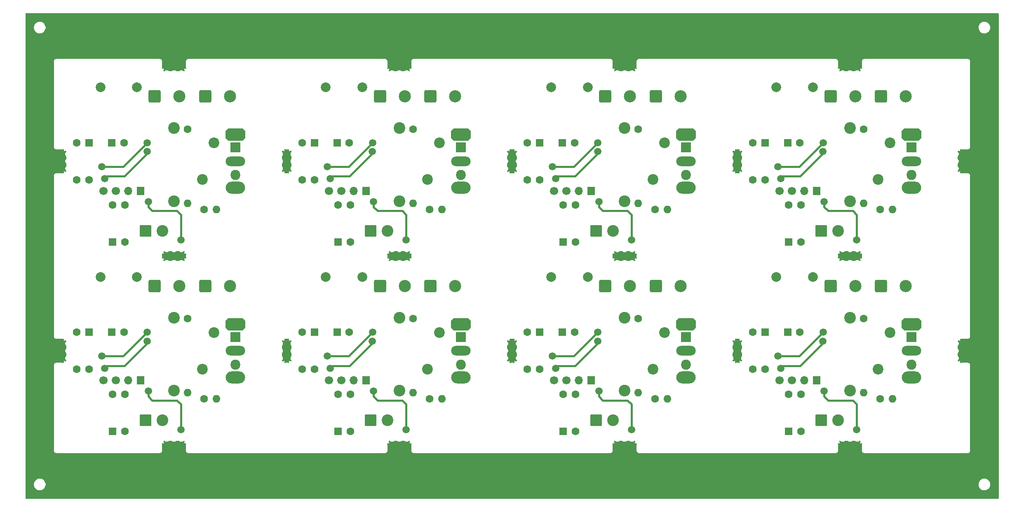
<source format=gbr>
%TF.GenerationSoftware,KiCad,Pcbnew,9.0.2-9.0.2-0~ubuntu24.04.1*%
%TF.CreationDate,2025-05-26T21:58:39+03:00*%
%TF.ProjectId,panelize,70616e65-6c69-47a6-952e-6b696361645f,V01*%
%TF.SameCoordinates,PX2e40d20PY1312d00*%
%TF.FileFunction,Copper,L1,Top*%
%TF.FilePolarity,Positive*%
%FSLAX46Y46*%
G04 Gerber Fmt 4.6, Leading zero omitted, Abs format (unit mm)*
G04 Created by KiCad (PCBNEW 9.0.2-9.0.2-0~ubuntu24.04.1) date 2025-05-26 21:58:39*
%MOMM*%
%LPD*%
G01*
G04 APERTURE LIST*
G04 Aperture macros list*
%AMRoundRect*
0 Rectangle with rounded corners*
0 $1 Rounding radius*
0 $2 $3 $4 $5 $6 $7 $8 $9 X,Y pos of 4 corners*
0 Add a 4 corners polygon primitive as box body*
4,1,4,$2,$3,$4,$5,$6,$7,$8,$9,$2,$3,0*
0 Add four circle primitives for the rounded corners*
1,1,$1+$1,$2,$3*
1,1,$1+$1,$4,$5*
1,1,$1+$1,$6,$7*
1,1,$1+$1,$8,$9*
0 Add four rect primitives between the rounded corners*
20,1,$1+$1,$2,$3,$4,$5,0*
20,1,$1+$1,$4,$5,$6,$7,0*
20,1,$1+$1,$6,$7,$8,$9,0*
20,1,$1+$1,$8,$9,$2,$3,0*%
%AMOutline5P*
0 Free polygon, 5 corners , with rotation*
0 The origin of the aperture is its center*
0 number of corners: always 5*
0 $1 to $10 corner X, Y*
0 $11 Rotation angle, in degrees counterclockwise*
0 create outline with 5 corners*
4,1,5,$1,$2,$3,$4,$5,$6,$7,$8,$9,$10,$1,$2,$11*%
%AMOutline6P*
0 Free polygon, 6 corners , with rotation*
0 The origin of the aperture is its center*
0 number of corners: always 6*
0 $1 to $12 corner X, Y*
0 $13 Rotation angle, in degrees counterclockwise*
0 create outline with 6 corners*
4,1,6,$1,$2,$3,$4,$5,$6,$7,$8,$9,$10,$11,$12,$1,$2,$13*%
%AMOutline7P*
0 Free polygon, 7 corners , with rotation*
0 The origin of the aperture is its center*
0 number of corners: always 7*
0 $1 to $14 corner X, Y*
0 $15 Rotation angle, in degrees counterclockwise*
0 create outline with 7 corners*
4,1,7,$1,$2,$3,$4,$5,$6,$7,$8,$9,$10,$11,$12,$13,$14,$1,$2,$15*%
%AMOutline8P*
0 Free polygon, 8 corners , with rotation*
0 The origin of the aperture is its center*
0 number of corners: always 8*
0 $1 to $16 corner X, Y*
0 $17 Rotation angle, in degrees counterclockwise*
0 create outline with 8 corners*
4,1,8,$1,$2,$3,$4,$5,$6,$7,$8,$9,$10,$11,$12,$13,$14,$15,$16,$1,$2,$17*%
G04 Aperture macros list end*
%TA.AperFunction,ComponentPad*%
%ADD10RoundRect,0.250000X-1.000000X-1.000000X1.000000X-1.000000X1.000000X1.000000X-1.000000X1.000000X0*%
%TD*%
%TA.AperFunction,ComponentPad*%
%ADD11C,2.500000*%
%TD*%
%TA.AperFunction,ComponentPad*%
%ADD12RoundRect,0.250000X-0.550000X0.550000X-0.550000X-0.550000X0.550000X-0.550000X0.550000X0.550000X0*%
%TD*%
%TA.AperFunction,ComponentPad*%
%ADD13C,1.600000*%
%TD*%
%TA.AperFunction,ComponentPad*%
%ADD14Outline8P,-1.250000X1.500000X-0.750000X2.000000X0.750000X2.000000X1.250000X1.500000X1.250000X-1.500000X0.750000X-2.000000X-0.750000X-2.000000X-1.250000X-1.500000X270.000000*%
%TD*%
%TA.AperFunction,ComponentPad*%
%ADD15R,2.000000X2.100000*%
%TD*%
%TA.AperFunction,ComponentPad*%
%ADD16O,4.000000X2.000000*%
%TD*%
%TA.AperFunction,ComponentPad*%
%ADD17O,2.000000X2.100000*%
%TD*%
%TA.AperFunction,ComponentPad*%
%ADD18O,4.000000X2.500000*%
%TD*%
%TA.AperFunction,ComponentPad*%
%ADD19R,1.600000X1.600000*%
%TD*%
%TA.AperFunction,ComponentPad*%
%ADD20R,1.600000X1.700000*%
%TD*%
%TA.AperFunction,ComponentPad*%
%ADD21O,1.700000X1.700000*%
%TD*%
%TA.AperFunction,ComponentPad*%
%ADD22C,1.700000*%
%TD*%
%TA.AperFunction,ComponentPad*%
%ADD23C,2.200000*%
%TD*%
%TA.AperFunction,ComponentPad*%
%ADD24C,2.000000*%
%TD*%
%TA.AperFunction,ComponentPad*%
%ADD25O,1.600000X1.600000*%
%TD*%
%TA.AperFunction,ComponentPad*%
%ADD26RoundRect,0.250000X0.550000X-0.550000X0.550000X0.550000X-0.550000X0.550000X-0.550000X-0.550000X0*%
%TD*%
%TA.AperFunction,ComponentPad*%
%ADD27C,2.400000*%
%TD*%
%TA.AperFunction,ComponentPad*%
%ADD28RoundRect,0.250001X-0.949999X-0.949999X0.949999X-0.949999X0.949999X0.949999X-0.949999X0.949999X0*%
%TD*%
%TA.AperFunction,ViaPad*%
%ADD29C,1.500000*%
%TD*%
%TA.AperFunction,Conductor*%
%ADD30C,0.400000*%
%TD*%
G04 APERTURE END LIST*
D10*
%TO.P,J2,1,Pin_1*%
%TO.N,Board_0-/ntr*%
X36988881Y-17167500D03*
D11*
%TO.P,J2,2,Pin_2*%
%TO.N,Board_0-/load*%
X42068881Y-17167500D03*
%TD*%
D12*
%TO.P,U1,1*%
%TO.N,Board_2-Net-(D1-K)*%
X105677369Y-26700000D03*
D13*
%TO.P,U1,2*%
%TO.N,Board_2-Net-(D2-A)*%
X103137369Y-26700000D03*
%TO.P,U1,3*%
%TO.N,Board_2-Net-(Q3-G)*%
X103137369Y-34320000D03*
%TO.P,U1,4*%
%TO.N,Board_2-+3V3*%
X105677369Y-34320000D03*
%TD*%
D10*
%TO.P,J2,1,Pin_1*%
%TO.N,Board_3-/ntr*%
X175811613Y-17167500D03*
D11*
%TO.P,J2,2,Pin_2*%
%TO.N,Board_3-/load*%
X180891613Y-17167500D03*
%TD*%
D10*
%TO.P,J1,1,Pin_1*%
%TO.N,Board_1-/ac1*%
X72863125Y-17167500D03*
D11*
%TO.P,J1,2,Pin_2*%
%TO.N,Board_1-/ntr*%
X77943125Y-17167500D03*
%TD*%
D14*
%TO.P,Q1,1,A1*%
%TO.N,Board_0-/ac1*%
X43188881Y-25050000D03*
D15*
X43188881Y-27660000D03*
D16*
%TO.P,Q1,2,A2*%
%TO.N,Board_0-/load*%
X43188881Y-30500000D03*
D17*
%TO.P,Q1,3,G*%
%TO.N,Board_0-Net-(Q1-G)*%
X43188881Y-33340000D03*
D18*
X43188881Y-35950000D03*
%TD*%
D19*
%TO.P,C2,1*%
%TO.N,Board_1-/ac1*%
X64063125Y-26700000D03*
D13*
%TO.P,C2,2*%
%TO.N,Board_1-GND*%
X66563125Y-26700000D03*
%TD*%
D20*
%TO.P,J3,1,Pin_1*%
%TO.N,Board_3-/TX*%
X162551613Y-36600000D03*
D21*
%TO.P,J3,2,Pin_2*%
%TO.N,Board_3-/SWIO*%
X160011613Y-36600000D03*
D22*
%TO.P,J3,3,Pin_3*%
%TO.N,Board_3-GND*%
X157471613Y-36600000D03*
%TO.P,J3,4,Pin_4*%
%TO.N,Board_3-+3V3*%
X154931613Y-36600000D03*
%TD*%
D10*
%TO.P,J1,1,Pin_1*%
%TO.N,Board_6-/ac1*%
X119137369Y-56167500D03*
D11*
%TO.P,J1,2,Pin_2*%
%TO.N,Board_6-/ntr*%
X124217369Y-56167500D03*
%TD*%
D23*
%TO.P,RV1,1*%
%TO.N,Board_0-/load*%
X36388881Y-34250000D03*
%TO.P,RV1,2*%
%TO.N,Board_0-/ac1*%
X38788881Y-26750000D03*
%TD*%
D20*
%TO.P,J3,1,Pin_1*%
%TO.N,Board_7-/TX*%
X162551613Y-75600000D03*
D21*
%TO.P,J3,2,Pin_2*%
%TO.N,Board_7-/SWIO*%
X160011613Y-75600000D03*
D22*
%TO.P,J3,3,Pin_3*%
%TO.N,Board_7-GND*%
X157471613Y-75600000D03*
%TO.P,J3,4,Pin_4*%
%TO.N,Board_7-+3V3*%
X154931613Y-75600000D03*
%TD*%
D24*
%TO.P,C1,1*%
%TO.N,Board_3-/ntr*%
X161811613Y-15300000D03*
%TO.P,C1,2*%
%TO.N,Board_3-Net-(D1-A)*%
X154311613Y-15300000D03*
%TD*%
D19*
%TO.P,C2,1*%
%TO.N,Board_5-/ac1*%
X64063125Y-65700000D03*
D13*
%TO.P,C2,2*%
%TO.N,Board_5-GND*%
X66563125Y-65700000D03*
%TD*%
%TO.P,R1,1*%
%TO.N,Board_6-/ntr*%
X125937369Y-62900000D03*
D25*
%TO.P,R1,2*%
%TO.N,Board_6-Net-(C3-Pad2)*%
X125937369Y-78140000D03*
%TD*%
D10*
%TO.P,J1,1,Pin_1*%
%TO.N,Board_5-/ac1*%
X72863125Y-56167500D03*
D11*
%TO.P,J1,2,Pin_2*%
%TO.N,Board_5-/ntr*%
X77943125Y-56167500D03*
%TD*%
D26*
%TO.P,U2,1*%
%TO.N,Board_1-Net-(R16-Pad2)*%
X64263125Y-47100000D03*
D13*
%TO.P,U2,2*%
%TO.N,Board_1-Net-(J4-Pin_2)*%
X66803125Y-47100000D03*
%TO.P,U2,3*%
%TO.N,Board_1-/IC_PWM*%
X66803125Y-39480000D03*
%TO.P,U2,4*%
%TO.N,Board_1-+3V3*%
X64263125Y-39480000D03*
%TD*%
D23*
%TO.P,RV1,1*%
%TO.N,Board_6-/load*%
X128937369Y-73250000D03*
%TO.P,RV1,2*%
%TO.N,Board_6-/ac1*%
X131337369Y-65750000D03*
%TD*%
D19*
%TO.P,C2,1*%
%TO.N,Board_0-/ac1*%
X17788881Y-26700000D03*
D13*
%TO.P,C2,2*%
%TO.N,Board_0-GND*%
X20288881Y-26700000D03*
%TD*%
D10*
%TO.P,J1,1,Pin_1*%
%TO.N,Board_7-/ac1*%
X165411613Y-56167500D03*
D11*
%TO.P,J1,2,Pin_2*%
%TO.N,Board_7-/ntr*%
X170491613Y-56167500D03*
%TD*%
D13*
%TO.P,R2,1*%
%TO.N,Board_3-Net-(C3-Pad2)*%
X175611613Y-40400000D03*
D25*
%TO.P,R2,2*%
%TO.N,Board_3-Net-(D4-A)*%
X178151613Y-40400000D03*
%TD*%
D10*
%TO.P,J2,1,Pin_1*%
%TO.N,Board_5-/ntr*%
X83263125Y-56167500D03*
D11*
%TO.P,J2,2,Pin_2*%
%TO.N,Board_5-/load*%
X88343125Y-56167500D03*
%TD*%
D26*
%TO.P,U2,1*%
%TO.N,Board_0-Net-(R16-Pad2)*%
X17988881Y-47100000D03*
D13*
%TO.P,U2,2*%
%TO.N,Board_0-Net-(J4-Pin_2)*%
X20528881Y-47100000D03*
%TO.P,U2,3*%
%TO.N,Board_0-/IC_PWM*%
X20528881Y-39480000D03*
%TO.P,U2,4*%
%TO.N,Board_0-+3V3*%
X17988881Y-39480000D03*
%TD*%
D24*
%TO.P,C1,1*%
%TO.N,Board_4-/ntr*%
X22988881Y-54300000D03*
%TO.P,C1,2*%
%TO.N,Board_4-Net-(D1-A)*%
X15488881Y-54300000D03*
%TD*%
D13*
%TO.P,R2,1*%
%TO.N,Board_1-Net-(C3-Pad2)*%
X83063125Y-40400000D03*
D25*
%TO.P,R2,2*%
%TO.N,Board_1-Net-(D4-A)*%
X85603125Y-40400000D03*
%TD*%
D13*
%TO.P,R2,1*%
%TO.N,Board_5-Net-(C3-Pad2)*%
X83063125Y-79400000D03*
D25*
%TO.P,R2,2*%
%TO.N,Board_5-Net-(D4-A)*%
X85603125Y-79400000D03*
%TD*%
D26*
%TO.P,U2,1*%
%TO.N,Board_6-Net-(R16-Pad2)*%
X110537369Y-86100000D03*
D13*
%TO.P,U2,2*%
%TO.N,Board_6-Net-(J4-Pin_2)*%
X113077369Y-86100000D03*
%TO.P,U2,3*%
%TO.N,Board_6-/IC_PWM*%
X113077369Y-78480000D03*
%TO.P,U2,4*%
%TO.N,Board_6-+3V3*%
X110537369Y-78480000D03*
%TD*%
D23*
%TO.P,RV1,1*%
%TO.N,Board_3-/load*%
X175211613Y-34250000D03*
%TO.P,RV1,2*%
%TO.N,Board_3-/ac1*%
X177611613Y-26750000D03*
%TD*%
D20*
%TO.P,J3,1,Pin_1*%
%TO.N,Board_5-/TX*%
X70003125Y-75600000D03*
D21*
%TO.P,J3,2,Pin_2*%
%TO.N,Board_5-/SWIO*%
X67463125Y-75600000D03*
D22*
%TO.P,J3,3,Pin_3*%
%TO.N,Board_5-GND*%
X64923125Y-75600000D03*
%TO.P,J3,4,Pin_4*%
%TO.N,Board_5-+3V3*%
X62383125Y-75600000D03*
%TD*%
D26*
%TO.P,U2,1*%
%TO.N,Board_5-Net-(R16-Pad2)*%
X64263125Y-86100000D03*
D13*
%TO.P,U2,2*%
%TO.N,Board_5-Net-(J4-Pin_2)*%
X66803125Y-86100000D03*
%TO.P,U2,3*%
%TO.N,Board_5-/IC_PWM*%
X66803125Y-78480000D03*
%TO.P,U2,4*%
%TO.N,Board_5-+3V3*%
X64263125Y-78480000D03*
%TD*%
D12*
%TO.P,U1,1*%
%TO.N,Board_4-Net-(D1-K)*%
X13128881Y-65700000D03*
D13*
%TO.P,U1,2*%
%TO.N,Board_4-Net-(D2-A)*%
X10588881Y-65700000D03*
%TO.P,U1,3*%
%TO.N,Board_4-Net-(Q3-G)*%
X10588881Y-73320000D03*
%TO.P,U1,4*%
%TO.N,Board_4-+3V3*%
X13128881Y-73320000D03*
%TD*%
D24*
%TO.P,C1,1*%
%TO.N,Board_1-/ntr*%
X69263125Y-15300000D03*
%TO.P,C1,2*%
%TO.N,Board_1-Net-(D1-A)*%
X61763125Y-15300000D03*
%TD*%
D14*
%TO.P,Q1,1,A1*%
%TO.N,Board_3-/ac1*%
X182011613Y-25050000D03*
D15*
X182011613Y-27660000D03*
D16*
%TO.P,Q1,2,A2*%
%TO.N,Board_3-/load*%
X182011613Y-30500000D03*
D17*
%TO.P,Q1,3,G*%
%TO.N,Board_3-Net-(Q1-G)*%
X182011613Y-33340000D03*
D18*
X182011613Y-35950000D03*
%TD*%
D20*
%TO.P,J3,1,Pin_1*%
%TO.N,Board_4-/TX*%
X23728881Y-75600000D03*
D21*
%TO.P,J3,2,Pin_2*%
%TO.N,Board_4-/SWIO*%
X21188881Y-75600000D03*
D22*
%TO.P,J3,3,Pin_3*%
%TO.N,Board_4-GND*%
X18648881Y-75600000D03*
%TO.P,J3,4,Pin_4*%
%TO.N,Board_4-+3V3*%
X16108881Y-75600000D03*
%TD*%
D27*
%TO.P,C3,1*%
%TO.N,Board_0-/ntr*%
X30588881Y-23700000D03*
%TO.P,C3,2*%
%TO.N,Board_0-Net-(C3-Pad2)*%
X30588881Y-38700000D03*
%TD*%
D10*
%TO.P,J1,1,Pin_1*%
%TO.N,Board_4-/ac1*%
X26588881Y-56167500D03*
D11*
%TO.P,J1,2,Pin_2*%
%TO.N,Board_4-/ntr*%
X31668881Y-56167500D03*
%TD*%
D28*
%TO.P,J4,1,Pin_1*%
%TO.N,Board_0-Net-(J4-Pin_1)*%
X24688881Y-44800000D03*
D27*
%TO.P,J4,2,Pin_2*%
%TO.N,Board_0-Net-(J4-Pin_2)*%
X28188881Y-44800000D03*
%TD*%
D13*
%TO.P,R1,1*%
%TO.N,Board_5-/ntr*%
X79663125Y-62900000D03*
D25*
%TO.P,R1,2*%
%TO.N,Board_5-Net-(C3-Pad2)*%
X79663125Y-78140000D03*
%TD*%
D10*
%TO.P,J2,1,Pin_1*%
%TO.N,Board_1-/ntr*%
X83263125Y-17167500D03*
D11*
%TO.P,J2,2,Pin_2*%
%TO.N,Board_1-/load*%
X88343125Y-17167500D03*
%TD*%
D23*
%TO.P,RV1,1*%
%TO.N,Board_1-/load*%
X82663125Y-34250000D03*
%TO.P,RV1,2*%
%TO.N,Board_1-/ac1*%
X85063125Y-26750000D03*
%TD*%
D26*
%TO.P,U2,1*%
%TO.N,Board_4-Net-(R16-Pad2)*%
X17988881Y-86100000D03*
D13*
%TO.P,U2,2*%
%TO.N,Board_4-Net-(J4-Pin_2)*%
X20528881Y-86100000D03*
%TO.P,U2,3*%
%TO.N,Board_4-/IC_PWM*%
X20528881Y-78480000D03*
%TO.P,U2,4*%
%TO.N,Board_4-+3V3*%
X17988881Y-78480000D03*
%TD*%
%TO.P,R1,1*%
%TO.N,Board_0-/ntr*%
X33388881Y-23900000D03*
D25*
%TO.P,R1,2*%
%TO.N,Board_0-Net-(C3-Pad2)*%
X33388881Y-39140000D03*
%TD*%
D24*
%TO.P,C1,1*%
%TO.N,Board_2-/ntr*%
X115537369Y-15300000D03*
%TO.P,C1,2*%
%TO.N,Board_2-Net-(D1-A)*%
X108037369Y-15300000D03*
%TD*%
D20*
%TO.P,J3,1,Pin_1*%
%TO.N,Board_6-/TX*%
X116277369Y-75600000D03*
D21*
%TO.P,J3,2,Pin_2*%
%TO.N,Board_6-/SWIO*%
X113737369Y-75600000D03*
D22*
%TO.P,J3,3,Pin_3*%
%TO.N,Board_6-GND*%
X111197369Y-75600000D03*
%TO.P,J3,4,Pin_4*%
%TO.N,Board_6-+3V3*%
X108657369Y-75600000D03*
%TD*%
D19*
%TO.P,C2,1*%
%TO.N,Board_6-/ac1*%
X110337369Y-65700000D03*
D13*
%TO.P,C2,2*%
%TO.N,Board_6-GND*%
X112837369Y-65700000D03*
%TD*%
%TO.P,R1,1*%
%TO.N,Board_1-/ntr*%
X79663125Y-23900000D03*
D25*
%TO.P,R1,2*%
%TO.N,Board_1-Net-(C3-Pad2)*%
X79663125Y-39140000D03*
%TD*%
D19*
%TO.P,C2,1*%
%TO.N,Board_4-/ac1*%
X17788881Y-65700000D03*
D13*
%TO.P,C2,2*%
%TO.N,Board_4-GND*%
X20288881Y-65700000D03*
%TD*%
D27*
%TO.P,C3,1*%
%TO.N,Board_1-/ntr*%
X76863125Y-23700000D03*
%TO.P,C3,2*%
%TO.N,Board_1-Net-(C3-Pad2)*%
X76863125Y-38700000D03*
%TD*%
D13*
%TO.P,R2,1*%
%TO.N,Board_6-Net-(C3-Pad2)*%
X129337369Y-79400000D03*
D25*
%TO.P,R2,2*%
%TO.N,Board_6-Net-(D4-A)*%
X131877369Y-79400000D03*
%TD*%
D28*
%TO.P,J4,1,Pin_1*%
%TO.N,Board_3-Net-(J4-Pin_1)*%
X163511613Y-44800000D03*
D27*
%TO.P,J4,2,Pin_2*%
%TO.N,Board_3-Net-(J4-Pin_2)*%
X167011613Y-44800000D03*
%TD*%
D20*
%TO.P,J3,1,Pin_1*%
%TO.N,Board_0-/TX*%
X23728881Y-36600000D03*
D21*
%TO.P,J3,2,Pin_2*%
%TO.N,Board_0-/SWIO*%
X21188881Y-36600000D03*
D22*
%TO.P,J3,3,Pin_3*%
%TO.N,Board_0-GND*%
X18648881Y-36600000D03*
%TO.P,J3,4,Pin_4*%
%TO.N,Board_0-+3V3*%
X16108881Y-36600000D03*
%TD*%
D27*
%TO.P,C3,1*%
%TO.N,Board_6-/ntr*%
X123137369Y-62700000D03*
%TO.P,C3,2*%
%TO.N,Board_6-Net-(C3-Pad2)*%
X123137369Y-77700000D03*
%TD*%
D14*
%TO.P,Q1,1,A1*%
%TO.N,Board_5-/ac1*%
X89463125Y-64050000D03*
D15*
X89463125Y-66660000D03*
D16*
%TO.P,Q1,2,A2*%
%TO.N,Board_5-/load*%
X89463125Y-69500000D03*
D17*
%TO.P,Q1,3,G*%
%TO.N,Board_5-Net-(Q1-G)*%
X89463125Y-72340000D03*
D18*
X89463125Y-74950000D03*
%TD*%
D20*
%TO.P,J3,1,Pin_1*%
%TO.N,Board_1-/TX*%
X70003125Y-36600000D03*
D21*
%TO.P,J3,2,Pin_2*%
%TO.N,Board_1-/SWIO*%
X67463125Y-36600000D03*
D22*
%TO.P,J3,3,Pin_3*%
%TO.N,Board_1-GND*%
X64923125Y-36600000D03*
%TO.P,J3,4,Pin_4*%
%TO.N,Board_1-+3V3*%
X62383125Y-36600000D03*
%TD*%
D20*
%TO.P,J3,1,Pin_1*%
%TO.N,Board_2-/TX*%
X116277369Y-36600000D03*
D21*
%TO.P,J3,2,Pin_2*%
%TO.N,Board_2-/SWIO*%
X113737369Y-36600000D03*
D22*
%TO.P,J3,3,Pin_3*%
%TO.N,Board_2-GND*%
X111197369Y-36600000D03*
%TO.P,J3,4,Pin_4*%
%TO.N,Board_2-+3V3*%
X108657369Y-36600000D03*
%TD*%
D27*
%TO.P,C3,1*%
%TO.N,Board_2-/ntr*%
X123137369Y-23700000D03*
%TO.P,C3,2*%
%TO.N,Board_2-Net-(C3-Pad2)*%
X123137369Y-38700000D03*
%TD*%
D10*
%TO.P,J2,1,Pin_1*%
%TO.N,Board_6-/ntr*%
X129537369Y-56167500D03*
D11*
%TO.P,J2,2,Pin_2*%
%TO.N,Board_6-/load*%
X134617369Y-56167500D03*
%TD*%
D27*
%TO.P,C3,1*%
%TO.N,Board_3-/ntr*%
X169411613Y-23700000D03*
%TO.P,C3,2*%
%TO.N,Board_3-Net-(C3-Pad2)*%
X169411613Y-38700000D03*
%TD*%
D12*
%TO.P,U1,1*%
%TO.N,Board_3-Net-(D1-K)*%
X151951613Y-26700000D03*
D13*
%TO.P,U1,2*%
%TO.N,Board_3-Net-(D2-A)*%
X149411613Y-26700000D03*
%TO.P,U1,3*%
%TO.N,Board_3-Net-(Q3-G)*%
X149411613Y-34320000D03*
%TO.P,U1,4*%
%TO.N,Board_3-+3V3*%
X151951613Y-34320000D03*
%TD*%
D28*
%TO.P,J4,1,Pin_1*%
%TO.N,Board_7-Net-(J4-Pin_1)*%
X163511613Y-83800000D03*
D27*
%TO.P,J4,2,Pin_2*%
%TO.N,Board_7-Net-(J4-Pin_2)*%
X167011613Y-83800000D03*
%TD*%
D12*
%TO.P,U1,1*%
%TO.N,Board_1-Net-(D1-K)*%
X59403125Y-26700000D03*
D13*
%TO.P,U1,2*%
%TO.N,Board_1-Net-(D2-A)*%
X56863125Y-26700000D03*
%TO.P,U1,3*%
%TO.N,Board_1-Net-(Q3-G)*%
X56863125Y-34320000D03*
%TO.P,U1,4*%
%TO.N,Board_1-+3V3*%
X59403125Y-34320000D03*
%TD*%
D23*
%TO.P,RV1,1*%
%TO.N,Board_7-/load*%
X175211613Y-73250000D03*
%TO.P,RV1,2*%
%TO.N,Board_7-/ac1*%
X177611613Y-65750000D03*
%TD*%
D12*
%TO.P,U1,1*%
%TO.N,Board_7-Net-(D1-K)*%
X151951613Y-65700000D03*
D13*
%TO.P,U1,2*%
%TO.N,Board_7-Net-(D2-A)*%
X149411613Y-65700000D03*
%TO.P,U1,3*%
%TO.N,Board_7-Net-(Q3-G)*%
X149411613Y-73320000D03*
%TO.P,U1,4*%
%TO.N,Board_7-+3V3*%
X151951613Y-73320000D03*
%TD*%
D14*
%TO.P,Q1,1,A1*%
%TO.N,Board_6-/ac1*%
X135737369Y-64050000D03*
D15*
X135737369Y-66660000D03*
D16*
%TO.P,Q1,2,A2*%
%TO.N,Board_6-/load*%
X135737369Y-69500000D03*
D17*
%TO.P,Q1,3,G*%
%TO.N,Board_6-Net-(Q1-G)*%
X135737369Y-72340000D03*
D18*
X135737369Y-74950000D03*
%TD*%
D28*
%TO.P,J4,1,Pin_1*%
%TO.N,Board_2-Net-(J4-Pin_1)*%
X117237369Y-44800000D03*
D27*
%TO.P,J4,2,Pin_2*%
%TO.N,Board_2-Net-(J4-Pin_2)*%
X120737369Y-44800000D03*
%TD*%
D28*
%TO.P,J4,1,Pin_1*%
%TO.N,Board_5-Net-(J4-Pin_1)*%
X70963125Y-83800000D03*
D27*
%TO.P,J4,2,Pin_2*%
%TO.N,Board_5-Net-(J4-Pin_2)*%
X74463125Y-83800000D03*
%TD*%
D13*
%TO.P,R1,1*%
%TO.N,Board_3-/ntr*%
X172211613Y-23900000D03*
D25*
%TO.P,R1,2*%
%TO.N,Board_3-Net-(C3-Pad2)*%
X172211613Y-39140000D03*
%TD*%
D10*
%TO.P,J1,1,Pin_1*%
%TO.N,Board_0-/ac1*%
X26588881Y-17167500D03*
D11*
%TO.P,J1,2,Pin_2*%
%TO.N,Board_0-/ntr*%
X31668881Y-17167500D03*
%TD*%
D12*
%TO.P,U1,1*%
%TO.N,Board_6-Net-(D1-K)*%
X105677369Y-65700000D03*
D13*
%TO.P,U1,2*%
%TO.N,Board_6-Net-(D2-A)*%
X103137369Y-65700000D03*
%TO.P,U1,3*%
%TO.N,Board_6-Net-(Q3-G)*%
X103137369Y-73320000D03*
%TO.P,U1,4*%
%TO.N,Board_6-+3V3*%
X105677369Y-73320000D03*
%TD*%
D14*
%TO.P,Q1,1,A1*%
%TO.N,Board_4-/ac1*%
X43188881Y-64050000D03*
D15*
X43188881Y-66660000D03*
D16*
%TO.P,Q1,2,A2*%
%TO.N,Board_4-/load*%
X43188881Y-69500000D03*
D17*
%TO.P,Q1,3,G*%
%TO.N,Board_4-Net-(Q1-G)*%
X43188881Y-72340000D03*
D18*
X43188881Y-74950000D03*
%TD*%
D12*
%TO.P,U1,1*%
%TO.N,Board_5-Net-(D1-K)*%
X59403125Y-65700000D03*
D13*
%TO.P,U1,2*%
%TO.N,Board_5-Net-(D2-A)*%
X56863125Y-65700000D03*
%TO.P,U1,3*%
%TO.N,Board_5-Net-(Q3-G)*%
X56863125Y-73320000D03*
%TO.P,U1,4*%
%TO.N,Board_5-+3V3*%
X59403125Y-73320000D03*
%TD*%
D14*
%TO.P,Q1,1,A1*%
%TO.N,Board_1-/ac1*%
X89463125Y-25050000D03*
D15*
X89463125Y-27660000D03*
D16*
%TO.P,Q1,2,A2*%
%TO.N,Board_1-/load*%
X89463125Y-30500000D03*
D17*
%TO.P,Q1,3,G*%
%TO.N,Board_1-Net-(Q1-G)*%
X89463125Y-33340000D03*
D18*
X89463125Y-35950000D03*
%TD*%
D26*
%TO.P,U2,1*%
%TO.N,Board_3-Net-(R16-Pad2)*%
X156811613Y-47100000D03*
D13*
%TO.P,U2,2*%
%TO.N,Board_3-Net-(J4-Pin_2)*%
X159351613Y-47100000D03*
%TO.P,U2,3*%
%TO.N,Board_3-/IC_PWM*%
X159351613Y-39480000D03*
%TO.P,U2,4*%
%TO.N,Board_3-+3V3*%
X156811613Y-39480000D03*
%TD*%
D23*
%TO.P,RV1,1*%
%TO.N,Board_4-/load*%
X36388881Y-73250000D03*
%TO.P,RV1,2*%
%TO.N,Board_4-/ac1*%
X38788881Y-65750000D03*
%TD*%
D27*
%TO.P,C3,1*%
%TO.N,Board_4-/ntr*%
X30588881Y-62700000D03*
%TO.P,C3,2*%
%TO.N,Board_4-Net-(C3-Pad2)*%
X30588881Y-77700000D03*
%TD*%
D10*
%TO.P,J1,1,Pin_1*%
%TO.N,Board_2-/ac1*%
X119137369Y-17167500D03*
D11*
%TO.P,J1,2,Pin_2*%
%TO.N,Board_2-/ntr*%
X124217369Y-17167500D03*
%TD*%
D23*
%TO.P,RV1,1*%
%TO.N,Board_2-/load*%
X128937369Y-34250000D03*
%TO.P,RV1,2*%
%TO.N,Board_2-/ac1*%
X131337369Y-26750000D03*
%TD*%
D14*
%TO.P,Q1,1,A1*%
%TO.N,Board_7-/ac1*%
X182011613Y-64050000D03*
D15*
X182011613Y-66660000D03*
D16*
%TO.P,Q1,2,A2*%
%TO.N,Board_7-/load*%
X182011613Y-69500000D03*
D17*
%TO.P,Q1,3,G*%
%TO.N,Board_7-Net-(Q1-G)*%
X182011613Y-72340000D03*
D18*
X182011613Y-74950000D03*
%TD*%
D14*
%TO.P,Q1,1,A1*%
%TO.N,Board_2-/ac1*%
X135737369Y-25050000D03*
D15*
X135737369Y-27660000D03*
D16*
%TO.P,Q1,2,A2*%
%TO.N,Board_2-/load*%
X135737369Y-30500000D03*
D17*
%TO.P,Q1,3,G*%
%TO.N,Board_2-Net-(Q1-G)*%
X135737369Y-33340000D03*
D18*
X135737369Y-35950000D03*
%TD*%
D27*
%TO.P,C3,1*%
%TO.N,Board_7-/ntr*%
X169411613Y-62700000D03*
%TO.P,C3,2*%
%TO.N,Board_7-Net-(C3-Pad2)*%
X169411613Y-77700000D03*
%TD*%
D23*
%TO.P,RV1,1*%
%TO.N,Board_5-/load*%
X82663125Y-73250000D03*
%TO.P,RV1,2*%
%TO.N,Board_5-/ac1*%
X85063125Y-65750000D03*
%TD*%
D13*
%TO.P,R2,1*%
%TO.N,Board_7-Net-(C3-Pad2)*%
X175611613Y-79400000D03*
D25*
%TO.P,R2,2*%
%TO.N,Board_7-Net-(D4-A)*%
X178151613Y-79400000D03*
%TD*%
D28*
%TO.P,J4,1,Pin_1*%
%TO.N,Board_1-Net-(J4-Pin_1)*%
X70963125Y-44800000D03*
D27*
%TO.P,J4,2,Pin_2*%
%TO.N,Board_1-Net-(J4-Pin_2)*%
X74463125Y-44800000D03*
%TD*%
D24*
%TO.P,C1,1*%
%TO.N,Board_0-/ntr*%
X22988881Y-15300000D03*
%TO.P,C1,2*%
%TO.N,Board_0-Net-(D1-A)*%
X15488881Y-15300000D03*
%TD*%
D26*
%TO.P,U2,1*%
%TO.N,Board_2-Net-(R16-Pad2)*%
X110537369Y-47100000D03*
D13*
%TO.P,U2,2*%
%TO.N,Board_2-Net-(J4-Pin_2)*%
X113077369Y-47100000D03*
%TO.P,U2,3*%
%TO.N,Board_2-/IC_PWM*%
X113077369Y-39480000D03*
%TO.P,U2,4*%
%TO.N,Board_2-+3V3*%
X110537369Y-39480000D03*
%TD*%
D19*
%TO.P,C2,1*%
%TO.N,Board_7-/ac1*%
X156611613Y-65700000D03*
D13*
%TO.P,C2,2*%
%TO.N,Board_7-GND*%
X159111613Y-65700000D03*
%TD*%
D10*
%TO.P,J1,1,Pin_1*%
%TO.N,Board_3-/ac1*%
X165411613Y-17167500D03*
D11*
%TO.P,J1,2,Pin_2*%
%TO.N,Board_3-/ntr*%
X170491613Y-17167500D03*
%TD*%
D24*
%TO.P,C1,1*%
%TO.N,Board_7-/ntr*%
X161811613Y-54300000D03*
%TO.P,C1,2*%
%TO.N,Board_7-Net-(D1-A)*%
X154311613Y-54300000D03*
%TD*%
D10*
%TO.P,J2,1,Pin_1*%
%TO.N,Board_4-/ntr*%
X36988881Y-56167500D03*
D11*
%TO.P,J2,2,Pin_2*%
%TO.N,Board_4-/load*%
X42068881Y-56167500D03*
%TD*%
D26*
%TO.P,U2,1*%
%TO.N,Board_7-Net-(R16-Pad2)*%
X156811613Y-86100000D03*
D13*
%TO.P,U2,2*%
%TO.N,Board_7-Net-(J4-Pin_2)*%
X159351613Y-86100000D03*
%TO.P,U2,3*%
%TO.N,Board_7-/IC_PWM*%
X159351613Y-78480000D03*
%TO.P,U2,4*%
%TO.N,Board_7-+3V3*%
X156811613Y-78480000D03*
%TD*%
D19*
%TO.P,C2,1*%
%TO.N,Board_2-/ac1*%
X110337369Y-26700000D03*
D13*
%TO.P,C2,2*%
%TO.N,Board_2-GND*%
X112837369Y-26700000D03*
%TD*%
D27*
%TO.P,C3,1*%
%TO.N,Board_5-/ntr*%
X76863125Y-62700000D03*
%TO.P,C3,2*%
%TO.N,Board_5-Net-(C3-Pad2)*%
X76863125Y-77700000D03*
%TD*%
D24*
%TO.P,C1,1*%
%TO.N,Board_6-/ntr*%
X115537369Y-54300000D03*
%TO.P,C1,2*%
%TO.N,Board_6-Net-(D1-A)*%
X108037369Y-54300000D03*
%TD*%
D10*
%TO.P,J2,1,Pin_1*%
%TO.N,Board_7-/ntr*%
X175811613Y-56167500D03*
D11*
%TO.P,J2,2,Pin_2*%
%TO.N,Board_7-/load*%
X180891613Y-56167500D03*
%TD*%
D12*
%TO.P,U1,1*%
%TO.N,Board_0-Net-(D1-K)*%
X13128881Y-26700000D03*
D13*
%TO.P,U1,2*%
%TO.N,Board_0-Net-(D2-A)*%
X10588881Y-26700000D03*
%TO.P,U1,3*%
%TO.N,Board_0-Net-(Q3-G)*%
X10588881Y-34320000D03*
%TO.P,U1,4*%
%TO.N,Board_0-+3V3*%
X13128881Y-34320000D03*
%TD*%
D28*
%TO.P,J4,1,Pin_1*%
%TO.N,Board_6-Net-(J4-Pin_1)*%
X117237369Y-83800000D03*
D27*
%TO.P,J4,2,Pin_2*%
%TO.N,Board_6-Net-(J4-Pin_2)*%
X120737369Y-83800000D03*
%TD*%
D13*
%TO.P,R2,1*%
%TO.N,Board_2-Net-(C3-Pad2)*%
X129337369Y-40400000D03*
D25*
%TO.P,R2,2*%
%TO.N,Board_2-Net-(D4-A)*%
X131877369Y-40400000D03*
%TD*%
D13*
%TO.P,R2,1*%
%TO.N,Board_0-Net-(C3-Pad2)*%
X36788881Y-40400000D03*
D25*
%TO.P,R2,2*%
%TO.N,Board_0-Net-(D4-A)*%
X39328881Y-40400000D03*
%TD*%
D13*
%TO.P,R1,1*%
%TO.N,Board_2-/ntr*%
X125937369Y-23900000D03*
D25*
%TO.P,R1,2*%
%TO.N,Board_2-Net-(C3-Pad2)*%
X125937369Y-39140000D03*
%TD*%
D24*
%TO.P,C1,1*%
%TO.N,Board_5-/ntr*%
X69263125Y-54300000D03*
%TO.P,C1,2*%
%TO.N,Board_5-Net-(D1-A)*%
X61763125Y-54300000D03*
%TD*%
D13*
%TO.P,R2,1*%
%TO.N,Board_4-Net-(C3-Pad2)*%
X36788881Y-79400000D03*
D25*
%TO.P,R2,2*%
%TO.N,Board_4-Net-(D4-A)*%
X39328881Y-79400000D03*
%TD*%
D10*
%TO.P,J2,1,Pin_1*%
%TO.N,Board_2-/ntr*%
X129537369Y-17167500D03*
D11*
%TO.P,J2,2,Pin_2*%
%TO.N,Board_2-/load*%
X134617369Y-17167500D03*
%TD*%
D13*
%TO.P,R1,1*%
%TO.N,Board_4-/ntr*%
X33388881Y-62900000D03*
D25*
%TO.P,R1,2*%
%TO.N,Board_4-Net-(C3-Pad2)*%
X33388881Y-78140000D03*
%TD*%
D28*
%TO.P,J4,1,Pin_1*%
%TO.N,Board_4-Net-(J4-Pin_1)*%
X24688881Y-83800000D03*
D27*
%TO.P,J4,2,Pin_2*%
%TO.N,Board_4-Net-(J4-Pin_2)*%
X28188881Y-83800000D03*
%TD*%
D13*
%TO.P,R1,1*%
%TO.N,Board_7-/ntr*%
X172211613Y-62900000D03*
D25*
%TO.P,R1,2*%
%TO.N,Board_7-Net-(C3-Pad2)*%
X172211613Y-78140000D03*
%TD*%
D19*
%TO.P,C2,1*%
%TO.N,Board_3-/ac1*%
X156611613Y-26700000D03*
D13*
%TO.P,C2,2*%
%TO.N,Board_3-GND*%
X159111613Y-26700000D03*
%TD*%
D29*
%TO.N,Board_0-+3V3*%
X15788881Y-31600000D03*
X25088881Y-26700000D03*
%TO.N,Board_0-/EXTI_ZC*%
X16388881Y-34100000D03*
X25053881Y-28510151D03*
%TO.N,Board_0-/o_Triac1*%
X31988881Y-46700000D03*
X25294335Y-38805453D03*
%TO.N,Board_1-+3V3*%
X71363125Y-26700000D03*
X62063125Y-31600000D03*
%TO.N,Board_1-/EXTI_ZC*%
X71328125Y-28510151D03*
X62663125Y-34100000D03*
%TO.N,Board_1-/o_Triac1*%
X71568579Y-38805453D03*
X78263125Y-46700000D03*
%TO.N,Board_2-+3V3*%
X108337369Y-31600000D03*
X117637369Y-26700000D03*
%TO.N,Board_2-/EXTI_ZC*%
X117602369Y-28510151D03*
X108937369Y-34100000D03*
%TO.N,Board_2-/o_Triac1*%
X117842823Y-38805453D03*
X124537369Y-46700000D03*
%TO.N,Board_3-+3V3*%
X163911613Y-26700000D03*
X154611613Y-31600000D03*
%TO.N,Board_3-/EXTI_ZC*%
X163876613Y-28510151D03*
X155211613Y-34100000D03*
%TO.N,Board_3-/o_Triac1*%
X170811613Y-46700000D03*
X164117067Y-38805453D03*
%TO.N,Board_4-+3V3*%
X15788881Y-70600000D03*
X25088881Y-65700000D03*
%TO.N,Board_4-/EXTI_ZC*%
X25053881Y-67510151D03*
X16388881Y-73100000D03*
%TO.N,Board_4-/o_Triac1*%
X31988881Y-85700000D03*
X25294335Y-77805453D03*
%TO.N,Board_5-+3V3*%
X62063125Y-70600000D03*
X71363125Y-65700000D03*
%TO.N,Board_5-/EXTI_ZC*%
X71328125Y-67510151D03*
X62663125Y-73100000D03*
%TO.N,Board_5-/o_Triac1*%
X71568579Y-77805453D03*
X78263125Y-85700000D03*
%TO.N,Board_6-+3V3*%
X117637369Y-65700000D03*
X108337369Y-70600000D03*
%TO.N,Board_6-/EXTI_ZC*%
X117602369Y-67510151D03*
X108937369Y-73100000D03*
%TO.N,Board_6-/o_Triac1*%
X124537369Y-85700000D03*
X117842823Y-77805453D03*
%TO.N,Board_7-+3V3*%
X163911613Y-65700000D03*
X154611613Y-70600000D03*
%TO.N,Board_7-/EXTI_ZC*%
X163876613Y-67510151D03*
X155211613Y-73100000D03*
%TO.N,Board_7-/o_Triac1*%
X164117067Y-77805453D03*
X170811613Y-85700000D03*
%TD*%
D30*
%TO.N,Board_0-+3V3*%
X25088881Y-26700000D02*
X20188881Y-31600000D01*
X20188881Y-31600000D02*
X15788881Y-31600000D01*
%TO.N,Board_0-/EXTI_ZC*%
X16888881Y-33600000D02*
X16388881Y-34100000D01*
X20388881Y-33600000D02*
X16888881Y-33600000D01*
X25053881Y-28510151D02*
X25053881Y-28935000D01*
X25053881Y-28935000D02*
X20388881Y-33600000D01*
%TO.N,Board_0-/o_Triac1*%
X25294335Y-39905454D02*
X26088881Y-40700000D01*
X25294335Y-38805453D02*
X25294335Y-39905454D01*
X31988881Y-41500000D02*
X31988881Y-46700000D01*
X31188881Y-40700000D02*
X31988881Y-41500000D01*
X26088881Y-40700000D02*
X31188881Y-40700000D01*
%TO.N,Board_1-+3V3*%
X71363125Y-26700000D02*
X66463125Y-31600000D01*
X66463125Y-31600000D02*
X62063125Y-31600000D01*
%TO.N,Board_1-/EXTI_ZC*%
X66663125Y-33600000D02*
X63163125Y-33600000D01*
X71328125Y-28510151D02*
X71328125Y-28935000D01*
X71328125Y-28935000D02*
X66663125Y-33600000D01*
X63163125Y-33600000D02*
X62663125Y-34100000D01*
%TO.N,Board_1-/o_Triac1*%
X72363125Y-40700000D02*
X77463125Y-40700000D01*
X71568579Y-39905454D02*
X72363125Y-40700000D01*
X78263125Y-41500000D02*
X78263125Y-46700000D01*
X71568579Y-38805453D02*
X71568579Y-39905454D01*
X77463125Y-40700000D02*
X78263125Y-41500000D01*
%TO.N,Board_2-+3V3*%
X117637369Y-26700000D02*
X112737369Y-31600000D01*
X112737369Y-31600000D02*
X108337369Y-31600000D01*
%TO.N,Board_2-/EXTI_ZC*%
X117602369Y-28935000D02*
X112937369Y-33600000D01*
X109437369Y-33600000D02*
X108937369Y-34100000D01*
X117602369Y-28510151D02*
X117602369Y-28935000D01*
X112937369Y-33600000D02*
X109437369Y-33600000D01*
%TO.N,Board_2-/o_Triac1*%
X117842823Y-39905454D02*
X118637369Y-40700000D01*
X123737369Y-40700000D02*
X124537369Y-41500000D01*
X124537369Y-41500000D02*
X124537369Y-46700000D01*
X117842823Y-38805453D02*
X117842823Y-39905454D01*
X118637369Y-40700000D02*
X123737369Y-40700000D01*
%TO.N,Board_3-+3V3*%
X163911613Y-26700000D02*
X159011613Y-31600000D01*
X159011613Y-31600000D02*
X154611613Y-31600000D01*
%TO.N,Board_3-/EXTI_ZC*%
X163876613Y-28935000D02*
X159211613Y-33600000D01*
X163876613Y-28510151D02*
X163876613Y-28935000D01*
X159211613Y-33600000D02*
X155711613Y-33600000D01*
X155711613Y-33600000D02*
X155211613Y-34100000D01*
%TO.N,Board_3-/o_Triac1*%
X170811613Y-41500000D02*
X170811613Y-46700000D01*
X164911613Y-40700000D02*
X170011613Y-40700000D01*
X170011613Y-40700000D02*
X170811613Y-41500000D01*
X164117067Y-39905454D02*
X164911613Y-40700000D01*
X164117067Y-38805453D02*
X164117067Y-39905454D01*
%TO.N,Board_4-+3V3*%
X20188881Y-70600000D02*
X15788881Y-70600000D01*
X25088881Y-65700000D02*
X20188881Y-70600000D01*
%TO.N,Board_4-/EXTI_ZC*%
X25053881Y-67510151D02*
X25053881Y-67935000D01*
X25053881Y-67935000D02*
X20388881Y-72600000D01*
X16888881Y-72600000D02*
X16388881Y-73100000D01*
X20388881Y-72600000D02*
X16888881Y-72600000D01*
%TO.N,Board_4-/o_Triac1*%
X25294335Y-77805453D02*
X25294335Y-78905454D01*
X25294335Y-78905454D02*
X26088881Y-79700000D01*
X31988881Y-80500000D02*
X31988881Y-85700000D01*
X26088881Y-79700000D02*
X31188881Y-79700000D01*
X31188881Y-79700000D02*
X31988881Y-80500000D01*
%TO.N,Board_5-+3V3*%
X66463125Y-70600000D02*
X62063125Y-70600000D01*
X71363125Y-65700000D02*
X66463125Y-70600000D01*
%TO.N,Board_5-/EXTI_ZC*%
X71328125Y-67935000D02*
X66663125Y-72600000D01*
X71328125Y-67510151D02*
X71328125Y-67935000D01*
X63163125Y-72600000D02*
X62663125Y-73100000D01*
X66663125Y-72600000D02*
X63163125Y-72600000D01*
%TO.N,Board_5-/o_Triac1*%
X72363125Y-79700000D02*
X77463125Y-79700000D01*
X77463125Y-79700000D02*
X78263125Y-80500000D01*
X71568579Y-78905454D02*
X72363125Y-79700000D01*
X71568579Y-77805453D02*
X71568579Y-78905454D01*
X78263125Y-80500000D02*
X78263125Y-85700000D01*
%TO.N,Board_6-+3V3*%
X117637369Y-65700000D02*
X112737369Y-70600000D01*
X112737369Y-70600000D02*
X108337369Y-70600000D01*
%TO.N,Board_6-/EXTI_ZC*%
X112937369Y-72600000D02*
X109437369Y-72600000D01*
X117602369Y-67510151D02*
X117602369Y-67935000D01*
X117602369Y-67935000D02*
X112937369Y-72600000D01*
X109437369Y-72600000D02*
X108937369Y-73100000D01*
%TO.N,Board_6-/o_Triac1*%
X118637369Y-79700000D02*
X123737369Y-79700000D01*
X117842823Y-77805453D02*
X117842823Y-78905454D01*
X123737369Y-79700000D02*
X124537369Y-80500000D01*
X124537369Y-80500000D02*
X124537369Y-85700000D01*
X117842823Y-78905454D02*
X118637369Y-79700000D01*
%TO.N,Board_7-+3V3*%
X163911613Y-65700000D02*
X159011613Y-70600000D01*
X159011613Y-70600000D02*
X154611613Y-70600000D01*
%TO.N,Board_7-/EXTI_ZC*%
X155711613Y-72600000D02*
X155211613Y-73100000D01*
X163876613Y-67935000D02*
X159211613Y-72600000D01*
X159211613Y-72600000D02*
X155711613Y-72600000D01*
X163876613Y-67510151D02*
X163876613Y-67935000D01*
%TO.N,Board_7-/o_Triac1*%
X170811613Y-80500000D02*
X170811613Y-85700000D01*
X170011613Y-79700000D02*
X170811613Y-80500000D01*
X164117067Y-77805453D02*
X164117067Y-78905454D01*
X164117067Y-78905454D02*
X164911613Y-79700000D01*
X164911613Y-79700000D02*
X170011613Y-79700000D01*
%TD*%
%TA.AperFunction,NonConductor*%
G36*
X100894216Y-28310835D02*
G01*
X100894757Y-28310763D01*
X100925942Y-28325325D01*
X100957275Y-28339635D01*
X100957569Y-28340093D01*
X100958065Y-28340325D01*
X100976448Y-28369470D01*
X100995049Y-28398414D01*
X100995150Y-28399120D01*
X100995340Y-28399421D01*
X101000070Y-28433345D01*
X101000071Y-28433349D01*
X101000070Y-28498909D01*
X100980384Y-28565948D01*
X100963753Y-28586586D01*
X100919547Y-28630793D01*
X100840494Y-28767719D01*
X100840491Y-28767726D01*
X100799568Y-28920453D01*
X100799568Y-29078567D01*
X100840488Y-29231280D01*
X100840491Y-29231293D01*
X100840494Y-29231300D01*
X100919543Y-29368219D01*
X100919549Y-29368227D01*
X100963744Y-29412422D01*
X100997229Y-29473745D01*
X101000063Y-29500104D01*
X101000060Y-29999407D01*
X100980375Y-30066446D01*
X100963742Y-30087086D01*
X100919536Y-30131292D01*
X100840483Y-30268218D01*
X100840480Y-30268225D01*
X100799557Y-30420952D01*
X100799557Y-30579065D01*
X100840480Y-30731792D01*
X100840483Y-30731799D01*
X100919532Y-30868718D01*
X100919538Y-30868726D01*
X100963733Y-30912921D01*
X100997218Y-30974244D01*
X101000052Y-31000603D01*
X101000049Y-31499907D01*
X100980364Y-31566946D01*
X100963731Y-31587586D01*
X100919525Y-31631792D01*
X100840472Y-31768718D01*
X100840469Y-31768725D01*
X100799546Y-31921452D01*
X100799546Y-32079565D01*
X100840469Y-32232292D01*
X100840472Y-32232299D01*
X100919521Y-32369218D01*
X100919527Y-32369226D01*
X100963723Y-32413422D01*
X100978426Y-32440349D01*
X100995019Y-32466168D01*
X100995910Y-32472368D01*
X100997208Y-32474745D01*
X101000042Y-32501103D01*
X101000042Y-32566703D01*
X100980357Y-32633742D01*
X100927553Y-32679497D01*
X100858395Y-32689441D01*
X100825098Y-32679755D01*
X100824525Y-32679497D01*
X100798748Y-32667881D01*
X100794600Y-32666088D01*
X100784639Y-32661782D01*
X100742202Y-32644203D01*
X100730777Y-32639635D01*
X100710597Y-32631851D01*
X100707917Y-32630817D01*
X100702253Y-32628711D01*
X100696434Y-32626548D01*
X100662381Y-32614364D01*
X100653119Y-32611050D01*
X100653108Y-32611046D01*
X100653071Y-32611033D01*
X100638619Y-32606111D01*
X100609461Y-32596677D01*
X100609452Y-32596674D01*
X100609442Y-32596671D01*
X100604039Y-32595013D01*
X100594791Y-32592177D01*
X100573152Y-32585902D01*
X100521179Y-32570830D01*
X100521110Y-32570810D01*
X100521087Y-32570804D01*
X100512368Y-32568362D01*
X100500042Y-32565030D01*
X100500071Y-28434523D01*
X100516868Y-28430354D01*
X100534514Y-28425630D01*
X100569585Y-28415551D01*
X100587047Y-28410186D01*
X100656418Y-28387474D01*
X100673672Y-28381475D01*
X100707914Y-28368862D01*
X100724937Y-28362236D01*
X100795283Y-28333364D01*
X100809276Y-28327371D01*
X100825517Y-28320119D01*
X100859642Y-28315508D01*
X100893720Y-28310609D01*
X100894216Y-28310835D01*
G37*
%TD.AperFunction*%
%TA.AperFunction,NonConductor*%
G36*
X99175587Y-28320000D02*
G01*
X99204174Y-28333094D01*
X99218217Y-28339267D01*
X99246456Y-28351168D01*
X99260681Y-28356907D01*
X99303583Y-28373456D01*
X99315086Y-28377732D01*
X99325517Y-28381464D01*
X99338146Y-28385983D01*
X99349778Y-28389986D01*
X99393419Y-28404403D01*
X99398213Y-28405905D01*
X99408073Y-28408995D01*
X99437452Y-28417711D01*
X99452223Y-28421847D01*
X99499958Y-28434429D01*
X99499931Y-32564988D01*
X99499930Y-32564989D01*
X99499929Y-32564989D01*
X99499930Y-32564988D01*
X99471273Y-32572474D01*
X99459521Y-32575698D01*
X99436156Y-32582412D01*
X99424546Y-32585902D01*
X99380929Y-32599596D01*
X99366536Y-32604358D01*
X99366503Y-32604369D01*
X99337778Y-32614357D01*
X99337759Y-32614364D01*
X99323490Y-32619570D01*
X99252417Y-32646737D01*
X99235512Y-32653556D01*
X99201932Y-32667818D01*
X99185235Y-32675272D01*
X99176540Y-32679347D01*
X99175916Y-32679442D01*
X99175441Y-32679855D01*
X99141430Y-32684745D01*
X99107482Y-32689965D01*
X99106907Y-32689709D01*
X99106283Y-32689799D01*
X99074999Y-32675512D01*
X99043646Y-32661562D01*
X99043300Y-32661035D01*
X99042727Y-32660774D01*
X99024139Y-32631851D01*
X99005300Y-32603156D01*
X99005179Y-32602349D01*
X99004953Y-32601996D01*
X98999930Y-32567061D01*
X98999930Y-32550530D01*
X98999930Y-32501088D01*
X99019615Y-32434052D01*
X99036246Y-32413413D01*
X99080454Y-32369206D01*
X99159511Y-32232274D01*
X99200434Y-32079547D01*
X99200434Y-31921433D01*
X99159511Y-31768706D01*
X99159507Y-31768699D01*
X99080458Y-31631780D01*
X99080452Y-31631772D01*
X99036256Y-31587576D01*
X99002771Y-31526253D01*
X98999937Y-31499900D01*
X98999941Y-31000587D01*
X99019625Y-30933552D01*
X99036256Y-30912914D01*
X99080465Y-30868706D01*
X99159522Y-30731774D01*
X99200445Y-30579047D01*
X99200445Y-30420933D01*
X99159522Y-30268206D01*
X99159518Y-30268199D01*
X99080469Y-30131280D01*
X99080463Y-30131272D01*
X99036266Y-30087075D01*
X99002781Y-30025752D01*
X98999947Y-29999401D01*
X98999951Y-29500086D01*
X99019635Y-29433052D01*
X99036266Y-29412414D01*
X99080475Y-29368206D01*
X99159532Y-29231274D01*
X99200455Y-29078547D01*
X99200455Y-28920433D01*
X99159532Y-28767706D01*
X99080487Y-28630794D01*
X99080479Y-28630780D01*
X99080473Y-28630772D01*
X99036276Y-28586575D01*
X99021572Y-28559647D01*
X99004979Y-28533827D01*
X99004087Y-28527626D01*
X99002791Y-28525252D01*
X98999958Y-28498902D01*
X98999958Y-28432735D01*
X99019644Y-28365699D01*
X99072448Y-28319945D01*
X99141607Y-28310002D01*
X99175587Y-28320000D01*
G37*
%TD.AperFunction*%
%TA.AperFunction,NonConductor*%
G36*
X99176294Y-67320894D02*
G01*
X99180526Y-67322864D01*
X99181655Y-67323390D01*
X99198485Y-67330850D01*
X99215391Y-67337974D01*
X99223929Y-67341481D01*
X99236335Y-67346442D01*
X99295079Y-67369934D01*
X99304613Y-67373578D01*
X99309417Y-67375415D01*
X99338197Y-67385912D01*
X99351628Y-67390578D01*
X99352686Y-67390946D01*
X99396348Y-67405370D01*
X99408047Y-67409076D01*
X99431508Y-67416193D01*
X99443294Y-67419611D01*
X99487612Y-67431875D01*
X99499957Y-67435088D01*
X99499931Y-71564989D01*
X99499929Y-71564989D01*
X99499930Y-71564988D01*
X99474279Y-71571689D01*
X99474250Y-71571696D01*
X99474231Y-71571702D01*
X99463316Y-71574731D01*
X99459558Y-71575774D01*
X99450824Y-71578342D01*
X99430386Y-71584351D01*
X99425972Y-71585721D01*
X99415813Y-71588877D01*
X99343613Y-71612514D01*
X99326312Y-71618530D01*
X99292060Y-71631147D01*
X99275103Y-71637748D01*
X99204686Y-71666648D01*
X99190727Y-71672627D01*
X99174483Y-71679880D01*
X99140349Y-71684492D01*
X99106283Y-71689391D01*
X99105785Y-71689163D01*
X99105242Y-71689237D01*
X99074020Y-71674657D01*
X99042727Y-71660366D01*
X99042431Y-71659905D01*
X99041935Y-71659674D01*
X99023574Y-71630563D01*
X99004953Y-71601588D01*
X99004850Y-71600878D01*
X99004661Y-71600577D01*
X98999930Y-71566653D01*
X98999930Y-71551662D01*
X98999930Y-71501088D01*
X99019615Y-71434052D01*
X99036246Y-71413413D01*
X99080454Y-71369206D01*
X99159511Y-71232274D01*
X99200434Y-71079547D01*
X99200434Y-70921433D01*
X99159511Y-70768706D01*
X99159507Y-70768699D01*
X99080458Y-70631780D01*
X99080452Y-70631772D01*
X99036256Y-70587576D01*
X99002771Y-70526253D01*
X98999937Y-70499900D01*
X98999941Y-70000587D01*
X99019625Y-69933552D01*
X99036256Y-69912914D01*
X99080465Y-69868706D01*
X99159522Y-69731774D01*
X99200445Y-69579047D01*
X99200445Y-69420933D01*
X99159522Y-69268206D01*
X99159518Y-69268199D01*
X99080469Y-69131280D01*
X99080463Y-69131272D01*
X99036266Y-69087075D01*
X99002781Y-69025752D01*
X98999947Y-68999401D01*
X98999951Y-68500086D01*
X99019635Y-68433052D01*
X99036266Y-68412414D01*
X99080475Y-68368206D01*
X99159532Y-68231274D01*
X99200455Y-68078547D01*
X99200455Y-67920433D01*
X99159532Y-67767706D01*
X99080487Y-67630794D01*
X99080479Y-67630780D01*
X99080473Y-67630772D01*
X99036276Y-67586575D01*
X99021572Y-67559647D01*
X99004979Y-67533827D01*
X99004087Y-67527626D01*
X99002791Y-67525252D01*
X98999958Y-67498902D01*
X98999958Y-67433303D01*
X99019644Y-67366267D01*
X99072448Y-67320513D01*
X99141607Y-67310570D01*
X99176294Y-67320894D01*
G37*
%TD.AperFunction*%
%TA.AperFunction,NonConductor*%
G36*
X100893090Y-67310291D02*
G01*
X100893720Y-67310201D01*
X100924971Y-67324473D01*
X100956347Y-67338431D01*
X100956696Y-67338962D01*
X100957275Y-67339227D01*
X100975848Y-67368129D01*
X100994699Y-67396835D01*
X100994820Y-67397650D01*
X100995049Y-67398006D01*
X101000071Y-67432941D01*
X101000070Y-67498909D01*
X100980384Y-67565948D01*
X100963753Y-67586586D01*
X100919547Y-67630793D01*
X100840494Y-67767719D01*
X100840491Y-67767726D01*
X100799568Y-67920453D01*
X100799568Y-68078567D01*
X100840488Y-68231280D01*
X100840491Y-68231293D01*
X100840494Y-68231300D01*
X100919543Y-68368219D01*
X100919549Y-68368227D01*
X100963744Y-68412422D01*
X100997229Y-68473745D01*
X101000063Y-68500104D01*
X101000060Y-68999407D01*
X100980375Y-69066446D01*
X100963742Y-69087086D01*
X100919536Y-69131292D01*
X100840483Y-69268218D01*
X100840480Y-69268225D01*
X100799557Y-69420952D01*
X100799557Y-69579065D01*
X100840480Y-69731792D01*
X100840483Y-69731799D01*
X100919532Y-69868718D01*
X100919538Y-69868726D01*
X100963733Y-69912921D01*
X100997218Y-69974244D01*
X101000052Y-70000603D01*
X101000049Y-70499907D01*
X100980364Y-70566946D01*
X100963731Y-70587586D01*
X100919525Y-70631792D01*
X100840472Y-70768718D01*
X100840469Y-70768725D01*
X100799546Y-70921452D01*
X100799546Y-71079565D01*
X100840469Y-71232292D01*
X100840472Y-71232299D01*
X100919521Y-71369218D01*
X100919527Y-71369226D01*
X100963723Y-71413422D01*
X100978426Y-71440349D01*
X100995019Y-71466168D01*
X100995910Y-71472368D01*
X100997208Y-71474745D01*
X101000042Y-71501103D01*
X101000042Y-71567258D01*
X100980357Y-71634297D01*
X100927553Y-71680052D01*
X100858395Y-71689996D01*
X100824404Y-71679995D01*
X100795813Y-71666899D01*
X100781740Y-71660712D01*
X100753570Y-71648841D01*
X100739356Y-71643106D01*
X100739320Y-71643092D01*
X100696417Y-71626543D01*
X100684915Y-71622267D01*
X100661831Y-71614008D01*
X100650227Y-71610016D01*
X100650178Y-71609999D01*
X100603709Y-71594647D01*
X100591919Y-71590912D01*
X100568497Y-71583807D01*
X100560199Y-71581401D01*
X100556706Y-71580388D01*
X100540029Y-71575773D01*
X100509455Y-71567312D01*
X100500042Y-71564829D01*
X100500071Y-67435033D01*
X100522791Y-67428951D01*
X100537434Y-67424791D01*
X100610254Y-67402899D01*
X100615465Y-67401228D01*
X100627626Y-67397330D01*
X100631782Y-67395912D01*
X100662188Y-67385546D01*
X100679368Y-67379337D01*
X100747551Y-67353275D01*
X100764492Y-67346442D01*
X100798080Y-67332177D01*
X100814760Y-67324730D01*
X100823452Y-67320656D01*
X100824080Y-67320560D01*
X100824561Y-67320144D01*
X100858548Y-67315257D01*
X100892509Y-67310033D01*
X100893090Y-67310291D01*
G37*
%TD.AperFunction*%
%TA.AperFunction,NonConductor*%
G36*
X121203063Y-49019685D02*
G01*
X121223705Y-49036319D01*
X121267906Y-49080520D01*
X121267908Y-49080521D01*
X121267912Y-49080524D01*
X121362416Y-49135085D01*
X121404838Y-49159577D01*
X121557565Y-49200500D01*
X121557567Y-49200500D01*
X121715677Y-49200500D01*
X121715679Y-49200500D01*
X121868406Y-49159577D01*
X122005338Y-49080520D01*
X122049539Y-49036319D01*
X122110862Y-49002834D01*
X122137220Y-49000000D01*
X122636524Y-49000000D01*
X122703563Y-49019685D01*
X122724205Y-49036319D01*
X122768406Y-49080520D01*
X122768408Y-49080521D01*
X122768412Y-49080524D01*
X122862916Y-49135085D01*
X122905338Y-49159577D01*
X123058065Y-49200500D01*
X123058067Y-49200500D01*
X123216177Y-49200500D01*
X123216179Y-49200500D01*
X123368906Y-49159577D01*
X123505838Y-49080520D01*
X123550039Y-49036319D01*
X123611362Y-49002834D01*
X123637720Y-49000000D01*
X124137023Y-49000000D01*
X124204062Y-49019685D01*
X124224704Y-49036319D01*
X124268905Y-49080520D01*
X124268907Y-49080521D01*
X124268911Y-49080524D01*
X124363415Y-49135085D01*
X124405837Y-49159577D01*
X124558564Y-49200500D01*
X124558566Y-49200500D01*
X124716676Y-49200500D01*
X124716678Y-49200500D01*
X124869405Y-49159577D01*
X125006337Y-49080520D01*
X125050538Y-49036319D01*
X125077465Y-49021615D01*
X125103284Y-49005023D01*
X125109484Y-49004131D01*
X125111861Y-49002834D01*
X125138219Y-49000000D01*
X125203588Y-49000000D01*
X125270627Y-49019685D01*
X125316382Y-49072489D01*
X125326326Y-49141647D01*
X125316321Y-49175645D01*
X125314866Y-49178820D01*
X125304936Y-49201221D01*
X125300065Y-49212585D01*
X125282499Y-49254994D01*
X125276835Y-49269284D01*
X125265995Y-49297908D01*
X125260777Y-49312351D01*
X125234853Y-49387703D01*
X125230069Y-49402337D01*
X125221007Y-49431563D01*
X125216701Y-49446242D01*
X125212997Y-49459628D01*
X125204427Y-49490598D01*
X125201949Y-49500000D01*
X121072129Y-49500000D01*
X121065407Y-49474269D01*
X121062714Y-49464569D01*
X121061344Y-49459628D01*
X121057408Y-49446242D01*
X121052757Y-49430425D01*
X121048241Y-49415887D01*
X121023634Y-49340729D01*
X121018678Y-49326336D01*
X121008339Y-49297736D01*
X121008334Y-49297724D01*
X121008320Y-49297684D01*
X121002962Y-49283538D01*
X120997309Y-49269273D01*
X120986135Y-49241077D01*
X120981511Y-49229811D01*
X120971999Y-49207417D01*
X120967102Y-49196266D01*
X120957561Y-49175244D01*
X120952670Y-49140642D01*
X120947740Y-49106353D01*
X120947803Y-49106214D01*
X120947782Y-49106063D01*
X120962318Y-49074430D01*
X120976765Y-49042797D01*
X120976893Y-49042714D01*
X120976957Y-49042576D01*
X121006148Y-49023913D01*
X121035543Y-49005023D01*
X121035741Y-49004994D01*
X121035825Y-49004941D01*
X121070478Y-49000000D01*
X121136024Y-49000000D01*
X121203063Y-49019685D01*
G37*
%TD.AperFunction*%
%TA.AperFunction,NonConductor*%
G36*
X125208831Y-50525711D02*
G01*
X125212898Y-50540370D01*
X125221497Y-50569612D01*
X125225989Y-50584072D01*
X125250613Y-50659282D01*
X125255560Y-50673650D01*
X125265922Y-50702314D01*
X125271280Y-50716460D01*
X125288107Y-50758919D01*
X125292743Y-50770215D01*
X125302233Y-50792558D01*
X125307134Y-50803719D01*
X125316682Y-50824757D01*
X125321555Y-50859241D01*
X125326503Y-50893647D01*
X125326438Y-50893787D01*
X125326460Y-50893939D01*
X125312016Y-50925368D01*
X125297478Y-50957203D01*
X125297348Y-50957286D01*
X125297284Y-50957426D01*
X125268026Y-50976129D01*
X125238700Y-50994977D01*
X125238501Y-50995005D01*
X125238416Y-50995060D01*
X125203765Y-51000000D01*
X125138219Y-51000000D01*
X125071180Y-50980315D01*
X125050538Y-50963681D01*
X125006338Y-50919481D01*
X125006330Y-50919475D01*
X124869411Y-50840426D01*
X124869407Y-50840424D01*
X124869405Y-50840423D01*
X124716678Y-50799500D01*
X124558564Y-50799500D01*
X124405837Y-50840423D01*
X124405830Y-50840426D01*
X124268911Y-50919475D01*
X124268903Y-50919481D01*
X124224704Y-50963681D01*
X124163381Y-50997166D01*
X124137023Y-51000000D01*
X123637720Y-51000000D01*
X123570681Y-50980315D01*
X123550039Y-50963681D01*
X123505839Y-50919481D01*
X123505831Y-50919475D01*
X123368912Y-50840426D01*
X123368908Y-50840424D01*
X123368906Y-50840423D01*
X123216179Y-50799500D01*
X123058065Y-50799500D01*
X122905338Y-50840423D01*
X122905331Y-50840426D01*
X122768412Y-50919475D01*
X122768404Y-50919481D01*
X122724205Y-50963681D01*
X122662882Y-50997166D01*
X122636524Y-51000000D01*
X122137220Y-51000000D01*
X122070181Y-50980315D01*
X122049539Y-50963681D01*
X122005339Y-50919481D01*
X122005331Y-50919475D01*
X121868412Y-50840426D01*
X121868408Y-50840424D01*
X121868406Y-50840423D01*
X121715679Y-50799500D01*
X121557565Y-50799500D01*
X121404838Y-50840423D01*
X121404831Y-50840426D01*
X121267912Y-50919475D01*
X121267904Y-50919481D01*
X121223705Y-50963681D01*
X121196777Y-50978384D01*
X121170959Y-50994977D01*
X121164758Y-50995868D01*
X121162382Y-50997166D01*
X121136024Y-51000000D01*
X121070294Y-51000000D01*
X121003255Y-50980315D01*
X120957500Y-50927511D01*
X120947556Y-50858353D01*
X120957078Y-50825421D01*
X120957798Y-50823811D01*
X120987990Y-50753379D01*
X120991538Y-50744887D01*
X120998467Y-50727864D01*
X121005091Y-50710691D01*
X121011389Y-50693424D01*
X121014463Y-50684749D01*
X121014476Y-50684713D01*
X121039382Y-50612315D01*
X121039392Y-50612287D01*
X121044159Y-50597707D01*
X121053234Y-50568438D01*
X121057552Y-50553719D01*
X121069816Y-50509401D01*
X121072293Y-50500000D01*
X125202114Y-50500000D01*
X125208831Y-50525711D01*
G37*
%TD.AperFunction*%
%TA.AperFunction,NonConductor*%
G36*
X28654575Y-49019685D02*
G01*
X28675217Y-49036319D01*
X28719418Y-49080520D01*
X28719420Y-49080521D01*
X28719424Y-49080524D01*
X28832368Y-49145731D01*
X28856350Y-49159577D01*
X29009077Y-49200500D01*
X29009079Y-49200500D01*
X29167189Y-49200500D01*
X29167191Y-49200500D01*
X29319918Y-49159577D01*
X29456850Y-49080520D01*
X29501051Y-49036319D01*
X29562374Y-49002834D01*
X29588732Y-49000000D01*
X30088036Y-49000000D01*
X30155075Y-49019685D01*
X30175717Y-49036319D01*
X30219918Y-49080520D01*
X30219920Y-49080521D01*
X30219924Y-49080524D01*
X30332868Y-49145731D01*
X30356850Y-49159577D01*
X30509577Y-49200500D01*
X30509579Y-49200500D01*
X30667689Y-49200500D01*
X30667691Y-49200500D01*
X30820418Y-49159577D01*
X30957350Y-49080520D01*
X31001551Y-49036319D01*
X31062874Y-49002834D01*
X31089232Y-49000000D01*
X31588535Y-49000000D01*
X31655574Y-49019685D01*
X31676216Y-49036319D01*
X31720417Y-49080520D01*
X31720419Y-49080521D01*
X31720423Y-49080524D01*
X31833367Y-49145731D01*
X31857349Y-49159577D01*
X32010076Y-49200500D01*
X32010078Y-49200500D01*
X32168188Y-49200500D01*
X32168190Y-49200500D01*
X32320917Y-49159577D01*
X32457849Y-49080520D01*
X32502050Y-49036319D01*
X32528977Y-49021615D01*
X32554796Y-49005023D01*
X32560996Y-49004131D01*
X32563373Y-49002834D01*
X32589731Y-49000000D01*
X32655100Y-49000000D01*
X32722139Y-49019685D01*
X32767894Y-49072489D01*
X32777838Y-49141647D01*
X32767833Y-49175645D01*
X32766378Y-49178820D01*
X32756448Y-49201221D01*
X32751577Y-49212585D01*
X32734011Y-49254994D01*
X32728347Y-49269284D01*
X32717507Y-49297908D01*
X32712289Y-49312351D01*
X32686365Y-49387703D01*
X32681581Y-49402337D01*
X32672519Y-49431563D01*
X32668213Y-49446242D01*
X32655939Y-49490599D01*
X32653462Y-49499999D01*
X32653462Y-49500000D01*
X28523284Y-49500000D01*
X28505011Y-49433375D01*
X28500761Y-49418757D01*
X28491828Y-49389688D01*
X28487136Y-49375207D01*
X28472409Y-49332014D01*
X28468339Y-49320536D01*
X28459929Y-49297706D01*
X28455581Y-49286330D01*
X28437647Y-49241077D01*
X28437626Y-49241025D01*
X28433035Y-49229838D01*
X28423521Y-49207440D01*
X28420473Y-49200499D01*
X28418614Y-49196266D01*
X28409073Y-49175244D01*
X28404182Y-49140642D01*
X28399252Y-49106353D01*
X28399315Y-49106214D01*
X28399294Y-49106063D01*
X28413830Y-49074430D01*
X28428277Y-49042797D01*
X28428405Y-49042714D01*
X28428469Y-49042576D01*
X28457660Y-49023913D01*
X28487055Y-49005023D01*
X28487253Y-49004994D01*
X28487337Y-49004941D01*
X28521990Y-49000000D01*
X28587536Y-49000000D01*
X28654575Y-49019685D01*
G37*
%TD.AperFunction*%
%TA.AperFunction,NonConductor*%
G36*
X32657978Y-50516912D02*
G01*
X32657988Y-50516950D01*
X32661960Y-50531608D01*
X32674568Y-50575474D01*
X32678057Y-50587081D01*
X32685371Y-50610373D01*
X32689144Y-50621898D01*
X32703877Y-50665111D01*
X32708995Y-50679404D01*
X32711053Y-50684887D01*
X32719692Y-50707907D01*
X32719705Y-50707940D01*
X32725253Y-50722069D01*
X32755292Y-50795253D01*
X32761263Y-50809193D01*
X32768520Y-50825446D01*
X32773134Y-50859595D01*
X32778031Y-50893647D01*
X32777803Y-50894144D01*
X32777877Y-50894687D01*
X32763318Y-50925863D01*
X32749006Y-50957203D01*
X32748545Y-50957499D01*
X32748314Y-50957994D01*
X32719219Y-50976345D01*
X32690228Y-50994977D01*
X32689519Y-50995078D01*
X32689218Y-50995269D01*
X32655293Y-51000000D01*
X32589731Y-51000000D01*
X32522692Y-50980315D01*
X32502050Y-50963681D01*
X32457850Y-50919481D01*
X32457842Y-50919475D01*
X32320923Y-50840426D01*
X32320919Y-50840424D01*
X32320917Y-50840423D01*
X32168190Y-50799500D01*
X32010076Y-50799500D01*
X31857349Y-50840423D01*
X31857342Y-50840426D01*
X31720423Y-50919475D01*
X31720415Y-50919481D01*
X31676216Y-50963681D01*
X31614893Y-50997166D01*
X31588535Y-51000000D01*
X31089232Y-51000000D01*
X31022193Y-50980315D01*
X31001551Y-50963681D01*
X30957351Y-50919481D01*
X30957343Y-50919475D01*
X30820424Y-50840426D01*
X30820420Y-50840424D01*
X30820418Y-50840423D01*
X30667691Y-50799500D01*
X30509577Y-50799500D01*
X30356850Y-50840423D01*
X30356843Y-50840426D01*
X30219924Y-50919475D01*
X30219916Y-50919481D01*
X30175717Y-50963681D01*
X30114394Y-50997166D01*
X30088036Y-51000000D01*
X29588732Y-51000000D01*
X29521693Y-50980315D01*
X29501051Y-50963681D01*
X29456851Y-50919481D01*
X29456843Y-50919475D01*
X29319924Y-50840426D01*
X29319920Y-50840424D01*
X29319918Y-50840423D01*
X29167191Y-50799500D01*
X29009077Y-50799500D01*
X28856350Y-50840423D01*
X28856343Y-50840426D01*
X28719424Y-50919475D01*
X28719416Y-50919481D01*
X28675217Y-50963681D01*
X28648289Y-50978384D01*
X28622471Y-50994977D01*
X28616270Y-50995868D01*
X28613894Y-50997166D01*
X28587536Y-51000000D01*
X28522059Y-51000000D01*
X28455020Y-50980315D01*
X28409265Y-50927511D01*
X28399321Y-50858353D01*
X28408697Y-50825750D01*
X28425665Y-50787473D01*
X28430500Y-50776194D01*
X28439882Y-50753543D01*
X28444438Y-50742149D01*
X28462091Y-50696385D01*
X28466367Y-50684883D01*
X28474626Y-50661799D01*
X28478618Y-50650195D01*
X28494005Y-50603620D01*
X28497711Y-50591922D01*
X28504828Y-50568461D01*
X28508245Y-50556675D01*
X28521328Y-50509401D01*
X28523805Y-50500000D01*
X32653670Y-50500000D01*
X32657978Y-50516912D01*
G37*
%TD.AperFunction*%
%TA.AperFunction,NonConductor*%
G36*
X167477307Y-49019685D02*
G01*
X167497949Y-49036319D01*
X167542150Y-49080520D01*
X167542152Y-49080521D01*
X167542156Y-49080524D01*
X167679075Y-49159573D01*
X167679082Y-49159577D01*
X167831809Y-49200500D01*
X167831811Y-49200500D01*
X167989921Y-49200500D01*
X167989923Y-49200500D01*
X168142650Y-49159577D01*
X168279582Y-49080520D01*
X168323783Y-49036319D01*
X168385106Y-49002834D01*
X168411464Y-49000000D01*
X168910768Y-49000000D01*
X168977807Y-49019685D01*
X168998449Y-49036319D01*
X169042650Y-49080520D01*
X169042652Y-49080521D01*
X169042656Y-49080524D01*
X169179575Y-49159573D01*
X169179582Y-49159577D01*
X169332309Y-49200500D01*
X169332311Y-49200500D01*
X169490421Y-49200500D01*
X169490423Y-49200500D01*
X169643150Y-49159577D01*
X169780082Y-49080520D01*
X169824283Y-49036319D01*
X169885606Y-49002834D01*
X169911964Y-49000000D01*
X170411267Y-49000000D01*
X170478306Y-49019685D01*
X170498948Y-49036319D01*
X170543149Y-49080520D01*
X170543151Y-49080521D01*
X170543155Y-49080524D01*
X170680074Y-49159573D01*
X170680081Y-49159577D01*
X170832808Y-49200500D01*
X170832810Y-49200500D01*
X170990920Y-49200500D01*
X170990922Y-49200500D01*
X171143649Y-49159577D01*
X171280581Y-49080520D01*
X171324782Y-49036319D01*
X171351709Y-49021615D01*
X171377528Y-49005023D01*
X171383728Y-49004131D01*
X171386105Y-49002834D01*
X171412463Y-49000000D01*
X171477913Y-49000000D01*
X171544952Y-49019685D01*
X171590707Y-49072489D01*
X171600651Y-49141647D01*
X171590802Y-49175304D01*
X171589179Y-49178874D01*
X171576931Y-49206969D01*
X171571799Y-49219253D01*
X171571020Y-49221118D01*
X171549434Y-49275095D01*
X171541415Y-49295147D01*
X171535954Y-49309432D01*
X171525462Y-49338202D01*
X171525453Y-49338227D01*
X171520418Y-49352716D01*
X171505994Y-49396379D01*
X171502972Y-49405916D01*
X171502279Y-49408105D01*
X171495171Y-49431535D01*
X171492111Y-49442090D01*
X171491754Y-49443324D01*
X171487250Y-49459601D01*
X171478663Y-49490628D01*
X171476192Y-49499999D01*
X171476193Y-49500000D01*
X167346373Y-49500000D01*
X167339651Y-49474269D01*
X167336958Y-49464569D01*
X167335588Y-49459628D01*
X167327327Y-49431535D01*
X167327001Y-49430425D01*
X167322485Y-49415887D01*
X167298825Y-49343623D01*
X167292825Y-49326370D01*
X167280212Y-49292128D01*
X167273586Y-49275106D01*
X167273582Y-49275095D01*
X167244723Y-49204783D01*
X167238727Y-49190786D01*
X167231480Y-49174556D01*
X167226866Y-49140423D01*
X167221968Y-49106353D01*
X167222194Y-49105855D01*
X167222122Y-49105316D01*
X167236672Y-49074154D01*
X167250993Y-49042797D01*
X167251452Y-49042501D01*
X167251683Y-49042008D01*
X167280784Y-49023651D01*
X167309771Y-49005023D01*
X167310477Y-49004921D01*
X167310778Y-49004732D01*
X167344706Y-49000000D01*
X167410268Y-49000000D01*
X167477307Y-49019685D01*
G37*
%TD.AperFunction*%
%TA.AperFunction,NonConductor*%
G36*
X171476326Y-50500460D02*
G01*
X171480622Y-50516909D01*
X171483857Y-50528702D01*
X171497298Y-50575467D01*
X171500792Y-50587090D01*
X171508103Y-50610373D01*
X171511876Y-50621899D01*
X171527581Y-50667959D01*
X171527590Y-50667985D01*
X171531660Y-50679463D01*
X171540070Y-50702293D01*
X171544418Y-50713669D01*
X171555724Y-50742199D01*
X171561224Y-50756078D01*
X171567062Y-50770178D01*
X171579112Y-50798075D01*
X171585363Y-50811961D01*
X171590717Y-50823386D01*
X171590813Y-50824011D01*
X171591227Y-50824489D01*
X171596114Y-50858477D01*
X171601338Y-50892443D01*
X171601080Y-50893020D01*
X171601171Y-50893647D01*
X171586885Y-50924928D01*
X171572937Y-50956280D01*
X171572409Y-50956626D01*
X171572146Y-50957203D01*
X171543210Y-50975798D01*
X171514532Y-50994629D01*
X171513721Y-50994749D01*
X171513368Y-50994977D01*
X171478433Y-51000000D01*
X171412463Y-51000000D01*
X171345424Y-50980315D01*
X171324782Y-50963681D01*
X171280582Y-50919481D01*
X171280574Y-50919475D01*
X171143655Y-50840426D01*
X171143651Y-50840424D01*
X171143649Y-50840423D01*
X170990922Y-50799500D01*
X170832808Y-50799500D01*
X170680081Y-50840423D01*
X170680074Y-50840426D01*
X170543155Y-50919475D01*
X170543147Y-50919481D01*
X170498948Y-50963681D01*
X170437625Y-50997166D01*
X170411267Y-51000000D01*
X169911964Y-51000000D01*
X169844925Y-50980315D01*
X169824283Y-50963681D01*
X169780083Y-50919481D01*
X169780075Y-50919475D01*
X169643156Y-50840426D01*
X169643152Y-50840424D01*
X169643150Y-50840423D01*
X169490423Y-50799500D01*
X169332309Y-50799500D01*
X169179582Y-50840423D01*
X169179575Y-50840426D01*
X169042656Y-50919475D01*
X169042648Y-50919481D01*
X168998449Y-50963681D01*
X168937126Y-50997166D01*
X168910768Y-51000000D01*
X168411464Y-51000000D01*
X168344425Y-50980315D01*
X168323783Y-50963681D01*
X168279583Y-50919481D01*
X168279575Y-50919475D01*
X168142656Y-50840426D01*
X168142652Y-50840424D01*
X168142650Y-50840423D01*
X167989923Y-50799500D01*
X167831809Y-50799500D01*
X167679082Y-50840423D01*
X167679075Y-50840426D01*
X167542156Y-50919475D01*
X167542148Y-50919481D01*
X167497949Y-50963681D01*
X167471021Y-50978384D01*
X167445203Y-50994977D01*
X167439002Y-50995868D01*
X167436626Y-50997166D01*
X167410268Y-51000000D01*
X167344899Y-51000000D01*
X167277860Y-50980315D01*
X167232105Y-50927511D01*
X167222161Y-50858353D01*
X167232161Y-50824366D01*
X167233617Y-50821186D01*
X167237709Y-50811956D01*
X167243563Y-50798748D01*
X167248398Y-50787469D01*
X167267169Y-50742152D01*
X167271726Y-50730758D01*
X167280549Y-50707884D01*
X167284825Y-50696382D01*
X167301349Y-50650199D01*
X167305341Y-50638595D01*
X167313032Y-50615315D01*
X167316738Y-50603617D01*
X167330086Y-50559613D01*
X167334313Y-50544868D01*
X167342305Y-50515284D01*
X167346078Y-50500416D01*
X167346177Y-50500000D01*
X171476206Y-50500000D01*
X171476326Y-50500460D01*
G37*
%TD.AperFunction*%
%TA.AperFunction,NonConductor*%
G36*
X52899960Y-67320055D02*
G01*
X52935447Y-67335786D01*
X52948662Y-67341403D01*
X52949585Y-67341796D01*
X52977944Y-67353339D01*
X52992252Y-67358908D01*
X53064021Y-67385586D01*
X53064041Y-67385593D01*
X53064070Y-67385604D01*
X53072727Y-67388731D01*
X53090069Y-67394817D01*
X53107547Y-67400590D01*
X53125102Y-67406034D01*
X53133917Y-67408678D01*
X53204577Y-67429169D01*
X53213440Y-67431651D01*
X53225714Y-67434967D01*
X53225687Y-71564989D01*
X53225685Y-71564989D01*
X53225686Y-71564988D01*
X53200035Y-71571689D01*
X53200006Y-71571696D01*
X53199987Y-71571702D01*
X53189072Y-71574731D01*
X53185314Y-71575774D01*
X53176580Y-71578342D01*
X53156142Y-71584351D01*
X53151728Y-71585721D01*
X53141569Y-71588877D01*
X53069369Y-71612514D01*
X53052068Y-71618530D01*
X53017816Y-71631147D01*
X53000859Y-71637748D01*
X52933285Y-71665481D01*
X52916496Y-71672734D01*
X52900925Y-71679800D01*
X52866470Y-71684669D01*
X52832039Y-71689620D01*
X52831897Y-71689555D01*
X52831743Y-71689577D01*
X52800183Y-71675072D01*
X52768483Y-71660595D01*
X52768398Y-71660463D01*
X52768258Y-71660399D01*
X52749573Y-71631171D01*
X52730709Y-71601817D01*
X52730680Y-71601616D01*
X52730625Y-71601530D01*
X52725686Y-71566882D01*
X52725686Y-71551662D01*
X52725686Y-71501088D01*
X52745371Y-71434052D01*
X52762002Y-71413413D01*
X52806210Y-71369206D01*
X52885267Y-71232274D01*
X52926190Y-71079547D01*
X52926190Y-70921433D01*
X52885267Y-70768706D01*
X52885263Y-70768699D01*
X52806214Y-70631780D01*
X52806208Y-70631772D01*
X52762012Y-70587576D01*
X52728527Y-70526253D01*
X52725693Y-70499900D01*
X52725697Y-70000587D01*
X52745381Y-69933552D01*
X52762012Y-69912914D01*
X52806221Y-69868706D01*
X52885278Y-69731774D01*
X52926201Y-69579047D01*
X52926201Y-69420933D01*
X52885278Y-69268206D01*
X52885274Y-69268199D01*
X52806225Y-69131280D01*
X52806219Y-69131272D01*
X52762022Y-69087075D01*
X52728537Y-69025752D01*
X52725703Y-68999401D01*
X52725707Y-68500086D01*
X52745391Y-68433052D01*
X52762022Y-68412414D01*
X52806231Y-68368206D01*
X52885288Y-68231274D01*
X52926211Y-68078547D01*
X52926211Y-67920433D01*
X52885288Y-67767706D01*
X52806243Y-67630794D01*
X52806235Y-67630780D01*
X52806229Y-67630772D01*
X52762032Y-67586575D01*
X52747328Y-67559647D01*
X52730735Y-67533827D01*
X52729843Y-67527626D01*
X52728547Y-67525252D01*
X52725714Y-67498902D01*
X52725714Y-67433414D01*
X52745400Y-67366378D01*
X52798204Y-67320624D01*
X52867363Y-67310681D01*
X52899960Y-67320055D01*
G37*
%TD.AperFunction*%
%TA.AperFunction,NonConductor*%
G36*
X54618846Y-67310291D02*
G01*
X54619476Y-67310201D01*
X54650727Y-67324473D01*
X54682103Y-67338431D01*
X54682452Y-67338962D01*
X54683031Y-67339227D01*
X54701604Y-67368129D01*
X54720455Y-67396835D01*
X54720576Y-67397650D01*
X54720805Y-67398006D01*
X54725827Y-67432941D01*
X54725826Y-67498909D01*
X54706140Y-67565948D01*
X54689509Y-67586586D01*
X54645303Y-67630793D01*
X54566250Y-67767719D01*
X54566247Y-67767726D01*
X54525324Y-67920453D01*
X54525324Y-68078567D01*
X54566244Y-68231280D01*
X54566247Y-68231293D01*
X54566250Y-68231300D01*
X54645299Y-68368219D01*
X54645305Y-68368227D01*
X54689500Y-68412422D01*
X54722985Y-68473745D01*
X54725819Y-68500104D01*
X54725816Y-68999407D01*
X54706131Y-69066446D01*
X54689498Y-69087086D01*
X54645292Y-69131292D01*
X54566239Y-69268218D01*
X54566236Y-69268225D01*
X54525313Y-69420952D01*
X54525313Y-69579065D01*
X54566236Y-69731792D01*
X54566239Y-69731799D01*
X54645288Y-69868718D01*
X54645294Y-69868726D01*
X54689489Y-69912921D01*
X54722974Y-69974244D01*
X54725808Y-70000603D01*
X54725805Y-70499907D01*
X54706120Y-70566946D01*
X54689487Y-70587586D01*
X54645281Y-70631792D01*
X54566228Y-70768718D01*
X54566225Y-70768725D01*
X54525302Y-70921452D01*
X54525302Y-71079565D01*
X54566225Y-71232292D01*
X54566228Y-71232299D01*
X54645277Y-71369218D01*
X54645283Y-71369226D01*
X54689479Y-71413422D01*
X54704182Y-71440349D01*
X54720775Y-71466168D01*
X54721666Y-71472368D01*
X54722964Y-71474745D01*
X54725798Y-71501103D01*
X54725798Y-71567258D01*
X54706113Y-71634297D01*
X54653309Y-71680052D01*
X54584151Y-71689996D01*
X54550160Y-71679995D01*
X54521569Y-71666899D01*
X54507496Y-71660712D01*
X54479326Y-71648841D01*
X54465112Y-71643106D01*
X54465076Y-71643092D01*
X54422173Y-71626543D01*
X54410671Y-71622267D01*
X54387587Y-71614008D01*
X54375983Y-71610016D01*
X54375934Y-71609999D01*
X54329465Y-71594647D01*
X54317675Y-71590912D01*
X54294253Y-71583807D01*
X54285955Y-71581401D01*
X54282462Y-71580388D01*
X54265785Y-71575773D01*
X54235211Y-71567312D01*
X54225798Y-71564829D01*
X54225827Y-67435009D01*
X54254471Y-67427528D01*
X54266216Y-67424307D01*
X54286437Y-67418495D01*
X54289604Y-67417586D01*
X54301293Y-67414071D01*
X54344767Y-67400422D01*
X54344767Y-67400421D01*
X54344802Y-67400411D01*
X54359254Y-67395631D01*
X54387979Y-67385642D01*
X54402279Y-67380424D01*
X54473307Y-67353275D01*
X54490248Y-67346442D01*
X54523836Y-67332177D01*
X54540516Y-67324730D01*
X54549208Y-67320656D01*
X54549836Y-67320560D01*
X54550317Y-67320144D01*
X54584304Y-67315257D01*
X54618265Y-67310033D01*
X54618846Y-67310291D01*
G37*
%TD.AperFunction*%
%TA.AperFunction,NonConductor*%
G36*
X74928819Y-49019685D02*
G01*
X74949461Y-49036319D01*
X74993662Y-49080520D01*
X74993664Y-49080521D01*
X74993668Y-49080524D01*
X75130587Y-49159573D01*
X75130594Y-49159577D01*
X75283321Y-49200500D01*
X75283323Y-49200500D01*
X75441433Y-49200500D01*
X75441435Y-49200500D01*
X75594162Y-49159577D01*
X75731094Y-49080520D01*
X75775295Y-49036319D01*
X75836618Y-49002834D01*
X75862976Y-49000000D01*
X76362280Y-49000000D01*
X76429319Y-49019685D01*
X76449961Y-49036319D01*
X76494162Y-49080520D01*
X76494164Y-49080521D01*
X76494168Y-49080524D01*
X76631087Y-49159573D01*
X76631094Y-49159577D01*
X76783821Y-49200500D01*
X76783823Y-49200500D01*
X76941933Y-49200500D01*
X76941935Y-49200500D01*
X77094662Y-49159577D01*
X77231594Y-49080520D01*
X77275795Y-49036319D01*
X77337118Y-49002834D01*
X77363476Y-49000000D01*
X77862779Y-49000000D01*
X77929818Y-49019685D01*
X77950460Y-49036319D01*
X77994661Y-49080520D01*
X77994663Y-49080521D01*
X77994667Y-49080524D01*
X78131586Y-49159573D01*
X78131593Y-49159577D01*
X78284320Y-49200500D01*
X78284322Y-49200500D01*
X78442432Y-49200500D01*
X78442434Y-49200500D01*
X78595161Y-49159577D01*
X78732093Y-49080520D01*
X78776294Y-49036319D01*
X78803221Y-49021615D01*
X78829040Y-49005023D01*
X78835240Y-49004131D01*
X78837617Y-49002834D01*
X78863975Y-49000000D01*
X78929705Y-49000000D01*
X78996744Y-49019685D01*
X79042499Y-49072489D01*
X79052443Y-49141647D01*
X79042913Y-49174596D01*
X79042208Y-49176172D01*
X79011999Y-49246643D01*
X79008449Y-49255139D01*
X79001535Y-49272125D01*
X78994904Y-49289318D01*
X78988625Y-49306534D01*
X78985522Y-49315285D01*
X78960616Y-49387683D01*
X78955825Y-49402337D01*
X78946763Y-49431563D01*
X78942457Y-49446242D01*
X78938753Y-49459628D01*
X78930183Y-49490598D01*
X78927705Y-49500000D01*
X74797885Y-49500000D01*
X74791163Y-49474269D01*
X74788470Y-49464569D01*
X74787100Y-49459628D01*
X74783164Y-49446242D01*
X74778513Y-49430425D01*
X74773997Y-49415887D01*
X74750337Y-49343623D01*
X74744337Y-49326370D01*
X74731724Y-49292128D01*
X74725098Y-49275106D01*
X74725094Y-49275095D01*
X74696235Y-49204783D01*
X74690239Y-49190786D01*
X74682992Y-49174556D01*
X74678378Y-49140423D01*
X74673480Y-49106353D01*
X74673706Y-49105855D01*
X74673634Y-49105316D01*
X74688184Y-49074154D01*
X74702505Y-49042797D01*
X74702964Y-49042501D01*
X74703195Y-49042008D01*
X74732296Y-49023651D01*
X74761283Y-49005023D01*
X74761989Y-49004921D01*
X74762290Y-49004732D01*
X74796218Y-49000000D01*
X74861780Y-49000000D01*
X74928819Y-49019685D01*
G37*
%TD.AperFunction*%
%TA.AperFunction,NonConductor*%
G36*
X78934587Y-50525711D02*
G01*
X78938654Y-50540370D01*
X78947253Y-50569612D01*
X78951745Y-50584072D01*
X78976369Y-50659282D01*
X78981316Y-50673650D01*
X78991678Y-50702314D01*
X78997036Y-50716460D01*
X79013863Y-50758919D01*
X79018499Y-50770215D01*
X79027989Y-50792558D01*
X79032890Y-50803719D01*
X79042438Y-50824757D01*
X79047311Y-50859241D01*
X79052259Y-50893647D01*
X79052194Y-50893787D01*
X79052216Y-50893939D01*
X79037772Y-50925368D01*
X79023234Y-50957203D01*
X79023104Y-50957286D01*
X79023040Y-50957426D01*
X78993782Y-50976129D01*
X78964456Y-50994977D01*
X78964257Y-50995005D01*
X78964172Y-50995060D01*
X78929521Y-51000000D01*
X78863975Y-51000000D01*
X78796936Y-50980315D01*
X78776294Y-50963681D01*
X78732094Y-50919481D01*
X78732086Y-50919475D01*
X78595167Y-50840426D01*
X78595163Y-50840424D01*
X78595161Y-50840423D01*
X78442434Y-50799500D01*
X78284320Y-50799500D01*
X78131593Y-50840423D01*
X78131586Y-50840426D01*
X77994667Y-50919475D01*
X77994659Y-50919481D01*
X77950460Y-50963681D01*
X77889137Y-50997166D01*
X77862779Y-51000000D01*
X77363476Y-51000000D01*
X77296437Y-50980315D01*
X77275795Y-50963681D01*
X77231595Y-50919481D01*
X77231587Y-50919475D01*
X77094668Y-50840426D01*
X77094664Y-50840424D01*
X77094662Y-50840423D01*
X76941935Y-50799500D01*
X76783821Y-50799500D01*
X76631094Y-50840423D01*
X76631087Y-50840426D01*
X76494168Y-50919475D01*
X76494160Y-50919481D01*
X76449961Y-50963681D01*
X76388638Y-50997166D01*
X76362280Y-51000000D01*
X75862976Y-51000000D01*
X75795937Y-50980315D01*
X75775295Y-50963681D01*
X75731095Y-50919481D01*
X75731087Y-50919475D01*
X75594168Y-50840426D01*
X75594164Y-50840424D01*
X75594162Y-50840423D01*
X75441435Y-50799500D01*
X75283321Y-50799500D01*
X75130594Y-50840423D01*
X75130587Y-50840426D01*
X74993668Y-50919475D01*
X74993660Y-50919481D01*
X74949461Y-50963681D01*
X74922533Y-50978384D01*
X74896715Y-50994977D01*
X74890514Y-50995868D01*
X74888138Y-50997166D01*
X74861780Y-51000000D01*
X74796050Y-51000000D01*
X74729011Y-50980315D01*
X74683256Y-50927511D01*
X74673312Y-50858353D01*
X74682834Y-50825421D01*
X74683554Y-50823811D01*
X74714951Y-50750568D01*
X74720778Y-50736378D01*
X74731981Y-50707855D01*
X74737370Y-50693494D01*
X74752861Y-50650199D01*
X74756853Y-50638595D01*
X74764544Y-50615315D01*
X74768250Y-50603617D01*
X74781598Y-50559613D01*
X74785825Y-50544868D01*
X74793817Y-50515284D01*
X74797590Y-50500416D01*
X74797689Y-50500000D01*
X78927870Y-50500000D01*
X78934587Y-50525711D01*
G37*
%TD.AperFunction*%
%TA.AperFunction,NonConductor*%
G36*
X171476192Y-11500001D02*
G01*
X171478672Y-11509409D01*
X171491740Y-11556628D01*
X171495171Y-11568463D01*
X171502279Y-11591893D01*
X171502288Y-11591922D01*
X171505994Y-11603620D01*
X171520418Y-11647283D01*
X171525453Y-11661772D01*
X171525462Y-11661796D01*
X171535954Y-11690566D01*
X171540338Y-11702033D01*
X171541430Y-11704889D01*
X171571020Y-11778881D01*
X171573418Y-11784621D01*
X171576931Y-11793029D01*
X171589194Y-11821159D01*
X171590806Y-11824706D01*
X171595706Y-11859260D01*
X171600651Y-11893647D01*
X171600599Y-11893759D01*
X171600617Y-11893883D01*
X171586045Y-11925628D01*
X171571626Y-11957203D01*
X171571521Y-11957269D01*
X171571470Y-11957383D01*
X171542122Y-11976163D01*
X171512848Y-11994977D01*
X171512687Y-11995000D01*
X171512619Y-11995044D01*
X171477913Y-12000000D01*
X171412463Y-12000000D01*
X171345424Y-11980315D01*
X171324782Y-11963681D01*
X171280582Y-11919481D01*
X171280574Y-11919475D01*
X171143655Y-11840426D01*
X171143651Y-11840424D01*
X171143649Y-11840423D01*
X170990922Y-11799500D01*
X170832808Y-11799500D01*
X170680081Y-11840423D01*
X170680074Y-11840426D01*
X170543155Y-11919475D01*
X170543147Y-11919481D01*
X170498948Y-11963681D01*
X170437625Y-11997166D01*
X170411267Y-12000000D01*
X169911964Y-12000000D01*
X169844925Y-11980315D01*
X169824283Y-11963681D01*
X169780083Y-11919481D01*
X169780075Y-11919475D01*
X169643156Y-11840426D01*
X169643152Y-11840424D01*
X169643150Y-11840423D01*
X169490423Y-11799500D01*
X169332309Y-11799500D01*
X169179582Y-11840423D01*
X169179575Y-11840426D01*
X169042656Y-11919475D01*
X169042648Y-11919481D01*
X168998449Y-11963681D01*
X168937126Y-11997166D01*
X168910768Y-12000000D01*
X168411464Y-12000000D01*
X168344425Y-11980315D01*
X168323783Y-11963681D01*
X168279583Y-11919481D01*
X168279575Y-11919475D01*
X168142656Y-11840426D01*
X168142652Y-11840424D01*
X168142650Y-11840423D01*
X167989923Y-11799500D01*
X167831809Y-11799500D01*
X167679082Y-11840423D01*
X167679075Y-11840426D01*
X167542156Y-11919475D01*
X167542148Y-11919481D01*
X167497949Y-11963681D01*
X167471021Y-11978384D01*
X167445203Y-11994977D01*
X167439002Y-11995868D01*
X167436626Y-11997166D01*
X167410268Y-12000000D01*
X167344538Y-12000000D01*
X167277499Y-11980315D01*
X167231744Y-11927511D01*
X167221800Y-11858353D01*
X167231322Y-11825421D01*
X167232042Y-11823811D01*
X167263439Y-11750568D01*
X167269266Y-11736378D01*
X167280469Y-11707855D01*
X167285858Y-11693494D01*
X167301349Y-11650199D01*
X167305341Y-11638595D01*
X167313032Y-11615315D01*
X167316738Y-11603617D01*
X167330086Y-11559613D01*
X167334313Y-11544868D01*
X167342305Y-11515284D01*
X167346078Y-11500416D01*
X167346177Y-11500000D01*
X171476193Y-11500000D01*
X171476192Y-11500001D01*
G37*
%TD.AperFunction*%
%TA.AperFunction,NonConductor*%
G36*
X125206717Y-11515284D02*
G01*
X125215273Y-11547746D01*
X125219409Y-11562517D01*
X125221173Y-11568463D01*
X125228137Y-11591936D01*
X125231798Y-11603617D01*
X125232712Y-11606533D01*
X125243299Y-11638578D01*
X125247156Y-11650252D01*
X125251110Y-11661746D01*
X125259389Y-11684887D01*
X125262578Y-11693464D01*
X125263664Y-11696385D01*
X125280213Y-11739287D01*
X125280226Y-11739319D01*
X125285947Y-11753500D01*
X125297846Y-11781736D01*
X125299121Y-11784636D01*
X125304026Y-11795794D01*
X125316859Y-11823812D01*
X125317112Y-11824363D01*
X125317122Y-11824435D01*
X125317169Y-11824489D01*
X125322143Y-11859083D01*
X125327132Y-11893511D01*
X125327102Y-11893575D01*
X125327113Y-11893647D01*
X125312552Y-11925529D01*
X125298178Y-11957099D01*
X125298117Y-11957137D01*
X125298088Y-11957203D01*
X125268704Y-11976086D01*
X125239442Y-11994938D01*
X125239350Y-11994951D01*
X125239310Y-11994977D01*
X125204375Y-12000000D01*
X125138219Y-12000000D01*
X125071180Y-11980315D01*
X125050538Y-11963681D01*
X125006338Y-11919481D01*
X125006330Y-11919475D01*
X124869411Y-11840426D01*
X124869407Y-11840424D01*
X124869405Y-11840423D01*
X124716678Y-11799500D01*
X124558564Y-11799500D01*
X124405837Y-11840423D01*
X124405830Y-11840426D01*
X124268911Y-11919475D01*
X124268903Y-11919481D01*
X124224704Y-11963681D01*
X124163381Y-11997166D01*
X124137023Y-12000000D01*
X123637720Y-12000000D01*
X123570681Y-11980315D01*
X123550039Y-11963681D01*
X123505839Y-11919481D01*
X123505831Y-11919475D01*
X123368912Y-11840426D01*
X123368908Y-11840424D01*
X123368906Y-11840423D01*
X123216179Y-11799500D01*
X123058065Y-11799500D01*
X122905338Y-11840423D01*
X122905331Y-11840426D01*
X122768412Y-11919475D01*
X122768404Y-11919481D01*
X122724205Y-11963681D01*
X122662882Y-11997166D01*
X122636524Y-12000000D01*
X122137220Y-12000000D01*
X122070181Y-11980315D01*
X122049539Y-11963681D01*
X122005339Y-11919481D01*
X122005331Y-11919475D01*
X121868412Y-11840426D01*
X121868408Y-11840424D01*
X121868406Y-11840423D01*
X121715679Y-11799500D01*
X121557565Y-11799500D01*
X121404838Y-11840423D01*
X121404831Y-11840426D01*
X121267912Y-11919475D01*
X121267904Y-11919481D01*
X121223705Y-11963681D01*
X121196777Y-11978384D01*
X121170959Y-11994977D01*
X121164758Y-11995868D01*
X121162382Y-11997166D01*
X121136024Y-12000000D01*
X121070294Y-12000000D01*
X121003255Y-11980315D01*
X120957500Y-11927511D01*
X120947556Y-11858353D01*
X120957078Y-11825421D01*
X120957798Y-11823811D01*
X120989195Y-11750568D01*
X120995022Y-11736378D01*
X121006225Y-11707855D01*
X121011614Y-11693494D01*
X121027105Y-11650199D01*
X121031097Y-11638595D01*
X121038788Y-11615315D01*
X121042494Y-11603617D01*
X121055842Y-11559613D01*
X121060069Y-11544868D01*
X121068061Y-11515284D01*
X121071834Y-11500416D01*
X121071933Y-11500000D01*
X125202689Y-11500000D01*
X125206717Y-11515284D01*
G37*
%TD.AperFunction*%
%TA.AperFunction,NonConductor*%
G36*
X78932473Y-11515284D02*
G01*
X78941029Y-11547746D01*
X78945165Y-11562517D01*
X78946929Y-11568463D01*
X78953893Y-11591936D01*
X78957554Y-11603617D01*
X78958468Y-11606533D01*
X78969055Y-11638578D01*
X78972912Y-11650252D01*
X78976866Y-11661746D01*
X78985145Y-11684887D01*
X78988334Y-11693464D01*
X78989420Y-11696385D01*
X79005969Y-11739287D01*
X79005982Y-11739319D01*
X79011703Y-11753500D01*
X79023602Y-11781736D01*
X79024877Y-11784636D01*
X79029782Y-11795794D01*
X79042615Y-11823812D01*
X79042868Y-11824363D01*
X79042878Y-11824435D01*
X79042925Y-11824489D01*
X79047899Y-11859083D01*
X79052888Y-11893511D01*
X79052858Y-11893575D01*
X79052869Y-11893647D01*
X79038308Y-11925529D01*
X79023934Y-11957099D01*
X79023873Y-11957137D01*
X79023844Y-11957203D01*
X78994460Y-11976086D01*
X78965198Y-11994938D01*
X78965106Y-11994951D01*
X78965066Y-11994977D01*
X78930131Y-12000000D01*
X78863975Y-12000000D01*
X78796936Y-11980315D01*
X78776294Y-11963681D01*
X78732094Y-11919481D01*
X78732086Y-11919475D01*
X78595167Y-11840426D01*
X78595163Y-11840424D01*
X78595161Y-11840423D01*
X78442434Y-11799500D01*
X78284320Y-11799500D01*
X78131593Y-11840423D01*
X78131586Y-11840426D01*
X77994667Y-11919475D01*
X77994659Y-11919481D01*
X77950460Y-11963681D01*
X77889137Y-11997166D01*
X77862779Y-12000000D01*
X77363476Y-12000000D01*
X77296437Y-11980315D01*
X77275795Y-11963681D01*
X77231595Y-11919481D01*
X77231587Y-11919475D01*
X77094668Y-11840426D01*
X77094664Y-11840424D01*
X77094662Y-11840423D01*
X76941935Y-11799500D01*
X76783821Y-11799500D01*
X76631094Y-11840423D01*
X76631087Y-11840426D01*
X76494168Y-11919475D01*
X76494160Y-11919481D01*
X76449961Y-11963681D01*
X76388638Y-11997166D01*
X76362280Y-12000000D01*
X75862976Y-12000000D01*
X75795937Y-11980315D01*
X75775295Y-11963681D01*
X75731095Y-11919481D01*
X75731087Y-11919475D01*
X75594168Y-11840426D01*
X75594164Y-11840424D01*
X75594162Y-11840423D01*
X75441435Y-11799500D01*
X75283321Y-11799500D01*
X75130594Y-11840423D01*
X75130587Y-11840426D01*
X74993668Y-11919475D01*
X74993660Y-11919481D01*
X74949461Y-11963681D01*
X74922533Y-11978384D01*
X74896715Y-11994977D01*
X74890514Y-11995868D01*
X74888138Y-11997166D01*
X74861780Y-12000000D01*
X74796050Y-12000000D01*
X74729011Y-11980315D01*
X74683256Y-11927511D01*
X74673312Y-11858353D01*
X74682834Y-11825421D01*
X74683554Y-11823811D01*
X74713746Y-11753379D01*
X74717294Y-11744887D01*
X74724223Y-11727864D01*
X74730847Y-11710691D01*
X74737145Y-11693424D01*
X74740219Y-11684749D01*
X74740222Y-11684740D01*
X74740232Y-11684713D01*
X74764143Y-11615209D01*
X74765086Y-11612294D01*
X74769816Y-11597676D01*
X74780490Y-11562488D01*
X74785508Y-11544779D01*
X74797311Y-11500000D01*
X78928445Y-11500000D01*
X78932473Y-11515284D01*
G37*
%TD.AperFunction*%
%TA.AperFunction,NonConductor*%
G36*
X32655938Y-11509397D02*
G01*
X32659051Y-11521212D01*
X32665617Y-11544937D01*
X32669020Y-11556672D01*
X32683250Y-11603583D01*
X32683261Y-11603617D01*
X32686967Y-11615315D01*
X32694658Y-11638595D01*
X32698650Y-11650199D01*
X32710999Y-11684713D01*
X32715198Y-11696449D01*
X32719453Y-11707894D01*
X32728246Y-11730692D01*
X32732837Y-11742170D01*
X32736306Y-11750545D01*
X32750427Y-11784636D01*
X32756514Y-11798715D01*
X32768226Y-11824706D01*
X32768385Y-11825058D01*
X32773144Y-11859388D01*
X32778070Y-11893647D01*
X32777934Y-11893944D01*
X32777979Y-11894266D01*
X32763448Y-11925662D01*
X32749045Y-11957203D01*
X32748770Y-11957379D01*
X32748634Y-11957675D01*
X32719386Y-11976262D01*
X32690267Y-11994977D01*
X32689846Y-11995037D01*
X32689666Y-11995152D01*
X32655332Y-12000000D01*
X32589731Y-12000000D01*
X32522692Y-11980315D01*
X32502050Y-11963681D01*
X32457850Y-11919481D01*
X32457842Y-11919475D01*
X32320923Y-11840426D01*
X32320919Y-11840424D01*
X32320917Y-11840423D01*
X32168190Y-11799500D01*
X32010076Y-11799500D01*
X31857349Y-11840423D01*
X31857342Y-11840426D01*
X31720423Y-11919475D01*
X31720415Y-11919481D01*
X31676216Y-11963681D01*
X31614893Y-11997166D01*
X31588535Y-12000000D01*
X31089232Y-12000000D01*
X31022193Y-11980315D01*
X31001551Y-11963681D01*
X30957351Y-11919481D01*
X30957343Y-11919475D01*
X30820424Y-11840426D01*
X30820420Y-11840424D01*
X30820418Y-11840423D01*
X30667691Y-11799500D01*
X30509577Y-11799500D01*
X30356850Y-11840423D01*
X30356843Y-11840426D01*
X30219924Y-11919475D01*
X30219916Y-11919481D01*
X30175717Y-11963681D01*
X30114394Y-11997166D01*
X30088036Y-12000000D01*
X29588732Y-12000000D01*
X29521693Y-11980315D01*
X29501051Y-11963681D01*
X29456851Y-11919481D01*
X29456843Y-11919475D01*
X29319924Y-11840426D01*
X29319920Y-11840424D01*
X29319918Y-11840423D01*
X29167191Y-11799500D01*
X29009077Y-11799500D01*
X28856350Y-11840423D01*
X28856343Y-11840426D01*
X28719424Y-11919475D01*
X28719416Y-11919481D01*
X28675217Y-11963681D01*
X28648289Y-11978384D01*
X28622471Y-11994977D01*
X28616270Y-11995868D01*
X28613894Y-11997166D01*
X28587536Y-12000000D01*
X28521806Y-12000000D01*
X28454767Y-11980315D01*
X28409012Y-11927511D01*
X28399068Y-11858353D01*
X28408590Y-11825421D01*
X28409310Y-11823811D01*
X28439498Y-11753388D01*
X28446438Y-11736339D01*
X28459671Y-11702033D01*
X28465978Y-11684740D01*
X28490904Y-11612287D01*
X28495671Y-11597707D01*
X28504746Y-11568438D01*
X28509064Y-11553719D01*
X28521328Y-11509401D01*
X28523806Y-11500000D01*
X32653584Y-11500000D01*
X32655938Y-11509397D01*
G37*
%TD.AperFunction*%
%TA.AperFunction,NonConductor*%
G36*
X8345148Y-28310812D02*
G01*
X8345232Y-28310801D01*
X8377305Y-28325449D01*
X8408666Y-28339723D01*
X8408710Y-28339792D01*
X8408787Y-28339827D01*
X8427483Y-28368920D01*
X8446516Y-28398453D01*
X8446531Y-28398560D01*
X8446561Y-28398606D01*
X8451583Y-28433541D01*
X8451582Y-28498909D01*
X8431896Y-28565948D01*
X8415265Y-28586586D01*
X8371059Y-28630793D01*
X8292006Y-28767719D01*
X8292003Y-28767726D01*
X8251080Y-28920453D01*
X8251080Y-29078567D01*
X8292000Y-29231280D01*
X8292003Y-29231293D01*
X8292006Y-29231300D01*
X8371055Y-29368219D01*
X8371061Y-29368227D01*
X8415256Y-29412422D01*
X8448741Y-29473745D01*
X8451575Y-29500104D01*
X8451572Y-29999407D01*
X8431887Y-30066446D01*
X8415254Y-30087086D01*
X8371048Y-30131292D01*
X8291995Y-30268218D01*
X8291992Y-30268225D01*
X8251069Y-30420952D01*
X8251069Y-30579065D01*
X8291992Y-30731792D01*
X8291995Y-30731799D01*
X8371044Y-30868718D01*
X8371050Y-30868726D01*
X8415245Y-30912921D01*
X8448730Y-30974244D01*
X8451564Y-31000603D01*
X8451561Y-31499907D01*
X8431876Y-31566946D01*
X8415243Y-31587586D01*
X8371037Y-31631792D01*
X8291984Y-31768718D01*
X8291981Y-31768725D01*
X8251058Y-31921452D01*
X8251058Y-32079566D01*
X8268721Y-32145483D01*
X8291981Y-32232292D01*
X8291984Y-32232299D01*
X8371033Y-32369218D01*
X8371039Y-32369226D01*
X8415235Y-32413422D01*
X8429938Y-32440349D01*
X8446531Y-32466168D01*
X8447422Y-32472368D01*
X8448720Y-32474745D01*
X8451554Y-32501103D01*
X8451554Y-32566472D01*
X8431869Y-32633511D01*
X8379065Y-32679266D01*
X8309907Y-32689210D01*
X8275947Y-32679222D01*
X8272783Y-32677773D01*
X8250246Y-32667782D01*
X8239084Y-32662997D01*
X8238075Y-32662579D01*
X8193697Y-32644197D01*
X8188818Y-32642246D01*
X8182300Y-32639639D01*
X8164064Y-32632605D01*
X8159429Y-32630817D01*
X8147926Y-32626541D01*
X8147902Y-32626532D01*
X8147874Y-32626522D01*
X8101772Y-32610026D01*
X8090151Y-32606029D01*
X8066897Y-32598346D01*
X8055124Y-32594616D01*
X8011171Y-32581284D01*
X7996411Y-32577052D01*
X7966830Y-32569061D01*
X7951973Y-32565291D01*
X7951554Y-32565191D01*
X7951584Y-28435051D01*
X7960993Y-28432695D01*
X7972859Y-28429568D01*
X7996488Y-28423029D01*
X8008274Y-28419611D01*
X8055212Y-28405373D01*
X8066910Y-28401667D01*
X8090190Y-28393976D01*
X8101794Y-28389984D01*
X8147977Y-28373460D01*
X8159479Y-28369184D01*
X8166474Y-28366486D01*
X8182287Y-28360387D01*
X8182325Y-28360371D01*
X8182353Y-28360361D01*
X8193747Y-28355804D01*
X8239064Y-28337034D01*
X8250343Y-28332199D01*
X8272756Y-28322264D01*
X8275930Y-28320809D01*
X8276010Y-28320798D01*
X8276071Y-28320745D01*
X8276074Y-28320743D01*
X8310669Y-28315770D01*
X8345074Y-28310779D01*
X8345148Y-28310812D01*
G37*
%TD.AperFunction*%
%TA.AperFunction,NonConductor*%
G36*
X191724096Y-28320796D02*
G01*
X191727294Y-28322261D01*
X191749708Y-28332196D01*
X191760987Y-28337031D01*
X191806304Y-28355802D01*
X191817698Y-28360358D01*
X191840572Y-28369182D01*
X191852074Y-28373458D01*
X191898258Y-28389982D01*
X191909862Y-28393974D01*
X191933141Y-28401665D01*
X191933153Y-28401669D01*
X191933196Y-28401683D01*
X191944782Y-28405353D01*
X191944809Y-28405361D01*
X191944840Y-28405371D01*
X191988843Y-28418719D01*
X192003589Y-28422946D01*
X192018445Y-28426959D01*
X192033141Y-28430930D01*
X192033163Y-28430935D01*
X192033172Y-28430938D01*
X192048041Y-28434711D01*
X192048446Y-28434807D01*
X192048419Y-32565184D01*
X192048418Y-32565185D01*
X192047987Y-32565288D01*
X192033136Y-32569055D01*
X192003523Y-32577055D01*
X191988756Y-32581288D01*
X191944786Y-32594627D01*
X191933147Y-32598313D01*
X191913869Y-32604682D01*
X191909813Y-32606023D01*
X191909807Y-32606025D01*
X191909753Y-32606043D01*
X191898274Y-32609992D01*
X191898227Y-32610008D01*
X191898209Y-32610015D01*
X191878012Y-32617241D01*
X191851958Y-32626563D01*
X191840513Y-32630818D01*
X191817717Y-32639611D01*
X191806238Y-32644202D01*
X191760936Y-32662967D01*
X191749629Y-32667813D01*
X191727284Y-32677718D01*
X191724051Y-32679199D01*
X191723980Y-32679209D01*
X191723929Y-32679254D01*
X191689716Y-32684173D01*
X191654903Y-32689217D01*
X191654839Y-32689188D01*
X191654771Y-32689198D01*
X191623336Y-32674842D01*
X191591316Y-32660261D01*
X191591277Y-32660201D01*
X191591215Y-32660173D01*
X191572235Y-32630640D01*
X191553479Y-32601523D01*
X191553466Y-32601434D01*
X191553441Y-32601395D01*
X191548418Y-32566460D01*
X191548418Y-32555321D01*
X191548418Y-32501088D01*
X191568103Y-32434052D01*
X191584734Y-32413413D01*
X191628942Y-32369206D01*
X191707999Y-32232274D01*
X191748922Y-32079547D01*
X191748922Y-31921433D01*
X191707999Y-31768706D01*
X191667418Y-31698417D01*
X191628946Y-31631780D01*
X191628940Y-31631772D01*
X191584744Y-31587576D01*
X191551259Y-31526253D01*
X191548425Y-31499900D01*
X191548429Y-31000587D01*
X191568113Y-30933552D01*
X191584744Y-30912914D01*
X191628953Y-30868706D01*
X191708010Y-30731774D01*
X191748933Y-30579047D01*
X191748933Y-30420933D01*
X191708010Y-30268206D01*
X191638975Y-30148632D01*
X191628957Y-30131280D01*
X191628951Y-30131272D01*
X191584754Y-30087075D01*
X191551269Y-30025752D01*
X191548435Y-29999401D01*
X191548439Y-29500086D01*
X191568123Y-29433052D01*
X191584754Y-29412414D01*
X191628963Y-29368206D01*
X191708020Y-29231274D01*
X191748943Y-29078547D01*
X191748943Y-28920433D01*
X191708020Y-28767706D01*
X191628975Y-28630794D01*
X191628967Y-28630780D01*
X191628961Y-28630772D01*
X191584764Y-28586575D01*
X191570060Y-28559647D01*
X191553467Y-28533827D01*
X191552575Y-28527626D01*
X191551279Y-28525252D01*
X191548446Y-28498902D01*
X191548446Y-28433522D01*
X191568132Y-28366486D01*
X191620936Y-28320732D01*
X191690095Y-28310789D01*
X191724096Y-28320796D01*
G37*
%TD.AperFunction*%
%TA.AperFunction,NonConductor*%
G36*
X191723388Y-67320242D02*
G01*
X191749741Y-67332118D01*
X191763820Y-67338205D01*
X191806304Y-67355802D01*
X191817698Y-67360358D01*
X191840572Y-67369182D01*
X191852074Y-67373458D01*
X191898258Y-67389982D01*
X191909862Y-67393974D01*
X191933141Y-67401665D01*
X191933153Y-67401669D01*
X191933196Y-67401683D01*
X191944782Y-67405353D01*
X191944809Y-67405361D01*
X191944840Y-67405371D01*
X191988843Y-67418719D01*
X192003589Y-67422946D01*
X192018445Y-67426959D01*
X192033141Y-67430930D01*
X192033163Y-67430935D01*
X192033172Y-67430938D01*
X192048041Y-67434711D01*
X192048446Y-67434807D01*
X192048419Y-71565184D01*
X192048418Y-71565185D01*
X192047987Y-71565288D01*
X192033136Y-71569055D01*
X192003523Y-71577055D01*
X191988756Y-71581288D01*
X191944786Y-71594627D01*
X191933147Y-71598313D01*
X191913869Y-71604682D01*
X191909813Y-71606023D01*
X191909800Y-71606027D01*
X191909753Y-71606043D01*
X191898274Y-71609992D01*
X191898227Y-71610008D01*
X191898209Y-71610015D01*
X191888947Y-71613329D01*
X191851958Y-71626563D01*
X191840513Y-71630818D01*
X191817717Y-71639611D01*
X191806238Y-71644202D01*
X191760936Y-71662967D01*
X191749629Y-71667813D01*
X191727284Y-71677718D01*
X191724051Y-71679199D01*
X191723980Y-71679209D01*
X191723929Y-71679254D01*
X191689716Y-71684173D01*
X191654903Y-71689217D01*
X191654839Y-71689188D01*
X191654771Y-71689198D01*
X191623336Y-71674842D01*
X191591316Y-71660261D01*
X191591277Y-71660201D01*
X191591215Y-71660173D01*
X191572173Y-71630543D01*
X191553479Y-71601523D01*
X191553466Y-71601434D01*
X191553441Y-71601395D01*
X191548418Y-71566460D01*
X191548418Y-71552633D01*
X191548418Y-71501088D01*
X191568103Y-71434052D01*
X191584734Y-71413413D01*
X191628942Y-71369206D01*
X191707999Y-71232274D01*
X191748922Y-71079547D01*
X191748922Y-70921433D01*
X191707999Y-70768706D01*
X191667418Y-70698417D01*
X191628946Y-70631780D01*
X191628940Y-70631772D01*
X191584744Y-70587576D01*
X191551259Y-70526253D01*
X191548425Y-70499900D01*
X191548429Y-70000587D01*
X191568113Y-69933552D01*
X191584744Y-69912914D01*
X191628953Y-69868706D01*
X191708010Y-69731774D01*
X191748933Y-69579047D01*
X191748933Y-69420933D01*
X191708010Y-69268206D01*
X191638975Y-69148632D01*
X191628957Y-69131280D01*
X191628951Y-69131272D01*
X191584754Y-69087075D01*
X191551269Y-69025752D01*
X191548435Y-68999401D01*
X191548439Y-68500086D01*
X191568123Y-68433052D01*
X191584754Y-68412414D01*
X191628963Y-68368206D01*
X191708020Y-68231274D01*
X191748943Y-68078547D01*
X191748943Y-67920433D01*
X191708020Y-67767706D01*
X191628975Y-67630794D01*
X191628967Y-67630780D01*
X191628961Y-67630772D01*
X191584764Y-67586575D01*
X191570060Y-67559647D01*
X191553467Y-67533827D01*
X191552575Y-67527626D01*
X191551279Y-67525252D01*
X191548446Y-67498902D01*
X191548446Y-67433290D01*
X191568132Y-67366254D01*
X191620936Y-67320500D01*
X191690095Y-67310557D01*
X191723388Y-67320242D01*
G37*
%TD.AperFunction*%
%TA.AperFunction,NonConductor*%
G36*
X8345525Y-67310507D02*
G01*
X8345845Y-67310463D01*
X8377276Y-67325008D01*
X8408787Y-67339399D01*
X8408961Y-67339670D01*
X8409255Y-67339806D01*
X8427862Y-67369081D01*
X8446561Y-67398178D01*
X8446620Y-67398595D01*
X8446734Y-67398773D01*
X8451582Y-67433109D01*
X8451583Y-67433113D01*
X8451582Y-67498909D01*
X8431896Y-67565948D01*
X8415265Y-67586586D01*
X8371059Y-67630793D01*
X8292006Y-67767719D01*
X8292003Y-67767726D01*
X8251080Y-67920453D01*
X8251080Y-68078567D01*
X8292000Y-68231280D01*
X8292003Y-68231293D01*
X8292006Y-68231300D01*
X8371055Y-68368219D01*
X8371061Y-68368227D01*
X8415256Y-68412422D01*
X8448741Y-68473745D01*
X8451575Y-68500104D01*
X8451572Y-68999407D01*
X8431887Y-69066446D01*
X8415254Y-69087086D01*
X8371048Y-69131292D01*
X8291995Y-69268218D01*
X8291992Y-69268225D01*
X8251069Y-69420952D01*
X8251069Y-69579065D01*
X8291992Y-69731792D01*
X8291995Y-69731799D01*
X8371044Y-69868718D01*
X8371050Y-69868726D01*
X8415245Y-69912921D01*
X8448730Y-69974244D01*
X8451564Y-70000603D01*
X8451561Y-70499907D01*
X8431876Y-70566946D01*
X8415243Y-70587586D01*
X8371037Y-70631792D01*
X8291984Y-70768718D01*
X8291981Y-70768725D01*
X8251058Y-70921452D01*
X8251058Y-71079566D01*
X8268721Y-71145483D01*
X8291981Y-71232292D01*
X8291984Y-71232299D01*
X8371033Y-71369218D01*
X8371039Y-71369226D01*
X8415235Y-71413422D01*
X8429938Y-71440349D01*
X8446531Y-71466168D01*
X8447422Y-71472368D01*
X8448720Y-71474745D01*
X8451554Y-71501103D01*
X8451554Y-71566578D01*
X8431869Y-71633617D01*
X8379065Y-71679372D01*
X8309907Y-71689316D01*
X8277307Y-71679942D01*
X8260751Y-71672604D01*
X8241821Y-71664213D01*
X8241798Y-71664203D01*
X8241784Y-71664197D01*
X8227710Y-71658214D01*
X8199338Y-71646666D01*
X8199321Y-71646659D01*
X8191009Y-71643423D01*
X8185020Y-71641092D01*
X8110300Y-71613317D01*
X8095862Y-71608202D01*
X8066819Y-71598409D01*
X8052252Y-71593746D01*
X8008244Y-71580395D01*
X7996437Y-71576971D01*
X7972792Y-71570427D01*
X7960956Y-71567308D01*
X7951554Y-71564952D01*
X7951584Y-67434436D01*
X7996374Y-67422631D01*
X8014084Y-67417613D01*
X8049271Y-67406939D01*
X8066784Y-67401273D01*
X8136335Y-67377345D01*
X8153628Y-67371038D01*
X8187934Y-67357805D01*
X8187949Y-67357798D01*
X8187985Y-67357785D01*
X8204959Y-67350875D01*
X8218337Y-67345140D01*
X8272585Y-67321886D01*
X8275661Y-67320500D01*
X8276638Y-67320060D01*
X8310911Y-67315307D01*
X8345232Y-67310373D01*
X8345525Y-67310507D01*
G37*
%TD.AperFunction*%
%TA.AperFunction,NonConductor*%
G36*
X167477307Y-88019685D02*
G01*
X167497949Y-88036319D01*
X167542150Y-88080520D01*
X167542152Y-88080521D01*
X167542156Y-88080524D01*
X167674274Y-88156801D01*
X167679082Y-88159577D01*
X167831809Y-88200500D01*
X167831811Y-88200500D01*
X167989921Y-88200500D01*
X167989923Y-88200500D01*
X168142650Y-88159577D01*
X168279582Y-88080520D01*
X168323783Y-88036319D01*
X168385106Y-88002834D01*
X168411464Y-88000000D01*
X168910768Y-88000000D01*
X168977807Y-88019685D01*
X168998449Y-88036319D01*
X169042650Y-88080520D01*
X169042652Y-88080521D01*
X169042656Y-88080524D01*
X169174774Y-88156801D01*
X169179582Y-88159577D01*
X169332309Y-88200500D01*
X169332311Y-88200500D01*
X169490421Y-88200500D01*
X169490423Y-88200500D01*
X169643150Y-88159577D01*
X169780082Y-88080520D01*
X169824283Y-88036319D01*
X169885606Y-88002834D01*
X169911964Y-88000000D01*
X170411267Y-88000000D01*
X170478306Y-88019685D01*
X170498948Y-88036319D01*
X170543149Y-88080520D01*
X170543151Y-88080521D01*
X170543155Y-88080524D01*
X170675273Y-88156801D01*
X170680081Y-88159577D01*
X170832808Y-88200500D01*
X170832810Y-88200500D01*
X170990920Y-88200500D01*
X170990922Y-88200500D01*
X171143649Y-88159577D01*
X171280581Y-88080520D01*
X171324782Y-88036319D01*
X171351709Y-88021615D01*
X171377528Y-88005023D01*
X171383728Y-88004131D01*
X171386105Y-88002834D01*
X171412463Y-88000000D01*
X171477913Y-88000000D01*
X171544952Y-88019685D01*
X171590707Y-88072489D01*
X171600651Y-88141647D01*
X171590802Y-88175304D01*
X171589179Y-88178874D01*
X171576931Y-88206969D01*
X171571799Y-88219253D01*
X171571020Y-88221118D01*
X171551753Y-88269296D01*
X171541415Y-88295147D01*
X171535954Y-88309432D01*
X171525463Y-88338200D01*
X171525453Y-88338227D01*
X171524406Y-88341240D01*
X171520417Y-88352718D01*
X171513569Y-88373447D01*
X171505994Y-88396379D01*
X171502288Y-88408077D01*
X171498525Y-88420479D01*
X171495171Y-88431535D01*
X171493442Y-88437502D01*
X171491754Y-88443324D01*
X171480292Y-88484743D01*
X171478663Y-88490628D01*
X171476192Y-88499999D01*
X171476193Y-88500000D01*
X167346538Y-88500000D01*
X167346538Y-88499999D01*
X167345561Y-88496296D01*
X167344060Y-88490598D01*
X167330977Y-88443324D01*
X167327560Y-88431538D01*
X167320443Y-88408077D01*
X167316737Y-88396379D01*
X167302313Y-88352716D01*
X167297278Y-88338227D01*
X167287843Y-88312357D01*
X167286776Y-88309432D01*
X167281315Y-88295147D01*
X167281306Y-88295124D01*
X167281301Y-88295110D01*
X167251711Y-88221118D01*
X167245797Y-88206964D01*
X167233551Y-88178873D01*
X167231928Y-88175302D01*
X167227030Y-88140784D01*
X167222080Y-88106353D01*
X167222129Y-88106244D01*
X167222113Y-88106127D01*
X167236556Y-88074653D01*
X167251105Y-88042797D01*
X167251205Y-88042732D01*
X167251255Y-88042625D01*
X167280458Y-88023932D01*
X167309883Y-88005023D01*
X167310036Y-88005000D01*
X167310102Y-88004959D01*
X167344818Y-88000000D01*
X167410268Y-88000000D01*
X167477307Y-88019685D01*
G37*
%TD.AperFunction*%
%TA.AperFunction,NonConductor*%
G36*
X121203063Y-88019685D02*
G01*
X121223705Y-88036319D01*
X121267906Y-88080520D01*
X121267908Y-88080521D01*
X121267912Y-88080524D01*
X121400030Y-88156801D01*
X121404838Y-88159577D01*
X121557565Y-88200500D01*
X121557567Y-88200500D01*
X121715677Y-88200500D01*
X121715679Y-88200500D01*
X121868406Y-88159577D01*
X122005338Y-88080520D01*
X122049539Y-88036319D01*
X122110862Y-88002834D01*
X122137220Y-88000000D01*
X122636524Y-88000000D01*
X122703563Y-88019685D01*
X122724205Y-88036319D01*
X122768406Y-88080520D01*
X122768408Y-88080521D01*
X122768412Y-88080524D01*
X122900530Y-88156801D01*
X122905338Y-88159577D01*
X123058065Y-88200500D01*
X123058067Y-88200500D01*
X123216177Y-88200500D01*
X123216179Y-88200500D01*
X123368906Y-88159577D01*
X123505838Y-88080520D01*
X123550039Y-88036319D01*
X123611362Y-88002834D01*
X123637720Y-88000000D01*
X124137023Y-88000000D01*
X124204062Y-88019685D01*
X124224704Y-88036319D01*
X124268905Y-88080520D01*
X124268907Y-88080521D01*
X124268911Y-88080524D01*
X124401029Y-88156801D01*
X124405837Y-88159577D01*
X124558564Y-88200500D01*
X124558566Y-88200500D01*
X124716676Y-88200500D01*
X124716678Y-88200500D01*
X124869405Y-88159577D01*
X125006337Y-88080520D01*
X125050538Y-88036319D01*
X125077465Y-88021615D01*
X125103284Y-88005023D01*
X125109484Y-88004131D01*
X125111861Y-88002834D01*
X125138219Y-88000000D01*
X125203820Y-88000000D01*
X125270859Y-88019685D01*
X125316614Y-88072489D01*
X125326558Y-88141647D01*
X125316872Y-88174943D01*
X125305014Y-88201256D01*
X125298915Y-88215360D01*
X125282487Y-88255026D01*
X125276830Y-88269296D01*
X125265995Y-88297908D01*
X125260777Y-88312351D01*
X125234853Y-88387703D01*
X125230069Y-88402337D01*
X125221007Y-88431563D01*
X125216701Y-88446242D01*
X125204427Y-88490599D01*
X125201950Y-88499999D01*
X125201950Y-88500000D01*
X121071555Y-88500000D01*
X121058970Y-88452253D01*
X121054834Y-88437482D01*
X121046118Y-88408103D01*
X121041531Y-88393466D01*
X121027106Y-88349804D01*
X121023114Y-88338200D01*
X121014855Y-88315116D01*
X121010579Y-88303614D01*
X120992926Y-88257850D01*
X120988370Y-88246456D01*
X120979055Y-88223967D01*
X120978996Y-88223824D01*
X120974144Y-88212506D01*
X120957187Y-88174252D01*
X120952684Y-88140255D01*
X120947810Y-88106353D01*
X120948108Y-88105699D01*
X120948014Y-88104987D01*
X120962607Y-88073951D01*
X120976835Y-88042797D01*
X120977438Y-88042408D01*
X120977745Y-88041758D01*
X121006791Y-88023545D01*
X121035613Y-88005023D01*
X121036545Y-88004888D01*
X121036941Y-88004641D01*
X121070548Y-88000000D01*
X121136024Y-88000000D01*
X121203063Y-88019685D01*
G37*
%TD.AperFunction*%
%TA.AperFunction,NonConductor*%
G36*
X74928819Y-88019685D02*
G01*
X74949461Y-88036319D01*
X74993662Y-88080520D01*
X74993664Y-88080521D01*
X74993668Y-88080524D01*
X75125786Y-88156801D01*
X75130594Y-88159577D01*
X75283321Y-88200500D01*
X75283323Y-88200500D01*
X75441433Y-88200500D01*
X75441435Y-88200500D01*
X75594162Y-88159577D01*
X75731094Y-88080520D01*
X75775295Y-88036319D01*
X75836618Y-88002834D01*
X75862976Y-88000000D01*
X76362280Y-88000000D01*
X76429319Y-88019685D01*
X76449961Y-88036319D01*
X76494162Y-88080520D01*
X76494164Y-88080521D01*
X76494168Y-88080524D01*
X76626286Y-88156801D01*
X76631094Y-88159577D01*
X76783821Y-88200500D01*
X76783823Y-88200500D01*
X76941933Y-88200500D01*
X76941935Y-88200500D01*
X77094662Y-88159577D01*
X77231594Y-88080520D01*
X77275795Y-88036319D01*
X77337118Y-88002834D01*
X77363476Y-88000000D01*
X77862779Y-88000000D01*
X77929818Y-88019685D01*
X77950460Y-88036319D01*
X77994661Y-88080520D01*
X77994663Y-88080521D01*
X77994667Y-88080524D01*
X78126785Y-88156801D01*
X78131593Y-88159577D01*
X78284320Y-88200500D01*
X78284322Y-88200500D01*
X78442432Y-88200500D01*
X78442434Y-88200500D01*
X78595161Y-88159577D01*
X78732093Y-88080520D01*
X78776294Y-88036319D01*
X78803221Y-88021615D01*
X78829040Y-88005023D01*
X78835240Y-88004131D01*
X78837617Y-88002834D01*
X78863975Y-88000000D01*
X78929576Y-88000000D01*
X78996615Y-88019685D01*
X79042370Y-88072489D01*
X79052314Y-88141647D01*
X79042628Y-88174943D01*
X79030770Y-88201256D01*
X79024671Y-88215360D01*
X79008243Y-88255026D01*
X79002586Y-88269296D01*
X78991751Y-88297908D01*
X78986533Y-88312351D01*
X78960609Y-88387703D01*
X78955825Y-88402337D01*
X78946763Y-88431563D01*
X78942457Y-88446242D01*
X78930183Y-88490599D01*
X78927706Y-88499999D01*
X78927706Y-88500000D01*
X74797927Y-88500000D01*
X74795573Y-88490602D01*
X74792445Y-88478735D01*
X74785906Y-88455107D01*
X74782488Y-88443321D01*
X74769140Y-88399317D01*
X74764463Y-88384709D01*
X74764451Y-88384674D01*
X74754670Y-88355664D01*
X74749559Y-88341240D01*
X74738823Y-88312357D01*
X74721783Y-88266516D01*
X74716219Y-88252222D01*
X74704718Y-88223967D01*
X74704671Y-88223851D01*
X74704660Y-88223824D01*
X74698666Y-88209722D01*
X74692996Y-88196931D01*
X74682942Y-88174249D01*
X74678445Y-88140288D01*
X74673566Y-88106353D01*
X74673865Y-88105697D01*
X74673771Y-88104984D01*
X74688352Y-88073974D01*
X74702591Y-88042797D01*
X74703196Y-88042407D01*
X74703503Y-88041756D01*
X74732563Y-88023535D01*
X74761369Y-88005023D01*
X74762302Y-88004888D01*
X74762699Y-88004640D01*
X74796304Y-88000000D01*
X74861780Y-88000000D01*
X74928819Y-88019685D01*
G37*
%TD.AperFunction*%
%TA.AperFunction,NonConductor*%
G36*
X28654575Y-88019685D02*
G01*
X28675217Y-88036319D01*
X28719418Y-88080520D01*
X28719420Y-88080521D01*
X28719424Y-88080524D01*
X28851542Y-88156801D01*
X28856350Y-88159577D01*
X29009077Y-88200500D01*
X29009079Y-88200500D01*
X29167189Y-88200500D01*
X29167191Y-88200500D01*
X29319918Y-88159577D01*
X29456850Y-88080520D01*
X29501051Y-88036319D01*
X29562374Y-88002834D01*
X29588732Y-88000000D01*
X30088036Y-88000000D01*
X30155075Y-88019685D01*
X30175717Y-88036319D01*
X30219918Y-88080520D01*
X30219920Y-88080521D01*
X30219924Y-88080524D01*
X30352042Y-88156801D01*
X30356850Y-88159577D01*
X30509577Y-88200500D01*
X30509579Y-88200500D01*
X30667689Y-88200500D01*
X30667691Y-88200500D01*
X30820418Y-88159577D01*
X30957350Y-88080520D01*
X31001551Y-88036319D01*
X31062874Y-88002834D01*
X31089232Y-88000000D01*
X31588535Y-88000000D01*
X31655574Y-88019685D01*
X31676216Y-88036319D01*
X31720417Y-88080520D01*
X31720419Y-88080521D01*
X31720423Y-88080524D01*
X31852541Y-88156801D01*
X31857349Y-88159577D01*
X32010076Y-88200500D01*
X32010078Y-88200500D01*
X32168188Y-88200500D01*
X32168190Y-88200500D01*
X32320917Y-88159577D01*
X32457849Y-88080520D01*
X32502050Y-88036319D01*
X32528977Y-88021615D01*
X32554796Y-88005023D01*
X32560996Y-88004131D01*
X32563373Y-88002834D01*
X32589731Y-88000000D01*
X32655461Y-88000000D01*
X32722500Y-88019685D01*
X32768255Y-88072489D01*
X32778199Y-88141647D01*
X32768669Y-88174593D01*
X32768352Y-88175304D01*
X32767964Y-88176172D01*
X32736562Y-88249425D01*
X32736560Y-88249431D01*
X32730734Y-88263621D01*
X32728514Y-88269273D01*
X32719525Y-88292155D01*
X32714135Y-88306521D01*
X32698669Y-88349744D01*
X32694652Y-88361420D01*
X32686970Y-88384674D01*
X32683250Y-88396415D01*
X32669917Y-88440371D01*
X32665685Y-88455131D01*
X32657686Y-88484743D01*
X32653927Y-88499553D01*
X32653822Y-88500000D01*
X28523806Y-88500000D01*
X28523806Y-88499999D01*
X28522829Y-88496296D01*
X28521328Y-88490598D01*
X28508245Y-88443324D01*
X28504828Y-88431538D01*
X28497711Y-88408077D01*
X28494005Y-88396379D01*
X28479581Y-88352716D01*
X28474546Y-88338227D01*
X28465111Y-88312357D01*
X28464044Y-88309432D01*
X28459647Y-88297931D01*
X28458569Y-88295110D01*
X28441397Y-88252171D01*
X28430115Y-88223958D01*
X28424112Y-88209714D01*
X28422970Y-88207004D01*
X28408450Y-88174250D01*
X28403944Y-88140222D01*
X28399075Y-88106353D01*
X28399373Y-88105699D01*
X28399279Y-88104986D01*
X28413863Y-88073970D01*
X28428100Y-88042797D01*
X28428705Y-88042407D01*
X28429011Y-88041758D01*
X28458015Y-88023571D01*
X28486878Y-88005023D01*
X28487811Y-88004888D01*
X28488207Y-88004641D01*
X28521813Y-88000000D01*
X28587536Y-88000000D01*
X28654575Y-88019685D01*
G37*
%TD.AperFunction*%
%TA.AperFunction,NonConductor*%
G36*
X147167336Y-67310291D02*
G01*
X147167964Y-67310201D01*
X147199260Y-67324494D01*
X147230595Y-67338435D01*
X147230942Y-67338963D01*
X147231519Y-67339227D01*
X147250115Y-67368164D01*
X147268944Y-67396840D01*
X147269064Y-67397650D01*
X147269293Y-67398006D01*
X147274315Y-67432941D01*
X147274314Y-67498909D01*
X147254628Y-67565948D01*
X147237997Y-67586586D01*
X147193791Y-67630793D01*
X147114738Y-67767719D01*
X147114735Y-67767726D01*
X147073812Y-67920453D01*
X147073812Y-68078567D01*
X147114732Y-68231280D01*
X147114735Y-68231293D01*
X147114738Y-68231300D01*
X147193787Y-68368219D01*
X147193793Y-68368227D01*
X147237988Y-68412422D01*
X147271473Y-68473745D01*
X147274307Y-68500104D01*
X147274304Y-68999407D01*
X147254619Y-69066446D01*
X147237986Y-69087086D01*
X147193780Y-69131292D01*
X147114727Y-69268218D01*
X147114724Y-69268225D01*
X147073801Y-69420952D01*
X147073801Y-69579065D01*
X147114724Y-69731792D01*
X147114727Y-69731799D01*
X147193776Y-69868718D01*
X147193782Y-69868726D01*
X147237977Y-69912921D01*
X147271462Y-69974244D01*
X147274296Y-70000603D01*
X147274293Y-70499907D01*
X147254608Y-70566946D01*
X147237975Y-70587586D01*
X147193769Y-70631792D01*
X147114716Y-70768718D01*
X147114713Y-70768725D01*
X147073790Y-70921452D01*
X147073790Y-71079565D01*
X147114713Y-71232292D01*
X147114716Y-71232299D01*
X147193765Y-71369218D01*
X147193771Y-71369226D01*
X147237967Y-71413422D01*
X147252670Y-71440349D01*
X147269263Y-71466168D01*
X147270154Y-71472368D01*
X147271452Y-71474745D01*
X147274286Y-71501103D01*
X147274286Y-71566472D01*
X147254601Y-71633511D01*
X147201797Y-71679266D01*
X147132639Y-71689210D01*
X147098679Y-71679222D01*
X147095515Y-71677773D01*
X147072978Y-71667782D01*
X147061747Y-71662967D01*
X147019281Y-71645378D01*
X147005033Y-71639730D01*
X146976339Y-71628863D01*
X146961868Y-71623636D01*
X146889519Y-71598746D01*
X146880692Y-71595800D01*
X146863233Y-71590150D01*
X146845647Y-71584816D01*
X146827927Y-71579795D01*
X146825529Y-71579139D01*
X146819063Y-71577372D01*
X146774286Y-71565569D01*
X146774315Y-67435033D01*
X146797035Y-67428951D01*
X146811678Y-67424791D01*
X146884498Y-67402899D01*
X146891706Y-67400588D01*
X146901870Y-67397330D01*
X146909240Y-67394817D01*
X146936432Y-67385546D01*
X146953612Y-67379337D01*
X147021795Y-67353275D01*
X147038736Y-67346442D01*
X147072324Y-67332177D01*
X147089004Y-67324730D01*
X147097701Y-67320654D01*
X147098326Y-67320558D01*
X147098805Y-67320144D01*
X147132814Y-67315254D01*
X147166758Y-67310034D01*
X147167336Y-67310291D01*
G37*
%TD.AperFunction*%
%TA.AperFunction,NonConductor*%
G36*
X145448448Y-67320055D02*
G01*
X145483935Y-67335786D01*
X145497150Y-67341403D01*
X145498073Y-67341796D01*
X145526432Y-67353339D01*
X145540740Y-67358908D01*
X145612509Y-67385586D01*
X145612529Y-67385593D01*
X145612558Y-67385604D01*
X145621215Y-67388731D01*
X145638557Y-67394817D01*
X145656035Y-67400590D01*
X145673590Y-67406034D01*
X145682405Y-67408678D01*
X145753065Y-67429169D01*
X145761928Y-67431651D01*
X145774202Y-67434967D01*
X145774175Y-71565474D01*
X145774174Y-71565475D01*
X145774173Y-71565475D01*
X145774174Y-71565474D01*
X145754417Y-71570379D01*
X145739715Y-71574268D01*
X145710402Y-71582499D01*
X145695873Y-71586818D01*
X145652253Y-71600513D01*
X145640758Y-71604276D01*
X145617681Y-71612143D01*
X145606238Y-71616201D01*
X145560519Y-71633042D01*
X145549117Y-71637400D01*
X145526561Y-71646338D01*
X145515234Y-71650987D01*
X145470535Y-71669971D01*
X145459337Y-71674890D01*
X145454383Y-71677137D01*
X145449414Y-71679393D01*
X145414843Y-71684278D01*
X145380527Y-71689213D01*
X145380385Y-71689148D01*
X145380233Y-71689170D01*
X145348738Y-71674695D01*
X145316971Y-71660188D01*
X145316887Y-71660057D01*
X145316747Y-71659993D01*
X145298035Y-71630724D01*
X145279197Y-71601410D01*
X145279168Y-71601210D01*
X145279113Y-71601124D01*
X145274174Y-71566475D01*
X145274174Y-71552059D01*
X145274174Y-71501088D01*
X145293859Y-71434052D01*
X145310490Y-71413413D01*
X145354698Y-71369206D01*
X145433755Y-71232274D01*
X145474678Y-71079547D01*
X145474678Y-70921433D01*
X145433755Y-70768706D01*
X145433751Y-70768699D01*
X145354702Y-70631780D01*
X145354696Y-70631772D01*
X145310500Y-70587576D01*
X145277015Y-70526253D01*
X145274181Y-70499900D01*
X145274185Y-70000587D01*
X145293869Y-69933552D01*
X145310500Y-69912914D01*
X145354709Y-69868706D01*
X145433766Y-69731774D01*
X145474689Y-69579047D01*
X145474689Y-69420933D01*
X145433766Y-69268206D01*
X145433762Y-69268199D01*
X145354713Y-69131280D01*
X145354707Y-69131272D01*
X145310510Y-69087075D01*
X145277025Y-69025752D01*
X145274191Y-68999401D01*
X145274195Y-68500086D01*
X145293879Y-68433052D01*
X145310510Y-68412414D01*
X145354719Y-68368206D01*
X145433776Y-68231274D01*
X145474699Y-68078547D01*
X145474699Y-67920433D01*
X145433776Y-67767706D01*
X145354731Y-67630794D01*
X145354723Y-67630780D01*
X145354717Y-67630772D01*
X145310520Y-67586575D01*
X145295816Y-67559647D01*
X145279223Y-67533827D01*
X145278331Y-67527626D01*
X145277035Y-67525252D01*
X145274202Y-67498902D01*
X145274202Y-67433414D01*
X145293888Y-67366378D01*
X145346692Y-67320624D01*
X145415851Y-67310681D01*
X145448448Y-67320055D01*
G37*
%TD.AperFunction*%
%TA.AperFunction,NonConductor*%
G36*
X147168460Y-28310835D02*
G01*
X147169001Y-28310763D01*
X147200186Y-28325325D01*
X147231519Y-28339635D01*
X147231813Y-28340093D01*
X147232309Y-28340325D01*
X147250692Y-28369470D01*
X147269293Y-28398414D01*
X147269394Y-28399120D01*
X147269584Y-28399421D01*
X147274314Y-28433345D01*
X147274315Y-28433349D01*
X147274314Y-28498909D01*
X147254628Y-28565948D01*
X147237997Y-28586586D01*
X147193791Y-28630793D01*
X147114738Y-28767719D01*
X147114735Y-28767726D01*
X147073812Y-28920453D01*
X147073812Y-29078567D01*
X147114732Y-29231280D01*
X147114735Y-29231293D01*
X147114738Y-29231300D01*
X147193787Y-29368219D01*
X147193793Y-29368227D01*
X147237988Y-29412422D01*
X147271473Y-29473745D01*
X147274307Y-29500104D01*
X147274304Y-29999407D01*
X147254619Y-30066446D01*
X147237986Y-30087086D01*
X147193780Y-30131292D01*
X147114727Y-30268218D01*
X147114724Y-30268225D01*
X147073801Y-30420952D01*
X147073801Y-30579065D01*
X147114724Y-30731792D01*
X147114727Y-30731799D01*
X147193776Y-30868718D01*
X147193782Y-30868726D01*
X147237977Y-30912921D01*
X147271462Y-30974244D01*
X147274296Y-31000603D01*
X147274293Y-31499907D01*
X147254608Y-31566946D01*
X147237975Y-31587586D01*
X147193769Y-31631792D01*
X147114716Y-31768718D01*
X147114713Y-31768725D01*
X147073790Y-31921452D01*
X147073790Y-32079565D01*
X147114713Y-32232292D01*
X147114716Y-32232299D01*
X147193765Y-32369218D01*
X147193771Y-32369226D01*
X147237967Y-32413422D01*
X147252670Y-32440349D01*
X147269263Y-32466168D01*
X147270154Y-32472368D01*
X147271452Y-32474745D01*
X147274286Y-32501103D01*
X147274286Y-32566703D01*
X147254601Y-32633742D01*
X147201797Y-32679497D01*
X147132639Y-32689441D01*
X147099342Y-32679755D01*
X147098769Y-32679497D01*
X147072992Y-32667881D01*
X147068844Y-32666088D01*
X147058883Y-32661782D01*
X147016446Y-32644203D01*
X147005021Y-32639635D01*
X146984841Y-32631851D01*
X146982161Y-32630817D01*
X146976497Y-32628711D01*
X146970678Y-32626548D01*
X146936625Y-32614364D01*
X146927363Y-32611050D01*
X146927352Y-32611046D01*
X146927315Y-32611033D01*
X146912863Y-32606111D01*
X146883705Y-32596677D01*
X146883696Y-32596674D01*
X146883686Y-32596671D01*
X146878283Y-32595013D01*
X146869035Y-32592177D01*
X146847396Y-32585902D01*
X146795423Y-32570830D01*
X146795354Y-32570810D01*
X146795331Y-32570804D01*
X146786612Y-32568362D01*
X146774286Y-32565030D01*
X146774315Y-28434967D01*
X146791195Y-28430668D01*
X146805888Y-28426686D01*
X146845909Y-28415185D01*
X146849741Y-28414084D01*
X146854275Y-28412720D01*
X146861410Y-28410575D01*
X146884623Y-28403287D01*
X146896197Y-28399498D01*
X146939390Y-28384773D01*
X146953722Y-28379642D01*
X146968186Y-28374213D01*
X146982177Y-28368964D01*
X146988486Y-28366486D01*
X146996364Y-28363392D01*
X147069527Y-28333364D01*
X147083520Y-28327371D01*
X147099761Y-28320119D01*
X147133886Y-28315508D01*
X147167964Y-28310609D01*
X147168460Y-28310835D01*
G37*
%TD.AperFunction*%
%TA.AperFunction,NonConductor*%
G36*
X145449852Y-28320796D02*
G01*
X145453050Y-28322261D01*
X145453070Y-28322270D01*
X145459962Y-28325325D01*
X145475464Y-28332196D01*
X145486743Y-28337031D01*
X145486782Y-28337047D01*
X145486798Y-28337054D01*
X145494135Y-28340093D01*
X145529226Y-28354628D01*
X145543486Y-28360280D01*
X145572144Y-28371133D01*
X145586570Y-28376345D01*
X145659033Y-28401274D01*
X145667763Y-28404188D01*
X145667794Y-28404198D01*
X145685261Y-28409850D01*
X145702850Y-28415185D01*
X145702862Y-28415188D01*
X145702864Y-28415189D01*
X145720547Y-28420200D01*
X145729425Y-28422627D01*
X145774202Y-28434429D01*
X145774175Y-32564988D01*
X145774174Y-32564989D01*
X145774173Y-32564989D01*
X145774174Y-32564988D01*
X145745517Y-32572474D01*
X145733765Y-32575698D01*
X145710400Y-32582412D01*
X145698790Y-32585902D01*
X145655173Y-32599596D01*
X145640780Y-32604358D01*
X145640747Y-32604369D01*
X145612022Y-32614357D01*
X145612003Y-32614364D01*
X145597734Y-32619570D01*
X145526661Y-32646737D01*
X145509756Y-32653556D01*
X145476176Y-32667818D01*
X145459479Y-32675272D01*
X145450784Y-32679347D01*
X145450160Y-32679442D01*
X145449685Y-32679855D01*
X145415674Y-32684745D01*
X145381726Y-32689965D01*
X145381151Y-32689709D01*
X145380527Y-32689799D01*
X145349243Y-32675512D01*
X145317890Y-32661562D01*
X145317544Y-32661035D01*
X145316971Y-32660774D01*
X145298383Y-32631851D01*
X145279544Y-32603156D01*
X145279423Y-32602349D01*
X145279197Y-32601996D01*
X145274174Y-32567061D01*
X145274174Y-32550530D01*
X145274174Y-32501088D01*
X145293859Y-32434052D01*
X145310490Y-32413413D01*
X145354698Y-32369206D01*
X145433755Y-32232274D01*
X145474678Y-32079547D01*
X145474678Y-31921433D01*
X145433755Y-31768706D01*
X145433751Y-31768699D01*
X145354702Y-31631780D01*
X145354696Y-31631772D01*
X145310500Y-31587576D01*
X145277015Y-31526253D01*
X145274181Y-31499900D01*
X145274185Y-31000587D01*
X145293869Y-30933552D01*
X145310500Y-30912914D01*
X145354709Y-30868706D01*
X145433766Y-30731774D01*
X145474689Y-30579047D01*
X145474689Y-30420933D01*
X145433766Y-30268206D01*
X145433762Y-30268199D01*
X145354713Y-30131280D01*
X145354707Y-30131272D01*
X145310510Y-30087075D01*
X145277025Y-30025752D01*
X145274191Y-29999401D01*
X145274195Y-29500086D01*
X145293879Y-29433052D01*
X145310510Y-29412414D01*
X145354719Y-29368206D01*
X145433776Y-29231274D01*
X145474699Y-29078547D01*
X145474699Y-28920433D01*
X145433776Y-28767706D01*
X145354731Y-28630794D01*
X145354723Y-28630780D01*
X145354717Y-28630772D01*
X145310520Y-28586575D01*
X145295816Y-28559647D01*
X145279223Y-28533827D01*
X145278331Y-28527626D01*
X145277035Y-28525252D01*
X145274202Y-28498902D01*
X145274202Y-28433522D01*
X145293888Y-28366486D01*
X145346692Y-28320732D01*
X145415851Y-28310789D01*
X145449852Y-28320796D01*
G37*
%TD.AperFunction*%
%TA.AperFunction,NonConductor*%
G36*
X199892539Y-70185D02*
G01*
X199938294Y-122989D01*
X199949500Y-174500D01*
X199949500Y-99825500D01*
X199929815Y-99892539D01*
X199877011Y-99938294D01*
X199825500Y-99949500D01*
X174500Y-99949500D01*
X107461Y-99929815D01*
X61706Y-99877011D01*
X50500Y-99825500D01*
X50500Y-96905513D01*
X1799500Y-96905513D01*
X1799500Y-97094486D01*
X1829059Y-97281118D01*
X1887454Y-97460836D01*
X1973240Y-97629199D01*
X2084310Y-97782073D01*
X2217927Y-97915690D01*
X2370801Y-98026760D01*
X2450347Y-98067290D01*
X2539163Y-98112545D01*
X2539165Y-98112545D01*
X2539168Y-98112547D01*
X2635497Y-98143846D01*
X2718881Y-98170940D01*
X2905514Y-98200500D01*
X2905519Y-98200500D01*
X3094486Y-98200500D01*
X3281118Y-98170940D01*
X3460832Y-98112547D01*
X3629199Y-98026760D01*
X3782073Y-97915690D01*
X3915690Y-97782073D01*
X4026760Y-97629199D01*
X4112547Y-97460832D01*
X4170940Y-97281118D01*
X4200500Y-97094486D01*
X4200500Y-96905513D01*
X195799500Y-96905513D01*
X195799500Y-97094486D01*
X195829059Y-97281118D01*
X195887454Y-97460836D01*
X195973240Y-97629199D01*
X196084310Y-97782073D01*
X196217927Y-97915690D01*
X196370801Y-98026760D01*
X196450347Y-98067290D01*
X196539163Y-98112545D01*
X196539165Y-98112545D01*
X196539168Y-98112547D01*
X196635497Y-98143846D01*
X196718881Y-98170940D01*
X196905514Y-98200500D01*
X196905519Y-98200500D01*
X197094486Y-98200500D01*
X197281118Y-98170940D01*
X197460832Y-98112547D01*
X197629199Y-98026760D01*
X197782073Y-97915690D01*
X197915690Y-97782073D01*
X198026760Y-97629199D01*
X198112547Y-97460832D01*
X198170940Y-97281118D01*
X198200500Y-97094486D01*
X198200500Y-96905513D01*
X198170940Y-96718881D01*
X198112545Y-96539163D01*
X198026759Y-96370800D01*
X197915690Y-96217927D01*
X197782073Y-96084310D01*
X197629199Y-95973240D01*
X197460836Y-95887454D01*
X197281118Y-95829059D01*
X197094486Y-95799500D01*
X197094481Y-95799500D01*
X196905519Y-95799500D01*
X196905514Y-95799500D01*
X196718881Y-95829059D01*
X196539163Y-95887454D01*
X196370800Y-95973240D01*
X196283579Y-96036610D01*
X196217927Y-96084310D01*
X196217925Y-96084312D01*
X196217924Y-96084312D01*
X196084312Y-96217924D01*
X196084312Y-96217925D01*
X196084310Y-96217927D01*
X196036610Y-96283579D01*
X195973240Y-96370800D01*
X195887454Y-96539163D01*
X195829059Y-96718881D01*
X195799500Y-96905513D01*
X4200500Y-96905513D01*
X4170940Y-96718881D01*
X4112545Y-96539163D01*
X4026759Y-96370800D01*
X3915690Y-96217927D01*
X3782073Y-96084310D01*
X3629199Y-95973240D01*
X3460836Y-95887454D01*
X3281118Y-95829059D01*
X3094486Y-95799500D01*
X3094481Y-95799500D01*
X2905519Y-95799500D01*
X2905514Y-95799500D01*
X2718881Y-95829059D01*
X2539163Y-95887454D01*
X2370800Y-95973240D01*
X2283579Y-96036610D01*
X2217927Y-96084310D01*
X2217925Y-96084312D01*
X2217924Y-96084312D01*
X2084312Y-96217924D01*
X2084312Y-96217925D01*
X2084310Y-96217927D01*
X2036610Y-96283579D01*
X1973240Y-96370800D01*
X1887454Y-96539163D01*
X1829059Y-96718881D01*
X1799500Y-96905513D01*
X50500Y-96905513D01*
X50500Y-33507248D01*
X5899137Y-33507248D01*
X5900581Y-33516972D01*
X5900042Y-33538943D01*
X5901011Y-33544145D01*
X5901011Y-66456029D01*
X5901000Y-66457643D01*
X5900706Y-66480177D01*
X5900513Y-66480381D01*
X5900637Y-66485469D01*
X5900607Y-66487838D01*
X5899227Y-66492320D01*
X5899139Y-66492908D01*
X5900415Y-66510200D01*
X5899454Y-66519972D01*
X5900080Y-66525045D01*
X5900080Y-66525052D01*
X5901031Y-66532771D01*
X5901030Y-66532775D01*
X5901034Y-66532789D01*
X5901247Y-66534520D01*
X5902137Y-66546600D01*
X5902230Y-66550363D01*
X5901861Y-66554117D01*
X5902958Y-66557734D01*
X5903599Y-66561433D01*
X5905084Y-66573477D01*
X5905360Y-66577216D01*
X5905176Y-66580971D01*
X5906445Y-66584517D01*
X5907260Y-66588147D01*
X5909340Y-66600140D01*
X5909805Y-66603912D01*
X5909806Y-66607657D01*
X5911255Y-66611154D01*
X5912245Y-66614734D01*
X5914900Y-66626556D01*
X5915545Y-66630268D01*
X5915731Y-66634044D01*
X5917343Y-66637450D01*
X5918512Y-66640988D01*
X5921756Y-66652703D01*
X5922583Y-66656383D01*
X5922951Y-66660111D01*
X5924722Y-66663424D01*
X5926061Y-66666895D01*
X5929879Y-66678453D01*
X5930891Y-66682110D01*
X5931441Y-66685813D01*
X5933371Y-66689032D01*
X5934881Y-66692437D01*
X5939266Y-66703800D01*
X5940446Y-66707371D01*
X5941181Y-66711066D01*
X5943277Y-66714200D01*
X5944911Y-66717446D01*
X5944911Y-66717447D01*
X5944950Y-66717525D01*
X5949875Y-66728634D01*
X5949910Y-66728724D01*
X5951240Y-66732170D01*
X5952150Y-66735802D01*
X5954383Y-66738811D01*
X5956222Y-66742056D01*
X5961703Y-66752943D01*
X5961734Y-66753013D01*
X5961735Y-66753013D01*
X5963222Y-66756369D01*
X5964314Y-66759970D01*
X5966713Y-66762894D01*
X5968721Y-66766067D01*
X5974696Y-66776618D01*
X5976380Y-66779963D01*
X5977650Y-66783510D01*
X5980187Y-66786309D01*
X5982324Y-66789343D01*
X5988833Y-66799619D01*
X5990696Y-66802907D01*
X5992136Y-66806382D01*
X5994805Y-66809050D01*
X5997089Y-66811977D01*
X6004089Y-66821916D01*
X6006101Y-66825093D01*
X6007708Y-66828489D01*
X6010493Y-66831013D01*
X6012886Y-66833786D01*
X6012886Y-66833788D01*
X6012950Y-66833863D01*
X6020437Y-66843457D01*
X6020476Y-66843512D01*
X6022605Y-66846535D01*
X6024376Y-66849847D01*
X6027311Y-66852255D01*
X6029858Y-66854931D01*
X6037785Y-66864121D01*
X6040101Y-66867088D01*
X6042045Y-66870331D01*
X6045098Y-66872594D01*
X6047789Y-66875157D01*
X6056140Y-66883928D01*
X6058605Y-66886784D01*
X6060700Y-66889918D01*
X6063837Y-66892013D01*
X6066591Y-66894389D01*
X6066592Y-66894390D01*
X6066651Y-66894441D01*
X6075451Y-66902819D01*
X6075525Y-66902897D01*
X6078082Y-66905582D01*
X6080310Y-66908584D01*
X6083542Y-66910521D01*
X6086404Y-66912755D01*
X6086405Y-66912756D01*
X6086495Y-66912826D01*
X6095684Y-66920753D01*
X6098399Y-66923337D01*
X6100791Y-66926250D01*
X6104113Y-66928025D01*
X6107093Y-66930123D01*
X6107094Y-66930125D01*
X6107166Y-66930175D01*
X6116743Y-66937648D01*
X6116818Y-66937713D01*
X6116818Y-66937712D01*
X6119599Y-66940111D01*
X6122131Y-66942904D01*
X6125567Y-66944528D01*
X6128609Y-66946455D01*
X6128610Y-66946456D01*
X6128688Y-66946505D01*
X6138626Y-66953506D01*
X6141592Y-66955821D01*
X6144256Y-66958484D01*
X6147758Y-66959934D01*
X6150900Y-66961714D01*
X6150901Y-66961715D01*
X6150993Y-66961767D01*
X6161244Y-66968257D01*
X6161326Y-66968315D01*
X6161326Y-66968314D01*
X6164328Y-66970428D01*
X6167126Y-66972963D01*
X6170687Y-66974236D01*
X6173989Y-66975898D01*
X6184590Y-66981904D01*
X6187765Y-66983915D01*
X6190660Y-66986291D01*
X6194267Y-66987384D01*
X6197594Y-66988858D01*
X6197595Y-66988859D01*
X6197664Y-66988889D01*
X6208525Y-66994354D01*
X6208616Y-66994406D01*
X6208616Y-66994405D01*
X6211790Y-66996203D01*
X6214825Y-66998454D01*
X6218482Y-66999369D01*
X6221945Y-67000704D01*
X6233096Y-67005645D01*
X6233164Y-67005680D01*
X6233164Y-67005679D01*
X6236446Y-67007332D01*
X6238140Y-67008464D01*
X6243260Y-67010154D01*
X6243261Y-67010155D01*
X6246799Y-67011323D01*
X6258143Y-67015696D01*
X6258236Y-67015737D01*
X6258237Y-67015736D01*
X6261603Y-67017228D01*
X6264827Y-67019159D01*
X6268578Y-67019715D01*
X6272056Y-67020677D01*
X6272057Y-67020679D01*
X6272152Y-67020705D01*
X6283682Y-67024515D01*
X6283771Y-67024550D01*
X6283771Y-67024549D01*
X6287206Y-67025875D01*
X6288996Y-67026831D01*
X6294248Y-67028010D01*
X6297903Y-67028830D01*
X6309648Y-67032079D01*
X6309712Y-67032100D01*
X6309712Y-67032099D01*
X6313200Y-67033252D01*
X6316607Y-67034862D01*
X6320380Y-67035047D01*
X6323947Y-67035665D01*
X6323948Y-67035666D01*
X6324020Y-67035678D01*
X6335886Y-67038342D01*
X6339512Y-67039345D01*
X6342996Y-67040787D01*
X6346775Y-67040786D01*
X6350381Y-67041230D01*
X6350382Y-67041231D01*
X6350455Y-67041240D01*
X6362452Y-67043320D01*
X6362537Y-67043340D01*
X6362537Y-67043339D01*
X6366132Y-67044147D01*
X6369661Y-67045409D01*
X6373411Y-67045225D01*
X6377133Y-67045499D01*
X6389218Y-67046987D01*
X6389301Y-67047002D01*
X6389301Y-67047001D01*
X6392905Y-67047627D01*
X6396528Y-67048725D01*
X6400312Y-67048352D01*
X6404009Y-67048443D01*
X6416100Y-67049333D01*
X6416213Y-67049347D01*
X6416213Y-67049346D01*
X6417850Y-67049548D01*
X6420240Y-67050177D01*
X6425622Y-67050507D01*
X6430686Y-67051131D01*
X6440462Y-67050165D01*
X6443208Y-67050368D01*
X6443209Y-67050367D01*
X6455157Y-67051248D01*
X6462787Y-67049969D01*
X6465115Y-67049938D01*
X6470231Y-67050064D01*
X6470435Y-67049869D01*
X6493028Y-67049574D01*
X6493649Y-67049747D01*
X6494637Y-67049563D01*
X7400658Y-67049502D01*
X7403372Y-67050026D01*
X7413481Y-67049900D01*
X7416174Y-67050385D01*
X7448109Y-67049599D01*
X7450630Y-67049536D01*
X7453680Y-67049499D01*
X7471620Y-67049499D01*
X7474989Y-67050072D01*
X7481945Y-67049688D01*
X7484272Y-67049623D01*
X7484645Y-67049538D01*
X7491725Y-67049146D01*
X7491726Y-67049147D01*
X7494059Y-67049018D01*
X7499107Y-67048739D01*
X7499108Y-67048739D01*
X7499330Y-67048726D01*
X7499521Y-67048716D01*
X7500388Y-67048825D01*
X7503962Y-67048782D01*
X7503968Y-67049278D01*
X7505978Y-67049532D01*
X7523913Y-67047986D01*
X7523914Y-67047987D01*
X7524151Y-67047966D01*
X7531723Y-67047548D01*
X7531976Y-67047542D01*
X7531976Y-67047541D01*
X7549977Y-67047101D01*
X7556286Y-67045579D01*
X7564095Y-67045148D01*
X7564095Y-67045147D01*
X7584545Y-67044018D01*
X7604914Y-67041631D01*
X7604916Y-67041633D01*
X7612856Y-67040702D01*
X7615166Y-67040455D01*
X7636769Y-67038350D01*
X7636971Y-67038500D01*
X7640274Y-67038009D01*
X7643366Y-67037708D01*
X7643482Y-67037730D01*
X7644751Y-67037581D01*
X7644991Y-67037561D01*
X7644991Y-67037559D01*
X7659934Y-67036277D01*
X7660423Y-67036112D01*
X7674453Y-67033677D01*
X7681236Y-67032692D01*
X7693768Y-67031224D01*
X7709228Y-67028148D01*
X7709230Y-67028150D01*
X7713586Y-67027283D01*
X7719496Y-67026258D01*
X7723841Y-67025614D01*
X7723841Y-67025613D01*
X7739475Y-67023295D01*
X7751733Y-67020462D01*
X7758463Y-67019102D01*
X7772615Y-67016647D01*
X7773063Y-67016638D01*
X7787494Y-67012833D01*
X7787496Y-67012834D01*
X7787732Y-67012771D01*
X7795112Y-67011066D01*
X7795363Y-67011017D01*
X7795363Y-67011016D01*
X7803402Y-67009418D01*
X7872993Y-67015650D01*
X7928168Y-67058517D01*
X7951408Y-67124409D01*
X7951585Y-67131037D01*
X7951584Y-67434435D01*
X7951584Y-67434436D01*
X7951554Y-71564952D01*
X7951554Y-71564953D01*
X7951551Y-71868783D01*
X7945823Y-71888290D01*
X7944983Y-71908604D01*
X7936179Y-71921131D01*
X7931866Y-71935823D01*
X7916501Y-71949136D01*
X7904812Y-71965771D01*
X7890632Y-71971550D01*
X7879061Y-71981577D01*
X7858936Y-71984470D01*
X7840111Y-71992144D01*
X7813279Y-71991034D01*
X7809903Y-71991520D01*
X7804847Y-71990686D01*
X7794479Y-71988755D01*
X7787059Y-71987136D01*
X7769444Y-71982724D01*
X7762960Y-71982504D01*
X7735186Y-71976448D01*
X7714949Y-71973319D01*
X7707115Y-71972107D01*
X7704755Y-71971719D01*
X7683372Y-71967983D01*
X7683220Y-71967789D01*
X7679930Y-71967382D01*
X7676852Y-71966845D01*
X7676752Y-71966795D01*
X7675511Y-71966604D01*
X7659300Y-71963588D01*
X7645013Y-71962270D01*
X7637461Y-71961339D01*
X7623303Y-71959150D01*
X7606917Y-71958142D01*
X7599357Y-71957444D01*
X7581359Y-71955224D01*
X7574890Y-71955798D01*
X7546635Y-71953191D01*
X7518311Y-71952317D01*
X7515932Y-71952221D01*
X7494203Y-71951132D01*
X7494025Y-71950954D01*
X7490609Y-71950952D01*
X7487529Y-71950798D01*
X7487420Y-71950760D01*
X7486151Y-71950721D01*
X7467914Y-71949603D01*
X7461529Y-71950565D01*
X7435779Y-71949771D01*
X7429431Y-71950930D01*
X6494756Y-71950592D01*
X6493151Y-71950581D01*
X6470595Y-71950280D01*
X6470392Y-71950087D01*
X6465293Y-71950210D01*
X6462942Y-71950179D01*
X6458456Y-71948796D01*
X6457875Y-71948710D01*
X6440580Y-71949978D01*
X6430821Y-71949012D01*
X6425679Y-71949644D01*
X6425664Y-71949646D01*
X6418076Y-71950577D01*
X6418075Y-71950578D01*
X6416269Y-71950800D01*
X6404157Y-71951689D01*
X6400418Y-71951780D01*
X6398385Y-71951579D01*
X6393089Y-71952496D01*
X6393085Y-71952495D01*
X6393078Y-71952498D01*
X6389343Y-71953144D01*
X6377320Y-71954623D01*
X6373587Y-71954898D01*
X6371534Y-71954796D01*
X6366269Y-71955977D01*
X6366266Y-71955976D01*
X6362607Y-71956798D01*
X6350586Y-71958880D01*
X6346851Y-71959339D01*
X6344835Y-71959338D01*
X6339697Y-71960759D01*
X6339688Y-71960758D01*
X6339676Y-71960764D01*
X6336023Y-71961773D01*
X6324188Y-71964427D01*
X6320496Y-71965067D01*
X6318451Y-71965166D01*
X6313360Y-71966846D01*
X6313359Y-71966847D01*
X6309769Y-71968032D01*
X6298057Y-71971271D01*
X6294359Y-71972101D01*
X6290627Y-71972468D01*
X6287321Y-71974234D01*
X6283813Y-71975586D01*
X6272289Y-71979391D01*
X6268657Y-71980396D01*
X6266631Y-71980696D01*
X6261738Y-71982864D01*
X6261735Y-71982864D01*
X6258271Y-71984399D01*
X6246924Y-71988774D01*
X6243362Y-71989950D01*
X6239671Y-71990683D01*
X6236541Y-71992773D01*
X6233184Y-71994461D01*
X6222081Y-71999379D01*
X6218566Y-72000734D01*
X6214921Y-72001646D01*
X6211886Y-72003895D01*
X6208605Y-72005751D01*
X6197790Y-72011190D01*
X6194369Y-72012706D01*
X6190750Y-72013803D01*
X6187821Y-72016205D01*
X6184653Y-72018209D01*
X6174107Y-72024180D01*
X6170743Y-72025873D01*
X6168816Y-72026562D01*
X6164417Y-72029659D01*
X6164414Y-72029659D01*
X6164410Y-72029664D01*
X6161328Y-72031833D01*
X6151077Y-72038322D01*
X6147795Y-72040181D01*
X6144332Y-72041615D01*
X6141676Y-72044269D01*
X6138714Y-72046579D01*
X6128792Y-72053564D01*
X6125597Y-72055587D01*
X6123755Y-72056457D01*
X6119671Y-72059979D01*
X6119668Y-72059980D01*
X6116820Y-72062436D01*
X6107233Y-72069915D01*
X6104152Y-72072084D01*
X6102366Y-72073038D01*
X6098487Y-72076730D01*
X6098484Y-72076731D01*
X6098478Y-72076739D01*
X6095740Y-72079344D01*
X6086539Y-72087277D01*
X6083551Y-72089608D01*
X6081826Y-72090641D01*
X6078157Y-72094494D01*
X6078155Y-72094497D01*
X6075586Y-72097193D01*
X6075586Y-72097194D01*
X6075533Y-72097248D01*
X6066721Y-72105636D01*
X6063852Y-72108110D01*
X6060742Y-72110187D01*
X6058664Y-72113295D01*
X6058655Y-72113309D01*
X6056184Y-72116171D01*
X6047849Y-72124924D01*
X6045133Y-72127511D01*
X6043476Y-72128739D01*
X6040151Y-72132999D01*
X6040147Y-72133001D01*
X6040141Y-72133012D01*
X6037826Y-72135976D01*
X6029927Y-72145132D01*
X6027329Y-72147862D01*
X6024407Y-72150260D01*
X6022633Y-72153578D01*
X6020478Y-72156637D01*
X6012996Y-72166222D01*
X6010514Y-72169099D01*
X6007740Y-72171613D01*
X6006133Y-72175010D01*
X6004118Y-72178190D01*
X5997124Y-72188117D01*
X5994798Y-72191097D01*
X5992154Y-72193741D01*
X5990719Y-72197204D01*
X5988863Y-72200478D01*
X5982370Y-72210729D01*
X5980200Y-72213810D01*
X5978829Y-72215322D01*
X5976412Y-72220124D01*
X5976408Y-72220127D01*
X5976408Y-72220130D01*
X5974714Y-72223494D01*
X5968727Y-72234062D01*
X5966714Y-72237241D01*
X5964334Y-72240141D01*
X5963242Y-72243737D01*
X5961721Y-72247166D01*
X5956265Y-72258003D01*
X5954385Y-72261322D01*
X5952165Y-72264316D01*
X5951258Y-72267935D01*
X5949894Y-72271470D01*
X5944957Y-72282603D01*
X5943267Y-72285959D01*
X5941188Y-72289070D01*
X5940454Y-72292757D01*
X5939279Y-72296311D01*
X5934907Y-72307641D01*
X5933382Y-72311081D01*
X5932334Y-72312828D01*
X5930902Y-72317999D01*
X5930902Y-72318002D01*
X5929894Y-72321645D01*
X5926074Y-72333207D01*
X5924718Y-72336722D01*
X5922953Y-72340025D01*
X5922588Y-72343730D01*
X5922586Y-72343753D01*
X5921767Y-72347399D01*
X5918526Y-72359109D01*
X5917340Y-72362700D01*
X5915734Y-72366095D01*
X5915550Y-72369853D01*
X5914910Y-72373541D01*
X5912241Y-72385424D01*
X5911233Y-72389065D01*
X5910462Y-72390925D01*
X5909807Y-72396240D01*
X5909806Y-72396242D01*
X5909806Y-72396246D01*
X5909345Y-72399981D01*
X5907263Y-72411973D01*
X5906438Y-72415645D01*
X5905172Y-72419181D01*
X5905358Y-72422965D01*
X5905081Y-72426702D01*
X5903599Y-72438708D01*
X5902953Y-72442436D01*
X5901859Y-72446046D01*
X5902226Y-72449771D01*
X5902229Y-72449800D01*
X5902136Y-72453560D01*
X5901244Y-72465648D01*
X5901021Y-72467459D01*
X5900404Y-72469805D01*
X5900079Y-72475104D01*
X5899452Y-72480181D01*
X5900414Y-72489945D01*
X5899326Y-72504680D01*
X5900608Y-72512320D01*
X5900638Y-72514653D01*
X5900513Y-72519764D01*
X5900707Y-72519968D01*
X5901001Y-72542532D01*
X5900826Y-72543155D01*
X5901011Y-72544145D01*
X5901011Y-89956962D01*
X5900043Y-89962167D01*
X5900581Y-89984119D01*
X5899140Y-89993840D01*
X5900415Y-90011131D01*
X5900741Y-90018707D01*
X5900922Y-90033284D01*
X5901031Y-90033697D01*
X5901244Y-90035425D01*
X5902137Y-90047542D01*
X5902229Y-90051277D01*
X5902029Y-90053309D01*
X5902952Y-90058632D01*
X5903593Y-90062325D01*
X5905084Y-90074411D01*
X5905359Y-90078140D01*
X5905175Y-90081893D01*
X5906437Y-90085420D01*
X5906439Y-90085426D01*
X5907257Y-90089067D01*
X5909339Y-90101058D01*
X5909801Y-90104801D01*
X5909801Y-90106838D01*
X5911236Y-90112024D01*
X5911237Y-90112026D01*
X5912237Y-90115639D01*
X5914902Y-90127503D01*
X5915542Y-90131189D01*
X5915728Y-90134967D01*
X5917349Y-90138395D01*
X5917355Y-90138408D01*
X5918515Y-90141922D01*
X5921747Y-90153600D01*
X5922582Y-90157315D01*
X5922951Y-90161047D01*
X5924719Y-90164354D01*
X5924723Y-90164362D01*
X5926070Y-90167854D01*
X5929890Y-90179419D01*
X5930892Y-90183041D01*
X5931444Y-90186758D01*
X5933392Y-90190007D01*
X5934886Y-90193379D01*
X5939249Y-90204691D01*
X5940441Y-90208297D01*
X5941174Y-90211975D01*
X5943256Y-90215091D01*
X5943259Y-90215096D01*
X5944946Y-90218447D01*
X5949874Y-90229563D01*
X5951225Y-90233064D01*
X5952142Y-90236723D01*
X5954379Y-90239738D01*
X5954386Y-90239747D01*
X5956215Y-90242975D01*
X5961691Y-90253852D01*
X5963215Y-90257290D01*
X5964306Y-90260885D01*
X5966687Y-90263786D01*
X5968683Y-90266937D01*
X5974701Y-90277560D01*
X5976386Y-90280909D01*
X5977068Y-90282817D01*
X5980156Y-90287199D01*
X5980158Y-90287202D01*
X5982274Y-90290205D01*
X5982274Y-90290206D01*
X5982306Y-90290252D01*
X5982315Y-90290264D01*
X5988839Y-90300566D01*
X5988874Y-90300628D01*
X5990704Y-90303859D01*
X5992133Y-90307309D01*
X5994796Y-90309971D01*
X5997086Y-90312906D01*
X6004074Y-90322827D01*
X6006084Y-90326000D01*
X6007700Y-90329416D01*
X6010511Y-90331964D01*
X6012952Y-90334795D01*
X6020403Y-90344342D01*
X6022560Y-90347403D01*
X6024352Y-90350754D01*
X6027278Y-90353154D01*
X6029828Y-90355832D01*
X6037777Y-90365046D01*
X6040092Y-90368012D01*
X6042031Y-90371245D01*
X6045057Y-90373489D01*
X6047760Y-90376062D01*
X6056172Y-90384898D01*
X6058621Y-90387738D01*
X6060692Y-90390836D01*
X6063790Y-90392906D01*
X6066622Y-90395348D01*
X6075459Y-90403761D01*
X6075512Y-90403817D01*
X6078052Y-90406485D01*
X6080287Y-90409499D01*
X6083528Y-90411441D01*
X6086462Y-90413731D01*
X6095654Y-90421659D01*
X6095732Y-90421733D01*
X6098369Y-90424243D01*
X6100776Y-90427176D01*
X6104144Y-90428976D01*
X6107172Y-90431110D01*
X6116725Y-90438567D01*
X6119582Y-90441031D01*
X6122110Y-90443819D01*
X6125514Y-90445428D01*
X6128590Y-90447375D01*
X6128591Y-90447377D01*
X6128659Y-90447420D01*
X6138610Y-90454428D01*
X6138678Y-90454481D01*
X6138678Y-90454480D01*
X6141582Y-90456747D01*
X6143014Y-90458179D01*
X6147690Y-90460827D01*
X6147692Y-90460829D01*
X6150881Y-90462635D01*
X6150882Y-90462636D01*
X6150947Y-90462672D01*
X6161231Y-90469184D01*
X6161304Y-90469236D01*
X6161305Y-90469235D01*
X6164325Y-90471363D01*
X6167104Y-90473881D01*
X6170660Y-90475153D01*
X6173893Y-90476780D01*
X6173894Y-90476781D01*
X6173946Y-90476807D01*
X6173970Y-90476819D01*
X6184542Y-90482807D01*
X6184629Y-90482862D01*
X6184630Y-90482861D01*
X6187726Y-90484822D01*
X6189303Y-90486116D01*
X6194216Y-90488293D01*
X6194220Y-90488296D01*
X6194225Y-90488298D01*
X6197650Y-90489816D01*
X6208525Y-90495289D01*
X6211789Y-90497138D01*
X6214814Y-90499381D01*
X6218484Y-90500300D01*
X6221944Y-90501635D01*
X6233047Y-90506556D01*
X6233140Y-90506603D01*
X6236419Y-90508253D01*
X6238115Y-90509385D01*
X6243222Y-90511072D01*
X6243224Y-90511073D01*
X6243227Y-90511074D01*
X6246785Y-90512249D01*
X6258155Y-90516634D01*
X6258211Y-90516659D01*
X6258211Y-90516658D01*
X6261584Y-90518154D01*
X6264798Y-90520080D01*
X6268527Y-90520633D01*
X6272027Y-90521601D01*
X6272028Y-90521602D01*
X6272097Y-90521621D01*
X6283631Y-90525431D01*
X6287148Y-90526787D01*
X6290491Y-90528573D01*
X6294272Y-90528945D01*
X6297895Y-90529759D01*
X6309605Y-90533000D01*
X6313141Y-90534168D01*
X6316568Y-90535789D01*
X6320358Y-90535974D01*
X6323916Y-90536591D01*
X6323917Y-90536592D01*
X6324001Y-90536606D01*
X6335878Y-90539275D01*
X6339508Y-90540280D01*
X6342976Y-90541716D01*
X6346771Y-90541716D01*
X6350455Y-90542171D01*
X6362419Y-90544247D01*
X6362506Y-90544267D01*
X6362506Y-90544266D01*
X6366074Y-90545068D01*
X6369633Y-90546341D01*
X6373423Y-90546154D01*
X6377022Y-90546419D01*
X6377023Y-90546420D01*
X6377108Y-90546426D01*
X6389182Y-90547915D01*
X6389270Y-90547931D01*
X6389270Y-90547930D01*
X6392896Y-90548560D01*
X6396483Y-90549648D01*
X6400212Y-90549280D01*
X6403873Y-90549368D01*
X6403874Y-90549369D01*
X6403922Y-90549370D01*
X6416140Y-90550272D01*
X6416179Y-90550277D01*
X6416179Y-90550276D01*
X6417879Y-90550487D01*
X6420228Y-90551106D01*
X6425551Y-90551434D01*
X6430642Y-90552062D01*
X6440420Y-90551097D01*
X6443171Y-90551300D01*
X6443171Y-90551299D01*
X6455122Y-90552181D01*
X6462746Y-90550903D01*
X6465062Y-90550872D01*
X6470194Y-90550999D01*
X6470399Y-90550803D01*
X6492964Y-90550510D01*
X6493587Y-90550684D01*
X6494577Y-90550500D01*
X27544634Y-90550500D01*
X27549842Y-90551470D01*
X27569016Y-90550998D01*
X27569017Y-90550999D01*
X27571806Y-90550930D01*
X27581512Y-90552371D01*
X27596039Y-90551299D01*
X27596040Y-90551300D01*
X27598836Y-90551093D01*
X27606396Y-90550769D01*
X27621015Y-90550588D01*
X27621454Y-90550472D01*
X27623033Y-90550276D01*
X27623034Y-90550277D01*
X27623094Y-90550269D01*
X27635268Y-90549370D01*
X27635338Y-90549369D01*
X27635338Y-90549368D01*
X27639010Y-90549279D01*
X27641030Y-90549478D01*
X27646347Y-90548555D01*
X27646350Y-90548555D01*
X27646362Y-90548552D01*
X27649945Y-90547930D01*
X27649947Y-90547931D01*
X27650059Y-90547911D01*
X27662105Y-90546426D01*
X27662189Y-90546420D01*
X27662189Y-90546419D01*
X27665829Y-90546151D01*
X27669602Y-90546336D01*
X27673172Y-90545059D01*
X27676707Y-90544265D01*
X27676709Y-90544266D01*
X27676811Y-90544242D01*
X27688736Y-90542173D01*
X27688864Y-90542158D01*
X27688864Y-90542156D01*
X27692492Y-90541709D01*
X27696280Y-90541708D01*
X27699788Y-90540255D01*
X27703261Y-90539293D01*
X27703262Y-90539294D01*
X27703361Y-90539266D01*
X27715195Y-90536608D01*
X27715300Y-90536590D01*
X27715300Y-90536588D01*
X27718889Y-90535966D01*
X27720943Y-90535865D01*
X27726084Y-90534166D01*
X27726084Y-90534165D01*
X27729538Y-90533023D01*
X27729540Y-90533024D01*
X27729599Y-90533004D01*
X27741350Y-90529750D01*
X27741426Y-90529734D01*
X27741426Y-90529732D01*
X27745031Y-90528924D01*
X27748753Y-90528557D01*
X27752079Y-90526780D01*
X27755543Y-90525444D01*
X27767077Y-90521632D01*
X27767189Y-90521602D01*
X27767189Y-90521601D01*
X27770703Y-90520629D01*
X27774437Y-90520075D01*
X27777667Y-90518138D01*
X27781008Y-90516655D01*
X27781009Y-90516656D01*
X27781061Y-90516632D01*
X27792442Y-90512241D01*
X27792521Y-90512215D01*
X27792521Y-90512214D01*
X27795996Y-90511067D01*
X27799702Y-90510330D01*
X27802857Y-90508221D01*
X27806080Y-90506598D01*
X27806081Y-90506599D01*
X27806169Y-90506554D01*
X27817285Y-90501628D01*
X27817293Y-90501625D01*
X27817358Y-90501600D01*
X27817358Y-90501599D01*
X27820780Y-90500280D01*
X27824427Y-90499366D01*
X27827446Y-90497126D01*
X27830627Y-90495322D01*
X27830629Y-90495323D01*
X27830704Y-90495280D01*
X27841594Y-90489799D01*
X27841647Y-90489776D01*
X27841647Y-90489775D01*
X27844984Y-90488297D01*
X27846933Y-90487706D01*
X27851499Y-90484815D01*
X27851499Y-90484814D01*
X27851503Y-90484812D01*
X27854592Y-90482855D01*
X27854594Y-90482856D01*
X27854684Y-90482798D01*
X27865238Y-90476820D01*
X27865328Y-90476775D01*
X27865328Y-90476773D01*
X27868576Y-90475139D01*
X27870503Y-90474449D01*
X27874935Y-90471328D01*
X27874938Y-90471326D01*
X27874947Y-90471319D01*
X27877916Y-90469227D01*
X27877918Y-90469228D01*
X27878005Y-90469166D01*
X27888271Y-90462667D01*
X27888340Y-90462628D01*
X27888340Y-90462627D01*
X27891526Y-90460823D01*
X27895005Y-90459382D01*
X27897674Y-90456712D01*
X27900544Y-90454471D01*
X27900545Y-90454472D01*
X27900610Y-90454421D01*
X27910553Y-90447417D01*
X27910631Y-90447369D01*
X27910631Y-90447368D01*
X27913713Y-90445417D01*
X27915560Y-90444543D01*
X27919643Y-90441021D01*
X27919643Y-90441020D01*
X27919645Y-90441019D01*
X27922420Y-90438623D01*
X27922422Y-90438624D01*
X27922494Y-90438561D01*
X27932081Y-90431079D01*
X27932146Y-90431034D01*
X27932146Y-90431032D01*
X27935138Y-90428926D01*
X27938462Y-90427150D01*
X27940855Y-90424232D01*
X27943491Y-90421720D01*
X27943492Y-90421721D01*
X27943548Y-90421668D01*
X27952774Y-90413708D01*
X27952835Y-90413662D01*
X27952835Y-90413660D01*
X27955728Y-90411404D01*
X27958954Y-90409470D01*
X27961196Y-90406447D01*
X27963711Y-90403804D01*
X27963712Y-90403804D01*
X27963765Y-90403747D01*
X27972587Y-90395347D01*
X27972645Y-90395298D01*
X27972645Y-90395296D01*
X27975438Y-90392888D01*
X27977116Y-90391767D01*
X27980633Y-90387689D01*
X27980641Y-90387683D01*
X27980653Y-90387666D01*
X27983081Y-90384852D01*
X27991449Y-90376063D01*
X27994178Y-90373464D01*
X27997205Y-90371218D01*
X27999144Y-90367983D01*
X28001453Y-90365024D01*
X28009400Y-90355811D01*
X28009446Y-90355763D01*
X28009445Y-90355762D01*
X28011956Y-90353126D01*
X28013542Y-90351824D01*
X28016654Y-90347405D01*
X28016655Y-90347403D01*
X28018794Y-90344366D01*
X28026295Y-90334752D01*
X28028731Y-90331928D01*
X28031523Y-90329398D01*
X28033133Y-90325991D01*
X28035088Y-90322900D01*
X28035090Y-90322900D01*
X28035117Y-90322856D01*
X28042146Y-90312876D01*
X28042195Y-90312813D01*
X28042194Y-90312811D01*
X28044451Y-90309922D01*
X28045888Y-90308485D01*
X28048555Y-90303777D01*
X28048555Y-90303776D01*
X28050371Y-90300571D01*
X28050387Y-90300541D01*
X28056919Y-90290226D01*
X28056934Y-90290206D01*
X28056949Y-90290184D01*
X28056948Y-90290183D01*
X28059062Y-90287184D01*
X28060428Y-90285677D01*
X28062853Y-90280857D01*
X28062853Y-90280856D01*
X28064494Y-90277594D01*
X28064495Y-90277594D01*
X28064522Y-90277538D01*
X28070530Y-90266931D01*
X28070575Y-90266861D01*
X28070574Y-90266859D01*
X28072532Y-90263770D01*
X28074918Y-90260863D01*
X28076012Y-90257255D01*
X28077491Y-90253915D01*
X28077493Y-90253915D01*
X28077527Y-90253837D01*
X28082996Y-90242971D01*
X28083040Y-90242894D01*
X28083039Y-90242892D01*
X28084832Y-90239729D01*
X28086051Y-90238085D01*
X28087996Y-90233042D01*
X28087999Y-90233037D01*
X28088001Y-90233031D01*
X28089314Y-90229625D01*
X28089315Y-90229625D01*
X28089347Y-90229541D01*
X28094283Y-90218405D01*
X28094314Y-90218346D01*
X28094313Y-90218345D01*
X28095959Y-90215078D01*
X28097094Y-90213379D01*
X28098785Y-90208260D01*
X28099956Y-90204712D01*
X28104333Y-90193360D01*
X28104371Y-90193274D01*
X28104370Y-90193273D01*
X28105849Y-90189937D01*
X28107786Y-90186705D01*
X28108341Y-90182962D01*
X28109311Y-90179453D01*
X28109313Y-90179453D01*
X28109337Y-90179363D01*
X28113152Y-90167820D01*
X28113184Y-90167739D01*
X28113183Y-90167737D01*
X28114503Y-90164319D01*
X28115462Y-90162525D01*
X28116638Y-90157283D01*
X28116640Y-90157278D01*
X28116642Y-90157265D01*
X28117444Y-90153691D01*
X28117445Y-90153691D01*
X28117470Y-90153579D01*
X28120704Y-90141887D01*
X28120734Y-90141798D01*
X28120733Y-90141796D01*
X28121871Y-90138352D01*
X28122750Y-90136492D01*
X28123676Y-90131156D01*
X28123678Y-90131150D01*
X28123679Y-90131140D01*
X28124307Y-90127524D01*
X28124316Y-90127471D01*
X28126981Y-90115604D01*
X28127003Y-90115526D01*
X28127002Y-90115525D01*
X28127979Y-90111998D01*
X28128757Y-90110118D01*
X28129416Y-90104776D01*
X28129870Y-90101084D01*
X28131953Y-90089064D01*
X28131974Y-90088973D01*
X28131973Y-90088971D01*
X28132773Y-90085411D01*
X28133461Y-90083489D01*
X28133857Y-90078119D01*
X28134133Y-90074371D01*
X28135619Y-90062307D01*
X28136252Y-90058654D01*
X28136851Y-90056679D01*
X28136984Y-90051247D01*
X28136984Y-90051241D01*
X28137073Y-90047600D01*
X28137074Y-90047600D01*
X28137076Y-90047500D01*
X28137971Y-90035370D01*
X28137981Y-90035297D01*
X28137980Y-90035296D01*
X28138176Y-90033712D01*
X28138808Y-90031320D01*
X28139141Y-90025881D01*
X28139762Y-90020843D01*
X28138798Y-90011061D01*
X28138999Y-90008338D01*
X28139002Y-90008302D01*
X28139001Y-90008301D01*
X28139881Y-89996369D01*
X28138603Y-89988737D01*
X28138572Y-89986399D01*
X28138698Y-89981279D01*
X28138502Y-89981074D01*
X28138208Y-89958510D01*
X28138381Y-89957888D01*
X28138197Y-89956898D01*
X28138136Y-89053646D01*
X28138889Y-89049682D01*
X28138606Y-89034378D01*
X28139288Y-89030386D01*
X28138217Y-89001339D01*
X28138169Y-88999751D01*
X28138133Y-88998254D01*
X28138133Y-88988263D01*
X28137886Y-88988016D01*
X28137322Y-88964535D01*
X28137395Y-88964261D01*
X28137307Y-88963839D01*
X28137005Y-88947509D01*
X28136051Y-88930252D01*
X28136988Y-88922667D01*
X28135929Y-88911199D01*
X28135736Y-88908872D01*
X28134054Y-88885958D01*
X28134121Y-88885647D01*
X28133799Y-88881285D01*
X28133221Y-88865036D01*
X28132220Y-88860983D01*
X28131659Y-88850834D01*
X28129539Y-88841972D01*
X28128349Y-88829077D01*
X28128551Y-88826559D01*
X28125926Y-88808095D01*
X28124940Y-88801153D01*
X28125201Y-88794668D01*
X28122084Y-88776713D01*
X28121332Y-88771800D01*
X28121162Y-88770518D01*
X28120986Y-88768929D01*
X28120947Y-88768897D01*
X28118410Y-88749767D01*
X28116376Y-88739542D01*
X28115226Y-88732793D01*
X28113454Y-88720323D01*
X28113454Y-88720321D01*
X28109999Y-88704940D01*
X28110000Y-88704940D01*
X28109039Y-88700665D01*
X28107860Y-88694735D01*
X28107108Y-88690398D01*
X28107107Y-88690397D01*
X28104404Y-88674815D01*
X28103978Y-88673773D01*
X28101389Y-88663439D01*
X28100053Y-88657487D01*
X28098203Y-88648183D01*
X28104435Y-88578591D01*
X28147302Y-88523417D01*
X28213194Y-88500177D01*
X28219822Y-88500000D01*
X28523806Y-88500000D01*
X32653822Y-88500000D01*
X32958406Y-88500000D01*
X32979701Y-88506253D01*
X33001837Y-88507855D01*
X33012571Y-88515904D01*
X33025445Y-88519685D01*
X33039978Y-88536457D01*
X33057735Y-88549773D01*
X33062413Y-88562348D01*
X33071200Y-88572489D01*
X33074358Y-88594457D01*
X33082097Y-88615258D01*
X33080507Y-88637222D01*
X33081144Y-88641647D01*
X33079550Y-88650460D01*
X33078651Y-88654576D01*
X33075731Y-88661625D01*
X33073627Y-88673320D01*
X33072226Y-88677008D01*
X33069578Y-88693345D01*
X33067855Y-88702006D01*
X33064016Y-88718256D01*
X33063904Y-88722189D01*
X33061717Y-88732218D01*
X33061398Y-88741318D01*
X33059595Y-88751348D01*
X33058299Y-88754939D01*
X33054482Y-88785882D01*
X33052254Y-88793118D01*
X33051134Y-88805929D01*
X33050058Y-88814655D01*
X33048003Y-88827535D01*
X33048415Y-88835074D01*
X33044597Y-88866032D01*
X33044642Y-88866540D01*
X33043047Y-88895416D01*
X33041530Y-88901732D01*
X33041084Y-88919861D01*
X33040665Y-88927443D01*
X33039226Y-88944158D01*
X33039542Y-88947769D01*
X33039850Y-88947773D01*
X33039812Y-88950840D01*
X33039918Y-88952050D01*
X33039888Y-88952591D01*
X33039764Y-88953121D01*
X33039616Y-88957509D01*
X33039604Y-88957731D01*
X33039087Y-88967092D01*
X33039086Y-88967102D01*
X33038947Y-88969599D01*
X33038947Y-88969626D01*
X33038561Y-88976615D01*
X33039134Y-88979981D01*
X33039133Y-88997891D01*
X33039096Y-89000923D01*
X33038346Y-89031485D01*
X33038698Y-89033238D01*
X33039084Y-89047602D01*
X33038737Y-89048909D01*
X33039129Y-89050941D01*
X33039068Y-89956928D01*
X33038099Y-89962135D01*
X33038637Y-89984102D01*
X33037196Y-89993826D01*
X33038469Y-90011083D01*
X33038795Y-90018656D01*
X33038976Y-90033245D01*
X33039086Y-90033661D01*
X33039295Y-90035356D01*
X33040190Y-90047484D01*
X33040283Y-90051267D01*
X33039914Y-90055012D01*
X33041009Y-90058621D01*
X33041650Y-90062319D01*
X33043137Y-90074386D01*
X33043413Y-90078132D01*
X33043313Y-90080158D01*
X33044492Y-90085405D01*
X33044491Y-90085410D01*
X33044495Y-90085420D01*
X33045313Y-90089065D01*
X33047391Y-90101048D01*
X33047850Y-90104772D01*
X33047850Y-90108522D01*
X33049285Y-90111987D01*
X33050264Y-90115525D01*
X33050264Y-90115526D01*
X33050281Y-90115588D01*
X33050286Y-90115604D01*
X33052951Y-90127471D01*
X33053595Y-90131181D01*
X33053780Y-90134934D01*
X33055395Y-90138350D01*
X33056558Y-90141873D01*
X33059796Y-90153579D01*
X33060629Y-90157289D01*
X33060998Y-90161033D01*
X33062788Y-90164381D01*
X33064129Y-90167860D01*
X33067934Y-90179381D01*
X33068934Y-90182994D01*
X33069233Y-90185009D01*
X33071400Y-90189898D01*
X33071402Y-90189901D01*
X33072897Y-90193273D01*
X33072897Y-90193274D01*
X33072908Y-90193299D01*
X33072917Y-90193318D01*
X33077310Y-90204711D01*
X33078494Y-90208298D01*
X33079220Y-90211951D01*
X33081301Y-90215065D01*
X33082985Y-90218410D01*
X33087922Y-90229547D01*
X33087923Y-90229551D01*
X33087925Y-90229554D01*
X33089282Y-90233073D01*
X33090194Y-90236713D01*
X33092438Y-90239738D01*
X33092442Y-90239743D01*
X33094278Y-90242985D01*
X33099738Y-90253835D01*
X33099774Y-90253915D01*
X33101253Y-90257251D01*
X33101847Y-90259210D01*
X33104720Y-90263748D01*
X33104722Y-90263750D01*
X33106725Y-90266912D01*
X33112736Y-90277523D01*
X33114424Y-90280877D01*
X33115691Y-90284418D01*
X33118232Y-90287222D01*
X33120375Y-90290266D01*
X33126869Y-90300523D01*
X33128733Y-90303813D01*
X33130169Y-90307277D01*
X33132825Y-90309933D01*
X33135073Y-90312813D01*
X33135073Y-90312814D01*
X33135127Y-90312884D01*
X33142129Y-90322825D01*
X33142176Y-90322900D01*
X33142177Y-90322900D01*
X33144139Y-90325999D01*
X33145009Y-90327839D01*
X33148514Y-90331902D01*
X33148519Y-90331907D01*
X33150959Y-90334735D01*
X33158457Y-90344343D01*
X33160626Y-90347423D01*
X33162396Y-90350735D01*
X33165303Y-90353120D01*
X33167895Y-90355843D01*
X33175840Y-90365055D01*
X33178145Y-90368009D01*
X33180074Y-90371226D01*
X33183083Y-90373457D01*
X33185778Y-90376022D01*
X33194186Y-90384852D01*
X33194242Y-90384917D01*
X33196665Y-90387726D01*
X33198738Y-90390827D01*
X33201849Y-90392906D01*
X33201852Y-90392908D01*
X33204674Y-90395342D01*
X33213492Y-90403737D01*
X33216075Y-90406450D01*
X33218323Y-90409481D01*
X33221557Y-90411419D01*
X33221560Y-90411421D01*
X33224487Y-90413705D01*
X33233708Y-90421658D01*
X33233773Y-90421720D01*
X33236445Y-90424264D01*
X33238827Y-90427166D01*
X33242151Y-90428942D01*
X33245120Y-90431033D01*
X33245121Y-90431034D01*
X33245165Y-90431065D01*
X33245188Y-90431081D01*
X33254775Y-90438563D01*
X33257634Y-90441029D01*
X33260157Y-90443812D01*
X33263545Y-90445413D01*
X33266689Y-90447403D01*
X33276670Y-90454433D01*
X33276722Y-90454473D01*
X33279643Y-90456753D01*
X33282283Y-90459392D01*
X33285763Y-90460834D01*
X33288998Y-90462667D01*
X33299259Y-90469165D01*
X33299349Y-90469228D01*
X33299349Y-90469227D01*
X33302336Y-90471331D01*
X33305133Y-90473866D01*
X33308679Y-90475134D01*
X33311938Y-90476774D01*
X33311939Y-90476775D01*
X33312015Y-90476813D01*
X33322599Y-90482808D01*
X33322675Y-90482856D01*
X33322676Y-90482855D01*
X33325773Y-90484817D01*
X33328687Y-90487208D01*
X33332293Y-90488302D01*
X33335699Y-90489812D01*
X33346562Y-90495280D01*
X33349826Y-90497129D01*
X33352853Y-90499374D01*
X33356505Y-90500288D01*
X33359977Y-90501627D01*
X33371125Y-90506568D01*
X33371186Y-90506599D01*
X33371186Y-90506598D01*
X33374479Y-90508257D01*
X33377597Y-90510341D01*
X33381306Y-90511078D01*
X33384832Y-90512243D01*
X33396160Y-90516612D01*
X33396258Y-90516656D01*
X33396258Y-90516655D01*
X33399581Y-90518128D01*
X33401342Y-90519184D01*
X33406553Y-90520626D01*
X33410078Y-90521600D01*
X33410079Y-90521602D01*
X33410162Y-90521625D01*
X33421742Y-90525451D01*
X33421793Y-90525471D01*
X33421793Y-90525470D01*
X33425232Y-90526798D01*
X33427021Y-90527754D01*
X33432261Y-90528931D01*
X33432264Y-90528932D01*
X33432276Y-90528934D01*
X33435927Y-90529754D01*
X33447637Y-90532994D01*
X33451180Y-90534164D01*
X33454606Y-90535784D01*
X33458394Y-90535969D01*
X33461965Y-90536588D01*
X33461967Y-90536590D01*
X33462054Y-90536605D01*
X33473928Y-90539273D01*
X33474004Y-90539294D01*
X33474004Y-90539293D01*
X33477544Y-90540274D01*
X33481011Y-90541711D01*
X33484779Y-90541711D01*
X33488500Y-90542170D01*
X33500461Y-90544244D01*
X33500558Y-90544266D01*
X33500558Y-90544265D01*
X33504116Y-90545064D01*
X33507682Y-90546339D01*
X33511458Y-90546153D01*
X33515076Y-90546419D01*
X33515077Y-90546420D01*
X33515150Y-90546425D01*
X33527226Y-90547914D01*
X33527321Y-90547931D01*
X33527321Y-90547930D01*
X33530942Y-90548559D01*
X33534534Y-90549649D01*
X33538270Y-90549280D01*
X33541928Y-90549368D01*
X33541929Y-90549369D01*
X33541980Y-90549370D01*
X33554191Y-90550271D01*
X33554233Y-90550277D01*
X33554233Y-90550276D01*
X33555935Y-90550487D01*
X33558284Y-90551106D01*
X33563607Y-90551434D01*
X33568698Y-90552062D01*
X33578476Y-90551097D01*
X33581227Y-90551300D01*
X33581227Y-90551299D01*
X33593178Y-90552181D01*
X33600802Y-90550903D01*
X33603118Y-90550872D01*
X33608250Y-90550999D01*
X33608455Y-90550803D01*
X33631020Y-90550510D01*
X33631643Y-90550684D01*
X33632633Y-90550500D01*
X73818878Y-90550500D01*
X73824086Y-90551470D01*
X73843260Y-90550998D01*
X73843261Y-90550999D01*
X73846050Y-90550930D01*
X73855756Y-90552371D01*
X73870283Y-90551299D01*
X73870284Y-90551300D01*
X73873080Y-90551093D01*
X73880640Y-90550769D01*
X73895259Y-90550588D01*
X73895698Y-90550472D01*
X73897277Y-90550276D01*
X73897278Y-90550277D01*
X73897338Y-90550269D01*
X73909512Y-90549370D01*
X73909582Y-90549369D01*
X73909582Y-90549368D01*
X73913254Y-90549279D01*
X73915274Y-90549478D01*
X73920591Y-90548555D01*
X73920594Y-90548555D01*
X73920606Y-90548552D01*
X73924189Y-90547930D01*
X73924191Y-90547931D01*
X73924303Y-90547911D01*
X73936349Y-90546426D01*
X73936433Y-90546420D01*
X73936433Y-90546419D01*
X73940073Y-90546151D01*
X73943846Y-90546336D01*
X73947416Y-90545059D01*
X73950951Y-90544265D01*
X73950953Y-90544266D01*
X73951055Y-90544242D01*
X73962980Y-90542173D01*
X73963108Y-90542158D01*
X73963108Y-90542156D01*
X73966736Y-90541709D01*
X73970524Y-90541708D01*
X73974032Y-90540255D01*
X73977505Y-90539293D01*
X73977506Y-90539294D01*
X73977605Y-90539266D01*
X73989439Y-90536608D01*
X73989544Y-90536590D01*
X73989544Y-90536588D01*
X73993133Y-90535966D01*
X73995187Y-90535865D01*
X74000328Y-90534166D01*
X74000328Y-90534165D01*
X74003782Y-90533023D01*
X74003784Y-90533024D01*
X74003843Y-90533004D01*
X74015594Y-90529750D01*
X74015670Y-90529734D01*
X74015670Y-90529732D01*
X74019275Y-90528924D01*
X74022997Y-90528557D01*
X74026323Y-90526780D01*
X74029787Y-90525444D01*
X74041321Y-90521632D01*
X74041433Y-90521602D01*
X74041433Y-90521601D01*
X74044947Y-90520629D01*
X74048681Y-90520075D01*
X74051911Y-90518138D01*
X74055252Y-90516655D01*
X74055253Y-90516656D01*
X74055305Y-90516632D01*
X74066686Y-90512241D01*
X74066765Y-90512215D01*
X74066765Y-90512214D01*
X74070240Y-90511067D01*
X74073946Y-90510330D01*
X74077101Y-90508221D01*
X74080324Y-90506598D01*
X74080325Y-90506599D01*
X74080413Y-90506554D01*
X74091529Y-90501628D01*
X74091537Y-90501625D01*
X74091602Y-90501600D01*
X74091602Y-90501599D01*
X74095024Y-90500280D01*
X74098671Y-90499366D01*
X74101690Y-90497126D01*
X74104871Y-90495322D01*
X74104873Y-90495323D01*
X74104948Y-90495280D01*
X74115838Y-90489799D01*
X74115891Y-90489776D01*
X74115891Y-90489775D01*
X74119228Y-90488297D01*
X74121177Y-90487706D01*
X74125743Y-90484815D01*
X74125743Y-90484814D01*
X74125747Y-90484812D01*
X74128836Y-90482855D01*
X74128838Y-90482856D01*
X74128928Y-90482798D01*
X74139482Y-90476820D01*
X74139572Y-90476775D01*
X74139572Y-90476773D01*
X74142820Y-90475139D01*
X74144747Y-90474449D01*
X74149179Y-90471328D01*
X74149182Y-90471326D01*
X74149191Y-90471319D01*
X74152160Y-90469227D01*
X74152162Y-90469228D01*
X74152249Y-90469166D01*
X74162515Y-90462667D01*
X74162584Y-90462628D01*
X74162584Y-90462627D01*
X74165770Y-90460823D01*
X74169249Y-90459382D01*
X74171918Y-90456712D01*
X74174788Y-90454471D01*
X74174789Y-90454472D01*
X74174854Y-90454421D01*
X74184797Y-90447417D01*
X74184875Y-90447369D01*
X74184875Y-90447368D01*
X74187957Y-90445417D01*
X74189804Y-90444543D01*
X74193887Y-90441021D01*
X74193887Y-90441020D01*
X74193889Y-90441019D01*
X74196664Y-90438623D01*
X74196666Y-90438624D01*
X74196738Y-90438561D01*
X74206325Y-90431079D01*
X74206390Y-90431034D01*
X74206390Y-90431032D01*
X74209382Y-90428926D01*
X74212706Y-90427150D01*
X74215099Y-90424232D01*
X74217735Y-90421720D01*
X74217736Y-90421721D01*
X74217792Y-90421668D01*
X74227018Y-90413708D01*
X74227079Y-90413662D01*
X74227079Y-90413660D01*
X74229972Y-90411404D01*
X74233198Y-90409470D01*
X74235440Y-90406447D01*
X74237955Y-90403804D01*
X74237956Y-90403804D01*
X74238009Y-90403747D01*
X74246831Y-90395347D01*
X74246889Y-90395298D01*
X74246889Y-90395296D01*
X74249682Y-90392888D01*
X74251360Y-90391767D01*
X74254877Y-90387689D01*
X74254885Y-90387683D01*
X74254897Y-90387666D01*
X74257325Y-90384852D01*
X74265693Y-90376063D01*
X74268422Y-90373464D01*
X74271449Y-90371218D01*
X74273388Y-90367983D01*
X74275697Y-90365024D01*
X74283644Y-90355811D01*
X74283690Y-90355763D01*
X74283689Y-90355762D01*
X74286200Y-90353126D01*
X74287786Y-90351824D01*
X74290898Y-90347405D01*
X74290899Y-90347403D01*
X74293038Y-90344366D01*
X74300539Y-90334752D01*
X74302975Y-90331928D01*
X74305767Y-90329398D01*
X74307377Y-90325991D01*
X74309332Y-90322900D01*
X74309334Y-90322900D01*
X74309361Y-90322856D01*
X74316390Y-90312876D01*
X74316439Y-90312813D01*
X74316438Y-90312811D01*
X74318695Y-90309922D01*
X74320132Y-90308485D01*
X74322799Y-90303777D01*
X74322799Y-90303776D01*
X74324615Y-90300571D01*
X74324631Y-90300541D01*
X74331163Y-90290226D01*
X74331178Y-90290206D01*
X74331193Y-90290184D01*
X74331192Y-90290183D01*
X74333306Y-90287184D01*
X74334672Y-90285677D01*
X74337097Y-90280857D01*
X74337097Y-90280856D01*
X74338738Y-90277594D01*
X74338739Y-90277594D01*
X74338766Y-90277538D01*
X74344774Y-90266931D01*
X74344819Y-90266861D01*
X74344818Y-90266859D01*
X74346776Y-90263770D01*
X74349162Y-90260863D01*
X74350256Y-90257255D01*
X74351735Y-90253915D01*
X74351737Y-90253915D01*
X74351771Y-90253837D01*
X74357240Y-90242971D01*
X74357284Y-90242894D01*
X74357283Y-90242892D01*
X74359076Y-90239729D01*
X74360295Y-90238085D01*
X74362240Y-90233042D01*
X74362243Y-90233037D01*
X74362245Y-90233031D01*
X74363558Y-90229625D01*
X74363559Y-90229625D01*
X74363591Y-90229541D01*
X74368527Y-90218405D01*
X74368558Y-90218346D01*
X74368557Y-90218345D01*
X74370203Y-90215078D01*
X74371338Y-90213379D01*
X74373029Y-90208260D01*
X74374200Y-90204712D01*
X74378577Y-90193360D01*
X74378615Y-90193274D01*
X74378614Y-90193273D01*
X74380093Y-90189937D01*
X74382030Y-90186705D01*
X74382585Y-90182962D01*
X74383555Y-90179453D01*
X74383557Y-90179453D01*
X74383581Y-90179363D01*
X74387396Y-90167820D01*
X74387428Y-90167739D01*
X74387427Y-90167737D01*
X74388747Y-90164319D01*
X74389706Y-90162525D01*
X74390882Y-90157283D01*
X74390884Y-90157278D01*
X74390886Y-90157265D01*
X74391688Y-90153691D01*
X74391689Y-90153691D01*
X74391714Y-90153579D01*
X74394948Y-90141887D01*
X74394978Y-90141798D01*
X74394977Y-90141796D01*
X74396115Y-90138352D01*
X74396994Y-90136492D01*
X74397920Y-90131156D01*
X74397922Y-90131150D01*
X74397923Y-90131140D01*
X74398551Y-90127524D01*
X74398560Y-90127471D01*
X74401225Y-90115604D01*
X74401247Y-90115526D01*
X74401246Y-90115525D01*
X74402223Y-90111998D01*
X74403001Y-90110118D01*
X74403660Y-90104776D01*
X74404114Y-90101084D01*
X74406197Y-90089064D01*
X74406218Y-90088973D01*
X74406217Y-90088971D01*
X74407017Y-90085411D01*
X74407705Y-90083489D01*
X74408101Y-90078119D01*
X74408377Y-90074371D01*
X74409863Y-90062307D01*
X74410496Y-90058654D01*
X74411095Y-90056679D01*
X74411228Y-90051247D01*
X74411228Y-90051241D01*
X74411317Y-90047600D01*
X74411318Y-90047600D01*
X74411320Y-90047500D01*
X74412215Y-90035370D01*
X74412225Y-90035297D01*
X74412224Y-90035296D01*
X74412420Y-90033712D01*
X74413052Y-90031320D01*
X74413385Y-90025881D01*
X74414006Y-90020843D01*
X74413042Y-90011061D01*
X74413243Y-90008338D01*
X74413246Y-90008302D01*
X74413245Y-90008301D01*
X74414125Y-89996369D01*
X74412847Y-89988737D01*
X74412816Y-89986399D01*
X74412942Y-89981279D01*
X74412746Y-89981074D01*
X74412452Y-89958510D01*
X74412625Y-89957888D01*
X74412441Y-89956898D01*
X74412380Y-89050996D01*
X74412904Y-89048290D01*
X74412778Y-89038175D01*
X74413263Y-89035490D01*
X74412414Y-89000923D01*
X74412377Y-88997876D01*
X74412377Y-88977169D01*
X74412725Y-88975162D01*
X74412527Y-88971115D01*
X74412416Y-88966644D01*
X74412275Y-88966013D01*
X74411868Y-88957731D01*
X74411729Y-88953203D01*
X74411702Y-88951054D01*
X74412259Y-88947458D01*
X74410785Y-88927475D01*
X74410750Y-88927001D01*
X74410452Y-88920932D01*
X74410420Y-88919621D01*
X74410345Y-88916556D01*
X74410344Y-88916555D01*
X74409956Y-88900726D01*
X74409686Y-88899625D01*
X74408645Y-88889061D01*
X74408196Y-88882983D01*
X74407674Y-88872353D01*
X74407791Y-88871295D01*
X74405702Y-88854377D01*
X74405302Y-88851133D01*
X74404706Y-88845086D01*
X74404385Y-88840724D01*
X74404384Y-88840723D01*
X74403226Y-88825005D01*
X74401299Y-88812538D01*
X74400440Y-88805744D01*
X74399038Y-88791505D01*
X74399065Y-88791019D01*
X74396283Y-88776089D01*
X74395115Y-88768534D01*
X74392894Y-88750505D01*
X74390759Y-88744364D01*
X74389558Y-88736592D01*
X74389557Y-88736591D01*
X74386427Y-88716338D01*
X74382058Y-88696312D01*
X74382059Y-88696312D01*
X74380379Y-88688611D01*
X74379900Y-88686307D01*
X74375670Y-88664931D01*
X74375799Y-88664718D01*
X74374988Y-88661484D01*
X74374386Y-88658438D01*
X74374396Y-88658320D01*
X74374121Y-88657057D01*
X74372191Y-88646686D01*
X74379278Y-88577177D01*
X74422820Y-88522534D01*
X74488992Y-88500105D01*
X74494098Y-88500000D01*
X74797927Y-88500000D01*
X78927705Y-88500000D01*
X79231543Y-88500000D01*
X79251403Y-88505831D01*
X79272084Y-88506814D01*
X79284253Y-88515477D01*
X79298582Y-88519685D01*
X79312136Y-88535327D01*
X79329003Y-88547335D01*
X79334556Y-88561201D01*
X79344337Y-88572489D01*
X79347283Y-88592978D01*
X79354980Y-88612197D01*
X79353754Y-88637986D01*
X79354281Y-88641647D01*
X79353305Y-88647451D01*
X79351224Y-88658256D01*
X79349748Y-88664928D01*
X79346250Y-88678896D01*
X79346080Y-88679298D01*
X79343664Y-88694293D01*
X79342238Y-88701700D01*
X79338256Y-88719450D01*
X79338196Y-88725920D01*
X79337237Y-88730906D01*
X79333404Y-88750815D01*
X79333409Y-88753685D01*
X79331580Y-88766564D01*
X79329184Y-88773820D01*
X79327942Y-88785682D01*
X79326817Y-88789464D01*
X79325379Y-88805922D01*
X79324300Y-88814666D01*
X79321644Y-88831303D01*
X79321826Y-88835229D01*
X79320399Y-88845278D01*
X79320749Y-88854377D01*
X79319395Y-88867305D01*
X79318711Y-88869722D01*
X79317291Y-88895419D01*
X79315773Y-88901735D01*
X79315328Y-88919861D01*
X79314909Y-88927443D01*
X79313470Y-88944158D01*
X79313786Y-88947769D01*
X79314094Y-88947773D01*
X79314056Y-88950840D01*
X79314162Y-88952050D01*
X79314132Y-88952591D01*
X79314008Y-88953121D01*
X79313860Y-88957509D01*
X79313848Y-88957731D01*
X79313331Y-88967092D01*
X79313330Y-88967102D01*
X79313191Y-88969599D01*
X79313191Y-88969626D01*
X79312805Y-88976615D01*
X79313378Y-88979981D01*
X79313377Y-88997891D01*
X79313340Y-89000923D01*
X79312590Y-89031485D01*
X79312942Y-89033238D01*
X79313328Y-89047602D01*
X79312981Y-89048909D01*
X79313373Y-89050941D01*
X79313312Y-89956928D01*
X79312343Y-89962135D01*
X79312881Y-89984102D01*
X79311440Y-89993826D01*
X79312713Y-90011083D01*
X79313039Y-90018656D01*
X79313220Y-90033245D01*
X79313330Y-90033661D01*
X79313539Y-90035356D01*
X79314434Y-90047484D01*
X79314527Y-90051267D01*
X79314158Y-90055012D01*
X79315253Y-90058621D01*
X79315894Y-90062319D01*
X79317381Y-90074386D01*
X79317657Y-90078132D01*
X79317557Y-90080158D01*
X79318736Y-90085405D01*
X79318735Y-90085410D01*
X79318739Y-90085420D01*
X79319557Y-90089065D01*
X79321635Y-90101048D01*
X79322094Y-90104772D01*
X79322094Y-90108522D01*
X79323529Y-90111987D01*
X79324508Y-90115525D01*
X79324508Y-90115526D01*
X79324525Y-90115588D01*
X79324530Y-90115604D01*
X79327195Y-90127471D01*
X79327839Y-90131181D01*
X79328024Y-90134934D01*
X79329639Y-90138350D01*
X79330802Y-90141873D01*
X79334040Y-90153579D01*
X79334873Y-90157289D01*
X79335242Y-90161033D01*
X79337032Y-90164381D01*
X79338373Y-90167860D01*
X79342178Y-90179381D01*
X79343178Y-90182994D01*
X79343477Y-90185009D01*
X79345644Y-90189898D01*
X79345646Y-90189901D01*
X79347141Y-90193273D01*
X79347141Y-90193274D01*
X79347152Y-90193299D01*
X79347161Y-90193318D01*
X79351554Y-90204711D01*
X79352738Y-90208298D01*
X79353464Y-90211951D01*
X79355545Y-90215065D01*
X79357229Y-90218410D01*
X79362166Y-90229547D01*
X79362167Y-90229551D01*
X79362169Y-90229554D01*
X79363526Y-90233073D01*
X79364438Y-90236713D01*
X79366682Y-90239738D01*
X79366686Y-90239743D01*
X79368522Y-90242985D01*
X79373982Y-90253835D01*
X79374018Y-90253915D01*
X79375497Y-90257251D01*
X79376091Y-90259210D01*
X79378964Y-90263748D01*
X79378966Y-90263750D01*
X79380969Y-90266912D01*
X79386980Y-90277523D01*
X79388668Y-90280877D01*
X79389935Y-90284418D01*
X79392476Y-90287222D01*
X79394619Y-90290266D01*
X79401113Y-90300523D01*
X79402977Y-90303813D01*
X79404413Y-90307277D01*
X79407069Y-90309933D01*
X79409317Y-90312813D01*
X79409317Y-90312814D01*
X79409371Y-90312884D01*
X79416373Y-90322825D01*
X79416420Y-90322900D01*
X79416421Y-90322900D01*
X79418383Y-90325999D01*
X79419253Y-90327839D01*
X79422758Y-90331902D01*
X79422763Y-90331907D01*
X79425203Y-90334735D01*
X79432701Y-90344343D01*
X79434870Y-90347423D01*
X79436640Y-90350735D01*
X79439547Y-90353120D01*
X79442139Y-90355843D01*
X79450084Y-90365055D01*
X79452389Y-90368009D01*
X79454318Y-90371226D01*
X79457327Y-90373457D01*
X79460022Y-90376022D01*
X79468430Y-90384852D01*
X79468486Y-90384917D01*
X79470909Y-90387726D01*
X79472982Y-90390827D01*
X79476093Y-90392906D01*
X79476096Y-90392908D01*
X79478918Y-90395342D01*
X79487736Y-90403737D01*
X79490319Y-90406450D01*
X79492567Y-90409481D01*
X79495801Y-90411419D01*
X79495804Y-90411421D01*
X79498731Y-90413705D01*
X79507952Y-90421658D01*
X79508017Y-90421720D01*
X79510689Y-90424264D01*
X79513071Y-90427166D01*
X79516395Y-90428942D01*
X79519364Y-90431033D01*
X79519365Y-90431034D01*
X79519409Y-90431065D01*
X79519432Y-90431081D01*
X79529019Y-90438563D01*
X79531878Y-90441029D01*
X79534401Y-90443812D01*
X79537789Y-90445413D01*
X79540933Y-90447403D01*
X79550914Y-90454433D01*
X79550966Y-90454473D01*
X79553887Y-90456753D01*
X79556527Y-90459392D01*
X79560007Y-90460834D01*
X79563242Y-90462667D01*
X79573503Y-90469165D01*
X79573593Y-90469228D01*
X79573593Y-90469227D01*
X79576580Y-90471331D01*
X79579377Y-90473866D01*
X79582923Y-90475134D01*
X79586182Y-90476774D01*
X79586183Y-90476775D01*
X79586259Y-90476813D01*
X79596843Y-90482808D01*
X79596919Y-90482856D01*
X79596920Y-90482855D01*
X79600017Y-90484817D01*
X79602931Y-90487208D01*
X79606537Y-90488302D01*
X79609943Y-90489812D01*
X79620806Y-90495280D01*
X79624070Y-90497129D01*
X79627097Y-90499374D01*
X79630749Y-90500288D01*
X79634221Y-90501627D01*
X79645369Y-90506568D01*
X79645430Y-90506599D01*
X79645430Y-90506598D01*
X79648723Y-90508257D01*
X79651841Y-90510341D01*
X79655550Y-90511078D01*
X79659076Y-90512243D01*
X79670404Y-90516612D01*
X79670502Y-90516656D01*
X79670502Y-90516655D01*
X79673825Y-90518128D01*
X79675586Y-90519184D01*
X79680797Y-90520626D01*
X79684322Y-90521600D01*
X79684323Y-90521602D01*
X79684406Y-90521625D01*
X79695986Y-90525451D01*
X79696037Y-90525471D01*
X79696037Y-90525470D01*
X79699476Y-90526798D01*
X79701265Y-90527754D01*
X79706505Y-90528931D01*
X79706508Y-90528932D01*
X79706520Y-90528934D01*
X79710171Y-90529754D01*
X79721881Y-90532994D01*
X79725424Y-90534164D01*
X79728850Y-90535784D01*
X79732638Y-90535969D01*
X79736209Y-90536588D01*
X79736211Y-90536590D01*
X79736298Y-90536605D01*
X79748172Y-90539273D01*
X79748248Y-90539294D01*
X79748248Y-90539293D01*
X79751788Y-90540274D01*
X79755255Y-90541711D01*
X79759023Y-90541711D01*
X79762744Y-90542170D01*
X79774705Y-90544244D01*
X79774802Y-90544266D01*
X79774802Y-90544265D01*
X79778360Y-90545064D01*
X79781926Y-90546339D01*
X79785702Y-90546153D01*
X79789320Y-90546419D01*
X79789321Y-90546420D01*
X79789394Y-90546425D01*
X79801470Y-90547914D01*
X79801565Y-90547931D01*
X79801565Y-90547930D01*
X79805186Y-90548559D01*
X79808778Y-90549649D01*
X79812514Y-90549280D01*
X79816172Y-90549368D01*
X79816173Y-90549369D01*
X79816224Y-90549370D01*
X79828435Y-90550271D01*
X79828477Y-90550277D01*
X79828477Y-90550276D01*
X79830179Y-90550487D01*
X79832528Y-90551106D01*
X79837851Y-90551434D01*
X79842942Y-90552062D01*
X79852720Y-90551097D01*
X79855471Y-90551300D01*
X79855471Y-90551299D01*
X79867422Y-90552181D01*
X79875046Y-90550903D01*
X79877362Y-90550872D01*
X79882494Y-90550999D01*
X79882699Y-90550803D01*
X79905264Y-90550510D01*
X79905887Y-90550684D01*
X79906877Y-90550500D01*
X120093122Y-90550500D01*
X120098330Y-90551470D01*
X120117504Y-90550998D01*
X120117505Y-90550999D01*
X120120294Y-90550930D01*
X120130000Y-90552371D01*
X120144527Y-90551299D01*
X120144528Y-90551300D01*
X120147324Y-90551093D01*
X120154884Y-90550769D01*
X120169503Y-90550588D01*
X120169942Y-90550472D01*
X120171521Y-90550276D01*
X120171522Y-90550277D01*
X120171582Y-90550269D01*
X120183756Y-90549370D01*
X120183826Y-90549369D01*
X120183826Y-90549368D01*
X120187498Y-90549279D01*
X120189518Y-90549478D01*
X120194835Y-90548555D01*
X120194838Y-90548555D01*
X120194850Y-90548552D01*
X120198433Y-90547930D01*
X120198435Y-90547931D01*
X120198547Y-90547911D01*
X120210593Y-90546426D01*
X120210677Y-90546420D01*
X120210677Y-90546419D01*
X120214317Y-90546151D01*
X120218090Y-90546336D01*
X120221660Y-90545059D01*
X120225195Y-90544265D01*
X120225197Y-90544266D01*
X120225299Y-90544242D01*
X120237224Y-90542173D01*
X120237352Y-90542158D01*
X120237352Y-90542156D01*
X120240980Y-90541709D01*
X120244768Y-90541708D01*
X120248276Y-90540255D01*
X120251749Y-90539293D01*
X120251750Y-90539294D01*
X120251849Y-90539266D01*
X120263683Y-90536608D01*
X120263788Y-90536590D01*
X120263788Y-90536588D01*
X120267377Y-90535966D01*
X120269431Y-90535865D01*
X120274572Y-90534166D01*
X120274572Y-90534165D01*
X120278026Y-90533023D01*
X120278028Y-90533024D01*
X120278087Y-90533004D01*
X120289838Y-90529750D01*
X120289914Y-90529734D01*
X120289914Y-90529732D01*
X120293519Y-90528924D01*
X120297241Y-90528557D01*
X120300567Y-90526780D01*
X120304031Y-90525444D01*
X120315565Y-90521632D01*
X120315677Y-90521602D01*
X120315677Y-90521601D01*
X120319191Y-90520629D01*
X120322925Y-90520075D01*
X120326155Y-90518138D01*
X120329496Y-90516655D01*
X120329497Y-90516656D01*
X120329549Y-90516632D01*
X120340930Y-90512241D01*
X120341009Y-90512215D01*
X120341009Y-90512214D01*
X120344484Y-90511067D01*
X120348190Y-90510330D01*
X120351345Y-90508221D01*
X120354568Y-90506598D01*
X120354569Y-90506599D01*
X120354657Y-90506554D01*
X120365773Y-90501628D01*
X120365781Y-90501625D01*
X120365846Y-90501600D01*
X120365846Y-90501599D01*
X120369268Y-90500280D01*
X120372915Y-90499366D01*
X120375934Y-90497126D01*
X120379115Y-90495322D01*
X120379117Y-90495323D01*
X120379192Y-90495280D01*
X120390082Y-90489799D01*
X120390135Y-90489776D01*
X120390135Y-90489775D01*
X120393472Y-90488297D01*
X120395421Y-90487706D01*
X120399987Y-90484815D01*
X120399987Y-90484814D01*
X120399991Y-90484812D01*
X120403080Y-90482855D01*
X120403082Y-90482856D01*
X120403172Y-90482798D01*
X120413726Y-90476820D01*
X120413816Y-90476775D01*
X120413816Y-90476773D01*
X120417064Y-90475139D01*
X120418991Y-90474449D01*
X120423423Y-90471328D01*
X120423426Y-90471326D01*
X120423435Y-90471319D01*
X120426404Y-90469227D01*
X120426406Y-90469228D01*
X120426493Y-90469166D01*
X120436759Y-90462667D01*
X120436828Y-90462628D01*
X120436828Y-90462627D01*
X120440014Y-90460823D01*
X120443493Y-90459382D01*
X120446162Y-90456712D01*
X120449032Y-90454471D01*
X120449033Y-90454472D01*
X120449098Y-90454421D01*
X120459041Y-90447417D01*
X120459119Y-90447369D01*
X120459119Y-90447368D01*
X120462201Y-90445417D01*
X120464048Y-90444543D01*
X120468131Y-90441021D01*
X120468131Y-90441020D01*
X120468133Y-90441019D01*
X120470908Y-90438623D01*
X120470910Y-90438624D01*
X120470982Y-90438561D01*
X120480569Y-90431079D01*
X120480634Y-90431034D01*
X120480634Y-90431032D01*
X120483626Y-90428926D01*
X120486950Y-90427150D01*
X120489343Y-90424232D01*
X120491979Y-90421720D01*
X120491980Y-90421721D01*
X120492036Y-90421668D01*
X120501262Y-90413708D01*
X120501323Y-90413662D01*
X120501323Y-90413660D01*
X120504216Y-90411404D01*
X120507442Y-90409470D01*
X120509684Y-90406447D01*
X120512199Y-90403804D01*
X120512200Y-90403804D01*
X120512253Y-90403747D01*
X120521075Y-90395347D01*
X120521133Y-90395298D01*
X120521133Y-90395296D01*
X120523926Y-90392888D01*
X120525604Y-90391767D01*
X120529121Y-90387689D01*
X120529129Y-90387683D01*
X120529141Y-90387666D01*
X120531569Y-90384852D01*
X120539937Y-90376063D01*
X120542666Y-90373464D01*
X120545693Y-90371218D01*
X120547632Y-90367983D01*
X120549941Y-90365024D01*
X120557888Y-90355811D01*
X120557934Y-90355763D01*
X120557933Y-90355762D01*
X120560444Y-90353126D01*
X120562030Y-90351824D01*
X120565142Y-90347405D01*
X120565143Y-90347403D01*
X120567282Y-90344366D01*
X120574783Y-90334752D01*
X120577219Y-90331928D01*
X120580011Y-90329398D01*
X120581621Y-90325991D01*
X120583576Y-90322900D01*
X120583578Y-90322900D01*
X120583605Y-90322856D01*
X120590634Y-90312876D01*
X120590683Y-90312813D01*
X120590682Y-90312811D01*
X120592939Y-90309922D01*
X120594376Y-90308485D01*
X120597043Y-90303777D01*
X120597043Y-90303776D01*
X120598859Y-90300571D01*
X120598875Y-90300541D01*
X120605407Y-90290226D01*
X120605422Y-90290206D01*
X120605437Y-90290184D01*
X120605436Y-90290183D01*
X120607550Y-90287184D01*
X120608916Y-90285677D01*
X120611341Y-90280857D01*
X120611341Y-90280856D01*
X120612982Y-90277594D01*
X120612983Y-90277594D01*
X120613010Y-90277538D01*
X120619018Y-90266931D01*
X120619063Y-90266861D01*
X120619062Y-90266859D01*
X120621020Y-90263770D01*
X120623406Y-90260863D01*
X120624500Y-90257255D01*
X120625979Y-90253915D01*
X120625981Y-90253915D01*
X120626015Y-90253837D01*
X120631484Y-90242971D01*
X120631528Y-90242894D01*
X120631527Y-90242892D01*
X120633320Y-90239729D01*
X120634539Y-90238085D01*
X120636484Y-90233042D01*
X120636487Y-90233037D01*
X120636489Y-90233031D01*
X120637802Y-90229625D01*
X120637803Y-90229625D01*
X120637835Y-90229541D01*
X120642771Y-90218405D01*
X120642802Y-90218346D01*
X120642801Y-90218345D01*
X120644447Y-90215078D01*
X120645582Y-90213379D01*
X120647273Y-90208260D01*
X120648444Y-90204712D01*
X120652821Y-90193360D01*
X120652859Y-90193274D01*
X120652858Y-90193273D01*
X120654337Y-90189937D01*
X120656274Y-90186705D01*
X120656829Y-90182962D01*
X120657799Y-90179453D01*
X120657801Y-90179453D01*
X120657825Y-90179363D01*
X120661640Y-90167820D01*
X120661672Y-90167739D01*
X120661671Y-90167737D01*
X120662991Y-90164319D01*
X120663950Y-90162525D01*
X120665126Y-90157283D01*
X120665128Y-90157278D01*
X120665130Y-90157265D01*
X120665932Y-90153691D01*
X120665933Y-90153691D01*
X120665958Y-90153579D01*
X120669192Y-90141887D01*
X120669222Y-90141798D01*
X120669221Y-90141796D01*
X120670359Y-90138352D01*
X120671238Y-90136492D01*
X120672164Y-90131156D01*
X120672166Y-90131150D01*
X120672167Y-90131140D01*
X120672795Y-90127524D01*
X120672804Y-90127471D01*
X120675469Y-90115604D01*
X120675491Y-90115526D01*
X120675490Y-90115525D01*
X120676467Y-90111998D01*
X120677245Y-90110118D01*
X120677904Y-90104776D01*
X120678358Y-90101084D01*
X120680441Y-90089064D01*
X120680462Y-90088973D01*
X120680461Y-90088971D01*
X120681261Y-90085411D01*
X120681949Y-90083489D01*
X120682345Y-90078119D01*
X120682621Y-90074371D01*
X120684107Y-90062307D01*
X120684740Y-90058654D01*
X120685339Y-90056679D01*
X120685472Y-90051247D01*
X120685472Y-90051241D01*
X120685561Y-90047600D01*
X120685562Y-90047600D01*
X120685564Y-90047500D01*
X120686459Y-90035370D01*
X120686469Y-90035297D01*
X120686468Y-90035296D01*
X120686664Y-90033712D01*
X120687296Y-90031320D01*
X120687629Y-90025881D01*
X120688250Y-90020843D01*
X120687286Y-90011061D01*
X120687487Y-90008338D01*
X120687490Y-90008302D01*
X120687489Y-90008301D01*
X120688369Y-89996369D01*
X120687091Y-89988737D01*
X120687060Y-89986399D01*
X120687186Y-89981279D01*
X120686990Y-89981074D01*
X120686696Y-89958510D01*
X120686869Y-89957888D01*
X120686685Y-89956898D01*
X120686624Y-89050996D01*
X120687148Y-89048290D01*
X120687022Y-89038175D01*
X120687508Y-89035486D01*
X120686659Y-89000965D01*
X120686621Y-88997915D01*
X120686621Y-88980001D01*
X120687195Y-88976630D01*
X120686810Y-88969657D01*
X120686747Y-88967395D01*
X120686664Y-88967029D01*
X120686268Y-88959872D01*
X120686269Y-88959872D01*
X120685861Y-88952501D01*
X120685869Y-88952466D01*
X120685856Y-88952408D01*
X120685836Y-88952050D01*
X120685833Y-88951985D01*
X120685946Y-88951097D01*
X120685905Y-88947689D01*
X120686381Y-88947683D01*
X120686653Y-88945557D01*
X120685092Y-88927475D01*
X120684978Y-88926064D01*
X120684744Y-88922950D01*
X120684664Y-88919621D01*
X120684482Y-88919448D01*
X120682861Y-88897781D01*
X120683060Y-88896847D01*
X120682704Y-88895364D01*
X120682552Y-88892610D01*
X120682270Y-88887501D01*
X120682269Y-88887500D01*
X120681141Y-88867070D01*
X120677842Y-88838904D01*
X120677585Y-88836505D01*
X120675472Y-88814825D01*
X120675622Y-88814625D01*
X120675130Y-88811314D01*
X120674828Y-88808211D01*
X120674850Y-88808095D01*
X120674699Y-88806804D01*
X120673404Y-88791747D01*
X120673260Y-88791318D01*
X120670800Y-88777143D01*
X120669815Y-88770361D01*
X120668351Y-88757857D01*
X120665270Y-88742366D01*
X120664417Y-88738080D01*
X120663383Y-88732118D01*
X120662904Y-88728890D01*
X120662736Y-88727756D01*
X120662735Y-88727755D01*
X120660411Y-88712097D01*
X120657576Y-88699825D01*
X120656218Y-88693106D01*
X120653793Y-88679131D01*
X120653783Y-88678614D01*
X120649901Y-88663892D01*
X120648185Y-88656466D01*
X120648139Y-88656234D01*
X120648137Y-88656233D01*
X120646534Y-88648160D01*
X120652780Y-88578570D01*
X120695657Y-88523404D01*
X120761553Y-88500176D01*
X120768158Y-88500000D01*
X121071554Y-88500000D01*
X121071555Y-88500000D01*
X125201949Y-88500000D01*
X125505787Y-88500000D01*
X125525647Y-88505831D01*
X125546328Y-88506814D01*
X125558497Y-88515477D01*
X125572826Y-88519685D01*
X125586380Y-88535327D01*
X125603247Y-88547335D01*
X125608800Y-88561201D01*
X125618581Y-88572489D01*
X125621527Y-88592978D01*
X125629224Y-88612197D01*
X125627998Y-88637986D01*
X125628525Y-88641647D01*
X125627549Y-88647451D01*
X125625468Y-88658256D01*
X125623992Y-88664928D01*
X125620494Y-88678896D01*
X125620324Y-88679298D01*
X125617908Y-88694293D01*
X125616482Y-88701700D01*
X125612500Y-88719450D01*
X125612440Y-88725920D01*
X125611481Y-88730906D01*
X125607648Y-88750815D01*
X125607653Y-88753685D01*
X125605824Y-88766564D01*
X125603428Y-88773820D01*
X125602186Y-88785682D01*
X125601061Y-88789464D01*
X125599623Y-88805922D01*
X125598544Y-88814666D01*
X125595888Y-88831303D01*
X125596070Y-88835229D01*
X125594643Y-88845278D01*
X125594993Y-88854377D01*
X125593639Y-88867305D01*
X125592955Y-88869722D01*
X125591535Y-88895419D01*
X125590017Y-88901735D01*
X125589572Y-88919861D01*
X125589153Y-88927443D01*
X125587714Y-88944158D01*
X125588030Y-88947769D01*
X125588338Y-88947773D01*
X125588300Y-88950840D01*
X125588406Y-88952050D01*
X125588376Y-88952591D01*
X125588252Y-88953121D01*
X125588104Y-88957509D01*
X125588092Y-88957731D01*
X125587575Y-88967092D01*
X125587574Y-88967102D01*
X125587435Y-88969599D01*
X125587435Y-88969626D01*
X125587049Y-88976615D01*
X125587622Y-88979981D01*
X125587621Y-88997891D01*
X125587584Y-89000923D01*
X125586834Y-89031485D01*
X125587186Y-89033238D01*
X125587572Y-89047602D01*
X125587225Y-89048909D01*
X125587617Y-89050941D01*
X125587556Y-89956928D01*
X125586587Y-89962135D01*
X125587125Y-89984102D01*
X125585684Y-89993826D01*
X125586957Y-90011083D01*
X125587283Y-90018656D01*
X125587464Y-90033245D01*
X125587574Y-90033661D01*
X125587783Y-90035356D01*
X125588678Y-90047484D01*
X125588771Y-90051267D01*
X125588402Y-90055012D01*
X125589497Y-90058621D01*
X125590138Y-90062319D01*
X125591625Y-90074386D01*
X125591901Y-90078132D01*
X125591801Y-90080158D01*
X125592980Y-90085405D01*
X125592979Y-90085410D01*
X125592983Y-90085420D01*
X125593801Y-90089065D01*
X125595879Y-90101048D01*
X125596338Y-90104772D01*
X125596338Y-90108522D01*
X125597773Y-90111987D01*
X125598752Y-90115525D01*
X125598752Y-90115526D01*
X125598769Y-90115588D01*
X125598774Y-90115604D01*
X125601439Y-90127471D01*
X125602083Y-90131181D01*
X125602268Y-90134934D01*
X125603883Y-90138350D01*
X125605046Y-90141873D01*
X125608284Y-90153579D01*
X125609117Y-90157289D01*
X125609486Y-90161033D01*
X125611276Y-90164381D01*
X125612617Y-90167860D01*
X125616422Y-90179381D01*
X125617422Y-90182994D01*
X125617721Y-90185009D01*
X125619888Y-90189898D01*
X125619890Y-90189901D01*
X125621385Y-90193273D01*
X125621385Y-90193274D01*
X125621396Y-90193299D01*
X125621405Y-90193318D01*
X125625798Y-90204711D01*
X125626982Y-90208298D01*
X125627708Y-90211951D01*
X125629789Y-90215065D01*
X125631473Y-90218410D01*
X125636410Y-90229547D01*
X125636411Y-90229551D01*
X125636413Y-90229554D01*
X125637770Y-90233073D01*
X125638682Y-90236713D01*
X125640926Y-90239738D01*
X125640930Y-90239743D01*
X125642766Y-90242985D01*
X125648226Y-90253835D01*
X125648262Y-90253915D01*
X125649741Y-90257251D01*
X125650335Y-90259210D01*
X125653208Y-90263748D01*
X125653210Y-90263750D01*
X125655213Y-90266912D01*
X125661224Y-90277523D01*
X125662912Y-90280877D01*
X125664179Y-90284418D01*
X125666720Y-90287222D01*
X125668863Y-90290266D01*
X125675357Y-90300523D01*
X125677221Y-90303813D01*
X125678657Y-90307277D01*
X125681313Y-90309933D01*
X125683561Y-90312813D01*
X125683561Y-90312814D01*
X125683615Y-90312884D01*
X125690617Y-90322825D01*
X125690664Y-90322900D01*
X125690665Y-90322900D01*
X125692627Y-90325999D01*
X125693497Y-90327839D01*
X125697002Y-90331902D01*
X125697007Y-90331907D01*
X125699447Y-90334735D01*
X125706945Y-90344343D01*
X125709114Y-90347423D01*
X125710884Y-90350735D01*
X125713791Y-90353120D01*
X125716383Y-90355843D01*
X125724328Y-90365055D01*
X125726633Y-90368009D01*
X125728562Y-90371226D01*
X125731571Y-90373457D01*
X125734266Y-90376022D01*
X125742674Y-90384852D01*
X125742730Y-90384917D01*
X125745153Y-90387726D01*
X125747226Y-90390827D01*
X125750337Y-90392906D01*
X125750340Y-90392908D01*
X125753162Y-90395342D01*
X125761980Y-90403737D01*
X125764563Y-90406450D01*
X125766811Y-90409481D01*
X125770045Y-90411419D01*
X125770048Y-90411421D01*
X125772975Y-90413705D01*
X125782196Y-90421658D01*
X125782261Y-90421720D01*
X125784933Y-90424264D01*
X125787315Y-90427166D01*
X125790639Y-90428942D01*
X125793608Y-90431033D01*
X125793609Y-90431034D01*
X125793653Y-90431065D01*
X125793676Y-90431081D01*
X125803263Y-90438563D01*
X125806122Y-90441029D01*
X125808645Y-90443812D01*
X125812033Y-90445413D01*
X125815177Y-90447403D01*
X125825158Y-90454433D01*
X125825210Y-90454473D01*
X125828131Y-90456753D01*
X125830771Y-90459392D01*
X125834251Y-90460834D01*
X125837486Y-90462667D01*
X125847747Y-90469165D01*
X125847837Y-90469228D01*
X125847837Y-90469227D01*
X125850824Y-90471331D01*
X125853621Y-90473866D01*
X125857167Y-90475134D01*
X125860426Y-90476774D01*
X125860427Y-90476775D01*
X125860503Y-90476813D01*
X125871087Y-90482808D01*
X125871163Y-90482856D01*
X125871164Y-90482855D01*
X125874261Y-90484817D01*
X125877175Y-90487208D01*
X125880781Y-90488302D01*
X125884187Y-90489812D01*
X125895050Y-90495280D01*
X125898314Y-90497129D01*
X125901341Y-90499374D01*
X125904993Y-90500288D01*
X125908465Y-90501627D01*
X125919613Y-90506568D01*
X125919674Y-90506599D01*
X125919674Y-90506598D01*
X125922967Y-90508257D01*
X125926085Y-90510341D01*
X125929794Y-90511078D01*
X125933320Y-90512243D01*
X125944648Y-90516612D01*
X125944746Y-90516656D01*
X125944746Y-90516655D01*
X125948069Y-90518128D01*
X125949830Y-90519184D01*
X125955041Y-90520626D01*
X125958566Y-90521600D01*
X125958567Y-90521602D01*
X125958650Y-90521625D01*
X125970230Y-90525451D01*
X125970281Y-90525471D01*
X125970281Y-90525470D01*
X125973720Y-90526798D01*
X125975509Y-90527754D01*
X125980749Y-90528931D01*
X125980752Y-90528932D01*
X125980764Y-90528934D01*
X125984415Y-90529754D01*
X125996125Y-90532994D01*
X125999668Y-90534164D01*
X126003094Y-90535784D01*
X126006882Y-90535969D01*
X126010453Y-90536588D01*
X126010455Y-90536590D01*
X126010542Y-90536605D01*
X126022416Y-90539273D01*
X126022492Y-90539294D01*
X126022492Y-90539293D01*
X126026032Y-90540274D01*
X126029499Y-90541711D01*
X126033267Y-90541711D01*
X126036988Y-90542170D01*
X126048949Y-90544244D01*
X126049046Y-90544266D01*
X126049046Y-90544265D01*
X126052604Y-90545064D01*
X126056170Y-90546339D01*
X126059946Y-90546153D01*
X126063564Y-90546419D01*
X126063565Y-90546420D01*
X126063638Y-90546425D01*
X126075714Y-90547914D01*
X126075809Y-90547931D01*
X126075809Y-90547930D01*
X126079430Y-90548559D01*
X126083022Y-90549649D01*
X126086758Y-90549280D01*
X126090416Y-90549368D01*
X126090417Y-90549369D01*
X126090468Y-90549370D01*
X126102679Y-90550271D01*
X126102721Y-90550277D01*
X126102721Y-90550276D01*
X126104423Y-90550487D01*
X126106772Y-90551106D01*
X126112095Y-90551434D01*
X126117186Y-90552062D01*
X126126964Y-90551097D01*
X126129715Y-90551300D01*
X126129715Y-90551299D01*
X126141666Y-90552181D01*
X126149290Y-90550903D01*
X126151606Y-90550872D01*
X126156738Y-90550999D01*
X126156943Y-90550803D01*
X126179508Y-90550510D01*
X126180131Y-90550684D01*
X126181121Y-90550500D01*
X166367366Y-90550500D01*
X166372574Y-90551470D01*
X166391748Y-90550998D01*
X166391749Y-90550999D01*
X166394538Y-90550930D01*
X166404244Y-90552371D01*
X166418771Y-90551299D01*
X166418772Y-90551300D01*
X166421568Y-90551093D01*
X166429128Y-90550769D01*
X166443747Y-90550588D01*
X166444186Y-90550472D01*
X166445765Y-90550276D01*
X166445766Y-90550277D01*
X166445826Y-90550269D01*
X166458000Y-90549370D01*
X166458070Y-90549369D01*
X166458070Y-90549368D01*
X166461742Y-90549279D01*
X166463762Y-90549478D01*
X166469079Y-90548555D01*
X166469082Y-90548555D01*
X166469094Y-90548552D01*
X166472677Y-90547930D01*
X166472679Y-90547931D01*
X166472791Y-90547911D01*
X166484837Y-90546426D01*
X166484921Y-90546420D01*
X166484921Y-90546419D01*
X166488561Y-90546151D01*
X166492334Y-90546336D01*
X166495904Y-90545059D01*
X166499439Y-90544265D01*
X166499441Y-90544266D01*
X166499543Y-90544242D01*
X166511468Y-90542173D01*
X166511596Y-90542158D01*
X166511596Y-90542156D01*
X166515224Y-90541709D01*
X166519012Y-90541708D01*
X166522520Y-90540255D01*
X166525993Y-90539293D01*
X166525994Y-90539294D01*
X166526093Y-90539266D01*
X166537927Y-90536608D01*
X166538032Y-90536590D01*
X166538032Y-90536588D01*
X166541621Y-90535966D01*
X166543675Y-90535865D01*
X166548816Y-90534166D01*
X166548816Y-90534165D01*
X166552270Y-90533023D01*
X166552272Y-90533024D01*
X166552331Y-90533004D01*
X166564082Y-90529750D01*
X166564158Y-90529734D01*
X166564158Y-90529732D01*
X166567763Y-90528924D01*
X166571485Y-90528557D01*
X166574811Y-90526780D01*
X166578275Y-90525444D01*
X166589809Y-90521632D01*
X166589921Y-90521602D01*
X166589921Y-90521601D01*
X166593435Y-90520629D01*
X166597169Y-90520075D01*
X166600399Y-90518138D01*
X166603740Y-90516655D01*
X166603741Y-90516656D01*
X166603793Y-90516632D01*
X166615174Y-90512241D01*
X166615253Y-90512215D01*
X166615253Y-90512214D01*
X166618728Y-90511067D01*
X166622434Y-90510330D01*
X166625589Y-90508221D01*
X166628812Y-90506598D01*
X166628813Y-90506599D01*
X166628901Y-90506554D01*
X166640017Y-90501628D01*
X166640025Y-90501625D01*
X166640090Y-90501600D01*
X166640090Y-90501599D01*
X166643512Y-90500280D01*
X166647159Y-90499366D01*
X166650178Y-90497126D01*
X166653359Y-90495322D01*
X166653361Y-90495323D01*
X166653436Y-90495280D01*
X166664326Y-90489799D01*
X166664379Y-90489776D01*
X166664379Y-90489775D01*
X166667716Y-90488297D01*
X166669665Y-90487706D01*
X166674231Y-90484815D01*
X166674231Y-90484814D01*
X166674235Y-90484812D01*
X166677324Y-90482855D01*
X166677326Y-90482856D01*
X166677416Y-90482798D01*
X166687970Y-90476820D01*
X166688060Y-90476775D01*
X166688060Y-90476773D01*
X166691308Y-90475139D01*
X166693235Y-90474449D01*
X166697667Y-90471328D01*
X166697670Y-90471326D01*
X166697679Y-90471319D01*
X166700648Y-90469227D01*
X166700650Y-90469228D01*
X166700737Y-90469166D01*
X166711003Y-90462667D01*
X166711072Y-90462628D01*
X166711072Y-90462627D01*
X166714258Y-90460823D01*
X166717737Y-90459382D01*
X166720406Y-90456712D01*
X166723276Y-90454471D01*
X166723277Y-90454472D01*
X166723342Y-90454421D01*
X166733285Y-90447417D01*
X166733363Y-90447369D01*
X166733363Y-90447368D01*
X166736445Y-90445417D01*
X166738292Y-90444543D01*
X166742375Y-90441021D01*
X166742375Y-90441020D01*
X166742377Y-90441019D01*
X166745152Y-90438623D01*
X166745154Y-90438624D01*
X166745226Y-90438561D01*
X166754813Y-90431079D01*
X166754878Y-90431034D01*
X166754878Y-90431032D01*
X166757870Y-90428926D01*
X166761194Y-90427150D01*
X166763587Y-90424232D01*
X166766223Y-90421720D01*
X166766224Y-90421721D01*
X166766280Y-90421668D01*
X166775506Y-90413708D01*
X166775567Y-90413662D01*
X166775567Y-90413660D01*
X166778460Y-90411404D01*
X166781686Y-90409470D01*
X166783928Y-90406447D01*
X166786443Y-90403804D01*
X166786444Y-90403804D01*
X166786497Y-90403747D01*
X166795319Y-90395347D01*
X166795377Y-90395298D01*
X166795377Y-90395296D01*
X166798170Y-90392888D01*
X166799848Y-90391767D01*
X166803365Y-90387689D01*
X166803373Y-90387683D01*
X166803385Y-90387666D01*
X166805813Y-90384852D01*
X166814181Y-90376063D01*
X166816910Y-90373464D01*
X166819937Y-90371218D01*
X166821876Y-90367983D01*
X166824185Y-90365024D01*
X166832132Y-90355811D01*
X166832178Y-90355763D01*
X166832177Y-90355762D01*
X166834688Y-90353126D01*
X166836274Y-90351824D01*
X166839386Y-90347405D01*
X166839387Y-90347403D01*
X166841526Y-90344366D01*
X166849027Y-90334752D01*
X166851463Y-90331928D01*
X166854255Y-90329398D01*
X166855865Y-90325991D01*
X166857820Y-90322900D01*
X166857822Y-90322900D01*
X166857849Y-90322856D01*
X166864878Y-90312876D01*
X166864927Y-90312813D01*
X166864926Y-90312811D01*
X166867183Y-90309922D01*
X166868620Y-90308485D01*
X166871287Y-90303777D01*
X166871287Y-90303776D01*
X166873103Y-90300571D01*
X166873119Y-90300541D01*
X166879651Y-90290226D01*
X166879666Y-90290206D01*
X166879681Y-90290184D01*
X166879680Y-90290183D01*
X166881794Y-90287184D01*
X166883160Y-90285677D01*
X166885585Y-90280857D01*
X166885585Y-90280856D01*
X166887226Y-90277594D01*
X166887227Y-90277594D01*
X166887254Y-90277538D01*
X166893262Y-90266931D01*
X166893307Y-90266861D01*
X166893306Y-90266859D01*
X166895264Y-90263770D01*
X166897650Y-90260863D01*
X166898744Y-90257255D01*
X166900223Y-90253915D01*
X166900225Y-90253915D01*
X166900259Y-90253837D01*
X166905728Y-90242971D01*
X166905772Y-90242894D01*
X166905771Y-90242892D01*
X166907564Y-90239729D01*
X166908783Y-90238085D01*
X166910728Y-90233042D01*
X166910731Y-90233037D01*
X166910733Y-90233031D01*
X166912046Y-90229625D01*
X166912047Y-90229625D01*
X166912079Y-90229541D01*
X166917015Y-90218405D01*
X166917046Y-90218346D01*
X166917045Y-90218345D01*
X166918691Y-90215078D01*
X166919826Y-90213379D01*
X166921517Y-90208260D01*
X166922688Y-90204712D01*
X166927065Y-90193360D01*
X166927103Y-90193274D01*
X166927102Y-90193273D01*
X166928581Y-90189937D01*
X166930518Y-90186705D01*
X166931073Y-90182962D01*
X166932043Y-90179453D01*
X166932045Y-90179453D01*
X166932069Y-90179363D01*
X166935884Y-90167820D01*
X166935916Y-90167739D01*
X166935915Y-90167737D01*
X166937235Y-90164319D01*
X166938194Y-90162525D01*
X166939370Y-90157283D01*
X166939372Y-90157278D01*
X166939374Y-90157265D01*
X166940176Y-90153691D01*
X166940177Y-90153691D01*
X166940202Y-90153579D01*
X166943436Y-90141887D01*
X166943466Y-90141798D01*
X166943465Y-90141796D01*
X166944603Y-90138352D01*
X166945482Y-90136492D01*
X166946408Y-90131156D01*
X166946410Y-90131150D01*
X166946411Y-90131140D01*
X166947039Y-90127524D01*
X166947048Y-90127471D01*
X166949713Y-90115604D01*
X166949735Y-90115526D01*
X166949734Y-90115525D01*
X166950711Y-90111998D01*
X166951489Y-90110118D01*
X166952148Y-90104776D01*
X166952602Y-90101084D01*
X166954685Y-90089064D01*
X166954706Y-90088973D01*
X166954705Y-90088971D01*
X166955505Y-90085411D01*
X166956193Y-90083489D01*
X166956589Y-90078119D01*
X166956865Y-90074371D01*
X166958351Y-90062307D01*
X166958984Y-90058654D01*
X166959583Y-90056679D01*
X166959716Y-90051247D01*
X166959716Y-90051241D01*
X166959805Y-90047600D01*
X166959806Y-90047600D01*
X166959808Y-90047500D01*
X166960703Y-90035370D01*
X166960713Y-90035297D01*
X166960712Y-90035296D01*
X166960908Y-90033712D01*
X166961540Y-90031320D01*
X166961873Y-90025881D01*
X166962494Y-90020843D01*
X166961530Y-90011061D01*
X166961731Y-90008338D01*
X166961734Y-90008302D01*
X166961733Y-90008301D01*
X166962613Y-89996369D01*
X166961335Y-89988737D01*
X166961304Y-89986399D01*
X166961430Y-89981279D01*
X166961234Y-89981074D01*
X166960940Y-89958510D01*
X166961113Y-89957888D01*
X166960929Y-89956898D01*
X166960868Y-89050996D01*
X166961392Y-89048290D01*
X166961266Y-89038175D01*
X166961751Y-89035490D01*
X166960902Y-89000923D01*
X166960865Y-88997876D01*
X166960865Y-88977169D01*
X166961213Y-88975162D01*
X166961015Y-88971115D01*
X166960904Y-88966644D01*
X166960763Y-88966013D01*
X166960356Y-88957731D01*
X166960217Y-88953203D01*
X166960190Y-88951054D01*
X166960747Y-88947458D01*
X166959273Y-88927475D01*
X166959238Y-88927001D01*
X166958940Y-88920932D01*
X166958908Y-88919621D01*
X166958833Y-88916556D01*
X166958832Y-88916555D01*
X166958444Y-88900726D01*
X166958174Y-88899625D01*
X166957133Y-88889061D01*
X166956684Y-88882982D01*
X166956162Y-88872351D01*
X166956279Y-88871300D01*
X166954326Y-88855481D01*
X166954327Y-88855481D01*
X166953785Y-88851095D01*
X166953387Y-88847409D01*
X166953282Y-88846282D01*
X166952873Y-88840724D01*
X166952757Y-88840624D01*
X166950891Y-88820514D01*
X166949824Y-88813320D01*
X166949077Y-88807265D01*
X166948039Y-88796719D01*
X166948105Y-88795650D01*
X166945377Y-88779945D01*
X166945378Y-88779945D01*
X166944623Y-88775598D01*
X166944041Y-88771916D01*
X166943885Y-88770822D01*
X166943202Y-88765278D01*
X166943081Y-88765183D01*
X166940235Y-88745210D01*
X166938809Y-88738042D01*
X166937766Y-88732032D01*
X166936211Y-88721545D01*
X166936224Y-88720490D01*
X166932568Y-88704212D01*
X166931771Y-88700663D01*
X166931011Y-88697020D01*
X166930785Y-88695849D01*
X166929839Y-88690397D01*
X166929715Y-88690309D01*
X166925883Y-88670467D01*
X166924123Y-88663444D01*
X166922785Y-88657487D01*
X166920935Y-88648183D01*
X166927167Y-88578591D01*
X166970034Y-88523417D01*
X167035926Y-88500177D01*
X167042554Y-88500000D01*
X167346538Y-88500000D01*
X171476193Y-88500000D01*
X171780178Y-88500000D01*
X171800401Y-88505938D01*
X171821449Y-88507070D01*
X171833253Y-88515584D01*
X171847217Y-88519685D01*
X171861018Y-88535612D01*
X171878115Y-88547945D01*
X171883442Y-88561491D01*
X171892972Y-88572489D01*
X171895971Y-88593351D01*
X171903686Y-88612967D01*
X171902354Y-88637742D01*
X171902916Y-88641647D01*
X171901792Y-88648210D01*
X171899941Y-88657508D01*
X171898614Y-88663413D01*
X171896018Y-88673782D01*
X171895608Y-88674738D01*
X171892137Y-88694735D01*
X171890954Y-88700685D01*
X171886542Y-88720334D01*
X171884769Y-88732814D01*
X171883620Y-88739557D01*
X171880799Y-88753738D01*
X171880655Y-88754133D01*
X171878984Y-88769188D01*
X171877918Y-88776689D01*
X171874809Y-88794617D01*
X171875067Y-88801087D01*
X171871505Y-88826159D01*
X171871652Y-88829050D01*
X171870458Y-88841988D01*
X171868422Y-88849351D01*
X171867765Y-88861224D01*
X171866805Y-88865141D01*
X171866197Y-88881492D01*
X171865534Y-88890490D01*
X171863719Y-88906921D01*
X171864097Y-88910920D01*
X171863152Y-88921155D01*
X171863949Y-88930226D01*
X171862993Y-88947520D01*
X171862691Y-88963878D01*
X171861867Y-88967835D01*
X171861865Y-88996790D01*
X171861781Y-89001341D01*
X171860849Y-89026654D01*
X171861387Y-89029476D01*
X171861834Y-89051029D01*
X171861562Y-89052030D01*
X171861861Y-89053608D01*
X171861800Y-89956928D01*
X171860831Y-89962135D01*
X171861369Y-89984102D01*
X171859928Y-89993826D01*
X171861201Y-90011083D01*
X171861527Y-90018656D01*
X171861708Y-90033245D01*
X171861818Y-90033661D01*
X171862027Y-90035356D01*
X171862922Y-90047484D01*
X171863015Y-90051267D01*
X171862646Y-90055012D01*
X171863741Y-90058621D01*
X171864382Y-90062319D01*
X171865869Y-90074386D01*
X171866145Y-90078132D01*
X171866045Y-90080158D01*
X171867224Y-90085405D01*
X171867223Y-90085410D01*
X171867227Y-90085420D01*
X171868045Y-90089065D01*
X171870123Y-90101048D01*
X171870582Y-90104772D01*
X171870582Y-90108522D01*
X171872017Y-90111987D01*
X171872996Y-90115525D01*
X171872996Y-90115526D01*
X171873013Y-90115588D01*
X171873018Y-90115604D01*
X171875683Y-90127471D01*
X171876327Y-90131181D01*
X171876512Y-90134934D01*
X171878127Y-90138350D01*
X171879290Y-90141873D01*
X171882528Y-90153579D01*
X171883361Y-90157289D01*
X171883730Y-90161033D01*
X171885520Y-90164381D01*
X171886861Y-90167860D01*
X171890666Y-90179381D01*
X171891666Y-90182994D01*
X171891965Y-90185009D01*
X171894132Y-90189898D01*
X171894134Y-90189901D01*
X171895629Y-90193273D01*
X171895629Y-90193274D01*
X171895640Y-90193299D01*
X171895649Y-90193318D01*
X171900042Y-90204711D01*
X171901226Y-90208298D01*
X171901952Y-90211951D01*
X171904033Y-90215065D01*
X171905717Y-90218410D01*
X171910654Y-90229547D01*
X171910655Y-90229551D01*
X171910657Y-90229554D01*
X171912014Y-90233073D01*
X171912926Y-90236713D01*
X171915170Y-90239738D01*
X171915174Y-90239743D01*
X171917010Y-90242985D01*
X171922470Y-90253835D01*
X171922506Y-90253915D01*
X171923985Y-90257251D01*
X171924579Y-90259210D01*
X171927452Y-90263748D01*
X171927454Y-90263750D01*
X171929457Y-90266912D01*
X171935468Y-90277523D01*
X171937156Y-90280877D01*
X171938423Y-90284418D01*
X171940964Y-90287222D01*
X171943107Y-90290266D01*
X171949601Y-90300523D01*
X171951465Y-90303813D01*
X171952901Y-90307277D01*
X171955557Y-90309933D01*
X171957805Y-90312813D01*
X171957805Y-90312814D01*
X171957859Y-90312884D01*
X171964861Y-90322825D01*
X171964908Y-90322900D01*
X171964909Y-90322900D01*
X171966871Y-90325999D01*
X171967741Y-90327839D01*
X171971246Y-90331902D01*
X171971251Y-90331907D01*
X171973691Y-90334735D01*
X171981189Y-90344343D01*
X171983358Y-90347423D01*
X171985128Y-90350735D01*
X171988035Y-90353120D01*
X171990627Y-90355843D01*
X171998572Y-90365055D01*
X172000877Y-90368009D01*
X172002806Y-90371226D01*
X172005815Y-90373457D01*
X172008510Y-90376022D01*
X172016918Y-90384852D01*
X172016974Y-90384917D01*
X172019397Y-90387726D01*
X172021470Y-90390827D01*
X172024581Y-90392906D01*
X172024584Y-90392908D01*
X172027406Y-90395342D01*
X172036224Y-90403737D01*
X172038807Y-90406450D01*
X172041055Y-90409481D01*
X172044289Y-90411419D01*
X172044292Y-90411421D01*
X172047219Y-90413705D01*
X172056440Y-90421658D01*
X172056505Y-90421720D01*
X172059177Y-90424264D01*
X172061559Y-90427166D01*
X172064883Y-90428942D01*
X172067852Y-90431033D01*
X172067853Y-90431034D01*
X172067897Y-90431065D01*
X172067920Y-90431081D01*
X172077507Y-90438563D01*
X172080366Y-90441029D01*
X172082889Y-90443812D01*
X172086277Y-90445413D01*
X172089421Y-90447403D01*
X172099402Y-90454433D01*
X172099454Y-90454473D01*
X172102375Y-90456753D01*
X172105015Y-90459392D01*
X172108495Y-90460834D01*
X172111730Y-90462667D01*
X172121991Y-90469165D01*
X172122081Y-90469228D01*
X172122081Y-90469227D01*
X172125068Y-90471331D01*
X172127865Y-90473866D01*
X172131411Y-90475134D01*
X172134670Y-90476774D01*
X172134671Y-90476775D01*
X172134747Y-90476813D01*
X172145331Y-90482808D01*
X172145407Y-90482856D01*
X172145408Y-90482855D01*
X172148505Y-90484817D01*
X172151419Y-90487208D01*
X172155025Y-90488302D01*
X172158431Y-90489812D01*
X172169294Y-90495280D01*
X172172558Y-90497129D01*
X172175585Y-90499374D01*
X172179237Y-90500288D01*
X172182709Y-90501627D01*
X172193857Y-90506568D01*
X172193918Y-90506599D01*
X172193918Y-90506598D01*
X172197211Y-90508257D01*
X172200329Y-90510341D01*
X172204038Y-90511078D01*
X172207564Y-90512243D01*
X172218892Y-90516612D01*
X172218990Y-90516656D01*
X172218990Y-90516655D01*
X172222313Y-90518128D01*
X172224074Y-90519184D01*
X172229285Y-90520626D01*
X172232810Y-90521600D01*
X172232811Y-90521602D01*
X172232894Y-90521625D01*
X172244474Y-90525451D01*
X172244525Y-90525471D01*
X172244525Y-90525470D01*
X172247964Y-90526798D01*
X172249753Y-90527754D01*
X172254993Y-90528931D01*
X172254996Y-90528932D01*
X172255008Y-90528934D01*
X172258659Y-90529754D01*
X172270369Y-90532994D01*
X172273912Y-90534164D01*
X172277338Y-90535784D01*
X172281126Y-90535969D01*
X172284697Y-90536588D01*
X172284699Y-90536590D01*
X172284786Y-90536605D01*
X172296660Y-90539273D01*
X172296736Y-90539294D01*
X172296736Y-90539293D01*
X172300276Y-90540274D01*
X172303743Y-90541711D01*
X172307511Y-90541711D01*
X172311232Y-90542170D01*
X172323193Y-90544244D01*
X172323290Y-90544266D01*
X172323290Y-90544265D01*
X172326848Y-90545064D01*
X172330414Y-90546339D01*
X172334190Y-90546153D01*
X172337808Y-90546419D01*
X172337809Y-90546420D01*
X172337882Y-90546425D01*
X172349958Y-90547914D01*
X172350053Y-90547931D01*
X172350053Y-90547930D01*
X172353674Y-90548559D01*
X172357266Y-90549649D01*
X172361002Y-90549280D01*
X172364660Y-90549368D01*
X172364661Y-90549369D01*
X172364712Y-90549370D01*
X172376923Y-90550271D01*
X172376965Y-90550277D01*
X172376965Y-90550276D01*
X172378667Y-90550487D01*
X172381016Y-90551106D01*
X172386339Y-90551434D01*
X172391430Y-90552062D01*
X172401208Y-90551097D01*
X172403959Y-90551300D01*
X172403959Y-90551299D01*
X172415910Y-90552181D01*
X172423534Y-90550903D01*
X172425850Y-90550872D01*
X172430982Y-90550999D01*
X172431187Y-90550803D01*
X172453752Y-90550510D01*
X172454375Y-90550684D01*
X172455365Y-90550500D01*
X193505421Y-90550500D01*
X193510629Y-90551470D01*
X193529803Y-90550998D01*
X193529804Y-90550999D01*
X193532592Y-90550930D01*
X193542298Y-90552371D01*
X193556824Y-90551298D01*
X193556826Y-90551300D01*
X193559626Y-90551093D01*
X193567180Y-90550768D01*
X193581804Y-90550586D01*
X193582243Y-90550471D01*
X193583818Y-90550276D01*
X193583819Y-90550277D01*
X193583885Y-90550268D01*
X193596066Y-90549370D01*
X193596124Y-90549369D01*
X193596124Y-90549368D01*
X193599779Y-90549280D01*
X193601803Y-90549479D01*
X193607128Y-90548555D01*
X193607137Y-90548556D01*
X193607154Y-90548551D01*
X193610728Y-90547930D01*
X193610729Y-90547931D01*
X193610829Y-90547913D01*
X193622888Y-90546426D01*
X193622974Y-90546420D01*
X193622974Y-90546419D01*
X193626589Y-90546153D01*
X193630371Y-90546339D01*
X193633922Y-90545068D01*
X193637490Y-90544266D01*
X193637492Y-90544267D01*
X193637578Y-90544247D01*
X193649543Y-90542170D01*
X193649648Y-90542158D01*
X193649648Y-90542156D01*
X193653272Y-90541710D01*
X193655319Y-90541710D01*
X193660513Y-90540272D01*
X193660516Y-90540272D01*
X193660521Y-90540270D01*
X193664044Y-90539294D01*
X193664046Y-90539295D01*
X193664132Y-90539271D01*
X193676007Y-90536604D01*
X193676082Y-90536592D01*
X193676082Y-90536590D01*
X193679689Y-90535966D01*
X193683447Y-90535782D01*
X193686862Y-90534166D01*
X193690315Y-90533024D01*
X193690316Y-90533025D01*
X193690376Y-90533004D01*
X193702120Y-90529754D01*
X193702209Y-90529735D01*
X193702209Y-90529733D01*
X193705820Y-90528924D01*
X193709536Y-90528558D01*
X193712841Y-90526791D01*
X193716253Y-90525473D01*
X193716254Y-90525474D01*
X193716323Y-90525447D01*
X193727892Y-90521624D01*
X193727969Y-90521603D01*
X193727969Y-90521602D01*
X193731495Y-90520627D01*
X193735236Y-90520072D01*
X193738491Y-90518120D01*
X193741855Y-90516629D01*
X193753194Y-90512255D01*
X193753230Y-90512243D01*
X193753297Y-90512221D01*
X193753297Y-90512220D01*
X193756768Y-90511074D01*
X193760460Y-90510339D01*
X193763591Y-90508247D01*
X193766857Y-90506602D01*
X193766858Y-90506603D01*
X193766949Y-90506556D01*
X193778066Y-90501629D01*
X193778137Y-90501602D01*
X193778137Y-90501601D01*
X193781540Y-90500289D01*
X193783529Y-90499790D01*
X193788211Y-90497137D01*
X193788215Y-90497135D01*
X193791402Y-90495327D01*
X193791404Y-90495328D01*
X193791449Y-90495302D01*
X193802372Y-90489804D01*
X193802425Y-90489781D01*
X193802425Y-90489780D01*
X193805784Y-90488293D01*
X193809377Y-90487204D01*
X193812295Y-90484809D01*
X193815370Y-90482862D01*
X193815450Y-90482811D01*
X193826038Y-90476814D01*
X193829348Y-90475148D01*
X193831282Y-90474456D01*
X193835684Y-90471355D01*
X193838691Y-90469235D01*
X193838694Y-90469236D01*
X193838767Y-90469184D01*
X193849050Y-90462673D01*
X193849116Y-90462636D01*
X193849116Y-90462634D01*
X193852323Y-90460819D01*
X193855785Y-90459385D01*
X193858445Y-90456725D01*
X193861320Y-90454481D01*
X193861379Y-90454435D01*
X193871339Y-90447420D01*
X193874482Y-90445430D01*
X193876328Y-90444557D01*
X193880422Y-90441025D01*
X193880424Y-90441023D01*
X193880429Y-90441019D01*
X193883194Y-90438632D01*
X193883196Y-90438633D01*
X193883268Y-90438570D01*
X193892844Y-90431096D01*
X193892922Y-90431042D01*
X193892922Y-90431040D01*
X193895894Y-90428948D01*
X193897705Y-90427980D01*
X193901628Y-90424244D01*
X193901631Y-90424241D01*
X193904264Y-90421732D01*
X193904266Y-90421733D01*
X193904325Y-90421676D01*
X193913546Y-90413722D01*
X193913610Y-90413673D01*
X193913610Y-90413671D01*
X193916498Y-90411419D01*
X193918245Y-90410372D01*
X193921968Y-90406461D01*
X193921969Y-90406459D01*
X193921972Y-90406457D01*
X193924484Y-90403817D01*
X193924486Y-90403817D01*
X193924553Y-90403746D01*
X193933375Y-90395348D01*
X193933419Y-90395310D01*
X193933419Y-90395309D01*
X193936198Y-90392913D01*
X193937887Y-90391784D01*
X193941398Y-90387714D01*
X193943797Y-90384932D01*
X193943798Y-90384932D01*
X193943844Y-90384878D01*
X193952234Y-90376066D01*
X193954930Y-90373499D01*
X193956576Y-90372278D01*
X193959909Y-90368007D01*
X193959912Y-90368004D01*
X193959915Y-90368000D01*
X193962209Y-90365060D01*
X193970164Y-90355837D01*
X193970221Y-90355778D01*
X193970220Y-90355776D01*
X193972729Y-90353143D01*
X193974307Y-90351848D01*
X193977430Y-90347414D01*
X193977438Y-90347407D01*
X193977447Y-90347391D01*
X193979585Y-90344356D01*
X193987065Y-90334772D01*
X193987121Y-90334708D01*
X193987120Y-90334707D01*
X193989512Y-90331936D01*
X193992309Y-90329401D01*
X193993927Y-90325979D01*
X193995919Y-90322834D01*
X194002926Y-90312887D01*
X194005213Y-90309957D01*
X194006658Y-90308511D01*
X194009308Y-90303833D01*
X194009308Y-90303832D01*
X194011122Y-90300628D01*
X194011124Y-90300628D01*
X194011161Y-90300562D01*
X194017675Y-90290274D01*
X194017724Y-90290206D01*
X194017723Y-90290204D01*
X194019837Y-90287205D01*
X194022361Y-90284420D01*
X194023635Y-90280860D01*
X194025267Y-90277616D01*
X194025269Y-90277616D01*
X194025316Y-90277523D01*
X194031308Y-90266946D01*
X194031350Y-90266881D01*
X194031349Y-90266880D01*
X194033308Y-90263789D01*
X194034601Y-90262213D01*
X194036770Y-90257318D01*
X194036773Y-90257314D01*
X194036775Y-90257308D01*
X194038279Y-90253915D01*
X194038299Y-90253867D01*
X194043777Y-90242984D01*
X194043816Y-90242916D01*
X194043815Y-90242915D01*
X194045616Y-90239738D01*
X194047860Y-90236712D01*
X194048779Y-90233046D01*
X194050088Y-90229650D01*
X194050090Y-90229650D01*
X194050123Y-90229562D01*
X194055052Y-90218447D01*
X194055091Y-90218370D01*
X194055090Y-90218368D01*
X194056741Y-90215091D01*
X194057872Y-90213397D01*
X194059553Y-90208308D01*
X194059556Y-90208302D01*
X194059560Y-90208286D01*
X194060718Y-90204783D01*
X194060741Y-90204710D01*
X194065120Y-90193360D01*
X194066621Y-90189974D01*
X194068558Y-90186743D01*
X194069110Y-90183021D01*
X194070088Y-90179482D01*
X194070090Y-90179482D01*
X194070109Y-90179410D01*
X194073928Y-90167853D01*
X194073962Y-90167766D01*
X194073961Y-90167765D01*
X194075278Y-90164354D01*
X194076237Y-90162560D01*
X194077422Y-90157283D01*
X194077423Y-90157279D01*
X194077424Y-90157278D01*
X194078230Y-90153691D01*
X194078245Y-90153621D01*
X194081483Y-90141916D01*
X194081513Y-90141828D01*
X194081512Y-90141826D01*
X194082646Y-90138395D01*
X194083530Y-90136526D01*
X194084459Y-90131176D01*
X194085092Y-90127524D01*
X194087756Y-90115652D01*
X194087783Y-90115558D01*
X194087782Y-90115556D01*
X194088754Y-90112046D01*
X194090196Y-90108565D01*
X194090196Y-90104807D01*
X194090644Y-90101160D01*
X194090646Y-90101160D01*
X194090655Y-90101082D01*
X194092741Y-90089065D01*
X194093555Y-90085443D01*
X194094826Y-90081892D01*
X194094640Y-90078113D01*
X194094907Y-90074487D01*
X194094908Y-90074487D01*
X194094914Y-90074396D01*
X19409
... [169790 chars truncated]
</source>
